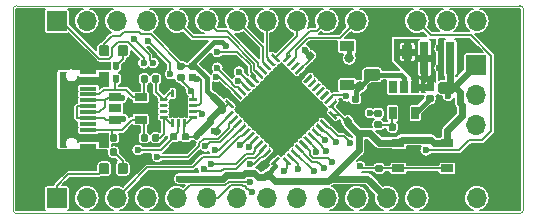
<source format=gtl>
G04 #@! TF.GenerationSoftware,KiCad,Pcbnew,5.1.2*
G04 #@! TF.CreationDate,2019-05-17T23:45:07+02:00*
G04 #@! TF.ProjectId,OtterPill,4f747465-7250-4696-9c6c-2e6b69636164,rev?*
G04 #@! TF.SameCoordinates,Original*
G04 #@! TF.FileFunction,Copper,L1,Top*
G04 #@! TF.FilePolarity,Positive*
%FSLAX46Y46*%
G04 Gerber Fmt 4.6, Leading zero omitted, Abs format (unit mm)*
G04 Created by KiCad (PCBNEW 5.1.2) date 2019-05-17 23:45:07*
%MOMM*%
%LPD*%
G04 APERTURE LIST*
%ADD10C,0.050000*%
%ADD11C,0.100000*%
%ADD12C,0.250000*%
%ADD13C,5.000000*%
%ADD14R,0.900000X1.200000*%
%ADD15R,0.800000X2.700000*%
%ADD16O,1.700000X1.700000*%
%ADD17R,1.700000X1.700000*%
%ADD18R,1.050000X0.650000*%
%ADD19R,1.200000X0.900000*%
%ADD20C,0.590000*%
%ADD21C,1.450000*%
%ADD22R,0.650000X1.060000*%
%ADD23R,1.060000X0.650000*%
%ADD24O,2.100000X1.000000*%
%ADD25O,1.600000X1.000000*%
%ADD26R,1.450000X0.600000*%
%ADD27R,1.450000X0.300000*%
%ADD28C,0.875000*%
%ADD29C,0.975000*%
%ADD30C,0.600000*%
%ADD31C,0.800000*%
%ADD32C,0.200000*%
%ADD33C,0.400000*%
%ADD34C,0.157000*%
%ADD35C,0.600000*%
G04 APERTURE END LIST*
D10*
X63200000Y-37100000D02*
G75*
G02X62900000Y-37400000I-300000J0D01*
G01*
X62900000Y-19800000D02*
G75*
G02X63200000Y-20100000I0J-300000D01*
G01*
X20000000Y-20100000D02*
G75*
G02X20300000Y-19800000I300000J0D01*
G01*
X20300000Y-37400000D02*
G75*
G02X20000000Y-37100000I0J300000D01*
G01*
X20000000Y-37100000D02*
X20000000Y-20100000D01*
X62900000Y-37400000D02*
X20300000Y-37400000D01*
X63200000Y-20100000D02*
X63200000Y-37100000D01*
X20300000Y-19800000D02*
X62900000Y-19800000D01*
D11*
G36*
X46860378Y-28704527D02*
G01*
X46866445Y-28705427D01*
X46872395Y-28706917D01*
X46878170Y-28708984D01*
X46883714Y-28711606D01*
X46888975Y-28714759D01*
X46893902Y-28718413D01*
X46898446Y-28722532D01*
X47428776Y-29252862D01*
X47432895Y-29257406D01*
X47436549Y-29262333D01*
X47439702Y-29267594D01*
X47442324Y-29273138D01*
X47444391Y-29278913D01*
X47445881Y-29284863D01*
X47446781Y-29290930D01*
X47447082Y-29297056D01*
X47446781Y-29303182D01*
X47445881Y-29309249D01*
X47444391Y-29315199D01*
X47442324Y-29320974D01*
X47439702Y-29326518D01*
X47436549Y-29331779D01*
X47432895Y-29336706D01*
X47428776Y-29341250D01*
X47340388Y-29429638D01*
X47335844Y-29433757D01*
X47330917Y-29437411D01*
X47325656Y-29440564D01*
X47320112Y-29443186D01*
X47314337Y-29445253D01*
X47308387Y-29446743D01*
X47302320Y-29447643D01*
X47296194Y-29447944D01*
X47290068Y-29447643D01*
X47284001Y-29446743D01*
X47278051Y-29445253D01*
X47272276Y-29443186D01*
X47266732Y-29440564D01*
X47261471Y-29437411D01*
X47256544Y-29433757D01*
X47252000Y-29429638D01*
X46721670Y-28899308D01*
X46717551Y-28894764D01*
X46713897Y-28889837D01*
X46710744Y-28884576D01*
X46708122Y-28879032D01*
X46706055Y-28873257D01*
X46704565Y-28867307D01*
X46703665Y-28861240D01*
X46703364Y-28855114D01*
X46703665Y-28848988D01*
X46704565Y-28842921D01*
X46706055Y-28836971D01*
X46708122Y-28831196D01*
X46710744Y-28825652D01*
X46713897Y-28820391D01*
X46717551Y-28815464D01*
X46721670Y-28810920D01*
X46810058Y-28722532D01*
X46814602Y-28718413D01*
X46819529Y-28714759D01*
X46824790Y-28711606D01*
X46830334Y-28708984D01*
X46836109Y-28706917D01*
X46842059Y-28705427D01*
X46848126Y-28704527D01*
X46854252Y-28704226D01*
X46860378Y-28704527D01*
X46860378Y-28704527D01*
G37*
D12*
X47075223Y-29076085D03*
D11*
G36*
X46506825Y-29058080D02*
G01*
X46512892Y-29058980D01*
X46518842Y-29060470D01*
X46524617Y-29062537D01*
X46530161Y-29065159D01*
X46535422Y-29068312D01*
X46540349Y-29071966D01*
X46544893Y-29076085D01*
X47075223Y-29606415D01*
X47079342Y-29610959D01*
X47082996Y-29615886D01*
X47086149Y-29621147D01*
X47088771Y-29626691D01*
X47090838Y-29632466D01*
X47092328Y-29638416D01*
X47093228Y-29644483D01*
X47093529Y-29650609D01*
X47093228Y-29656735D01*
X47092328Y-29662802D01*
X47090838Y-29668752D01*
X47088771Y-29674527D01*
X47086149Y-29680071D01*
X47082996Y-29685332D01*
X47079342Y-29690259D01*
X47075223Y-29694803D01*
X46986835Y-29783191D01*
X46982291Y-29787310D01*
X46977364Y-29790964D01*
X46972103Y-29794117D01*
X46966559Y-29796739D01*
X46960784Y-29798806D01*
X46954834Y-29800296D01*
X46948767Y-29801196D01*
X46942641Y-29801497D01*
X46936515Y-29801196D01*
X46930448Y-29800296D01*
X46924498Y-29798806D01*
X46918723Y-29796739D01*
X46913179Y-29794117D01*
X46907918Y-29790964D01*
X46902991Y-29787310D01*
X46898447Y-29783191D01*
X46368117Y-29252861D01*
X46363998Y-29248317D01*
X46360344Y-29243390D01*
X46357191Y-29238129D01*
X46354569Y-29232585D01*
X46352502Y-29226810D01*
X46351012Y-29220860D01*
X46350112Y-29214793D01*
X46349811Y-29208667D01*
X46350112Y-29202541D01*
X46351012Y-29196474D01*
X46352502Y-29190524D01*
X46354569Y-29184749D01*
X46357191Y-29179205D01*
X46360344Y-29173944D01*
X46363998Y-29169017D01*
X46368117Y-29164473D01*
X46456505Y-29076085D01*
X46461049Y-29071966D01*
X46465976Y-29068312D01*
X46471237Y-29065159D01*
X46476781Y-29062537D01*
X46482556Y-29060470D01*
X46488506Y-29058980D01*
X46494573Y-29058080D01*
X46500699Y-29057779D01*
X46506825Y-29058080D01*
X46506825Y-29058080D01*
G37*
D12*
X46721670Y-29429638D03*
D11*
G36*
X46153271Y-29411634D02*
G01*
X46159338Y-29412534D01*
X46165288Y-29414024D01*
X46171063Y-29416091D01*
X46176607Y-29418713D01*
X46181868Y-29421866D01*
X46186795Y-29425520D01*
X46191339Y-29429639D01*
X46721669Y-29959969D01*
X46725788Y-29964513D01*
X46729442Y-29969440D01*
X46732595Y-29974701D01*
X46735217Y-29980245D01*
X46737284Y-29986020D01*
X46738774Y-29991970D01*
X46739674Y-29998037D01*
X46739975Y-30004163D01*
X46739674Y-30010289D01*
X46738774Y-30016356D01*
X46737284Y-30022306D01*
X46735217Y-30028081D01*
X46732595Y-30033625D01*
X46729442Y-30038886D01*
X46725788Y-30043813D01*
X46721669Y-30048357D01*
X46633281Y-30136745D01*
X46628737Y-30140864D01*
X46623810Y-30144518D01*
X46618549Y-30147671D01*
X46613005Y-30150293D01*
X46607230Y-30152360D01*
X46601280Y-30153850D01*
X46595213Y-30154750D01*
X46589087Y-30155051D01*
X46582961Y-30154750D01*
X46576894Y-30153850D01*
X46570944Y-30152360D01*
X46565169Y-30150293D01*
X46559625Y-30147671D01*
X46554364Y-30144518D01*
X46549437Y-30140864D01*
X46544893Y-30136745D01*
X46014563Y-29606415D01*
X46010444Y-29601871D01*
X46006790Y-29596944D01*
X46003637Y-29591683D01*
X46001015Y-29586139D01*
X45998948Y-29580364D01*
X45997458Y-29574414D01*
X45996558Y-29568347D01*
X45996257Y-29562221D01*
X45996558Y-29556095D01*
X45997458Y-29550028D01*
X45998948Y-29544078D01*
X46001015Y-29538303D01*
X46003637Y-29532759D01*
X46006790Y-29527498D01*
X46010444Y-29522571D01*
X46014563Y-29518027D01*
X46102951Y-29429639D01*
X46107495Y-29425520D01*
X46112422Y-29421866D01*
X46117683Y-29418713D01*
X46123227Y-29416091D01*
X46129002Y-29414024D01*
X46134952Y-29412534D01*
X46141019Y-29411634D01*
X46147145Y-29411333D01*
X46153271Y-29411634D01*
X46153271Y-29411634D01*
G37*
D12*
X46368116Y-29783192D03*
D11*
G36*
X45799718Y-29765187D02*
G01*
X45805785Y-29766087D01*
X45811735Y-29767577D01*
X45817510Y-29769644D01*
X45823054Y-29772266D01*
X45828315Y-29775419D01*
X45833242Y-29779073D01*
X45837786Y-29783192D01*
X46368116Y-30313522D01*
X46372235Y-30318066D01*
X46375889Y-30322993D01*
X46379042Y-30328254D01*
X46381664Y-30333798D01*
X46383731Y-30339573D01*
X46385221Y-30345523D01*
X46386121Y-30351590D01*
X46386422Y-30357716D01*
X46386121Y-30363842D01*
X46385221Y-30369909D01*
X46383731Y-30375859D01*
X46381664Y-30381634D01*
X46379042Y-30387178D01*
X46375889Y-30392439D01*
X46372235Y-30397366D01*
X46368116Y-30401910D01*
X46279728Y-30490298D01*
X46275184Y-30494417D01*
X46270257Y-30498071D01*
X46264996Y-30501224D01*
X46259452Y-30503846D01*
X46253677Y-30505913D01*
X46247727Y-30507403D01*
X46241660Y-30508303D01*
X46235534Y-30508604D01*
X46229408Y-30508303D01*
X46223341Y-30507403D01*
X46217391Y-30505913D01*
X46211616Y-30503846D01*
X46206072Y-30501224D01*
X46200811Y-30498071D01*
X46195884Y-30494417D01*
X46191340Y-30490298D01*
X45661010Y-29959968D01*
X45656891Y-29955424D01*
X45653237Y-29950497D01*
X45650084Y-29945236D01*
X45647462Y-29939692D01*
X45645395Y-29933917D01*
X45643905Y-29927967D01*
X45643005Y-29921900D01*
X45642704Y-29915774D01*
X45643005Y-29909648D01*
X45643905Y-29903581D01*
X45645395Y-29897631D01*
X45647462Y-29891856D01*
X45650084Y-29886312D01*
X45653237Y-29881051D01*
X45656891Y-29876124D01*
X45661010Y-29871580D01*
X45749398Y-29783192D01*
X45753942Y-29779073D01*
X45758869Y-29775419D01*
X45764130Y-29772266D01*
X45769674Y-29769644D01*
X45775449Y-29767577D01*
X45781399Y-29766087D01*
X45787466Y-29765187D01*
X45793592Y-29764886D01*
X45799718Y-29765187D01*
X45799718Y-29765187D01*
G37*
D12*
X46014563Y-30136745D03*
D11*
G36*
X45446165Y-30118740D02*
G01*
X45452232Y-30119640D01*
X45458182Y-30121130D01*
X45463957Y-30123197D01*
X45469501Y-30125819D01*
X45474762Y-30128972D01*
X45479689Y-30132626D01*
X45484233Y-30136745D01*
X46014563Y-30667075D01*
X46018682Y-30671619D01*
X46022336Y-30676546D01*
X46025489Y-30681807D01*
X46028111Y-30687351D01*
X46030178Y-30693126D01*
X46031668Y-30699076D01*
X46032568Y-30705143D01*
X46032869Y-30711269D01*
X46032568Y-30717395D01*
X46031668Y-30723462D01*
X46030178Y-30729412D01*
X46028111Y-30735187D01*
X46025489Y-30740731D01*
X46022336Y-30745992D01*
X46018682Y-30750919D01*
X46014563Y-30755463D01*
X45926175Y-30843851D01*
X45921631Y-30847970D01*
X45916704Y-30851624D01*
X45911443Y-30854777D01*
X45905899Y-30857399D01*
X45900124Y-30859466D01*
X45894174Y-30860956D01*
X45888107Y-30861856D01*
X45881981Y-30862157D01*
X45875855Y-30861856D01*
X45869788Y-30860956D01*
X45863838Y-30859466D01*
X45858063Y-30857399D01*
X45852519Y-30854777D01*
X45847258Y-30851624D01*
X45842331Y-30847970D01*
X45837787Y-30843851D01*
X45307457Y-30313521D01*
X45303338Y-30308977D01*
X45299684Y-30304050D01*
X45296531Y-30298789D01*
X45293909Y-30293245D01*
X45291842Y-30287470D01*
X45290352Y-30281520D01*
X45289452Y-30275453D01*
X45289151Y-30269327D01*
X45289452Y-30263201D01*
X45290352Y-30257134D01*
X45291842Y-30251184D01*
X45293909Y-30245409D01*
X45296531Y-30239865D01*
X45299684Y-30234604D01*
X45303338Y-30229677D01*
X45307457Y-30225133D01*
X45395845Y-30136745D01*
X45400389Y-30132626D01*
X45405316Y-30128972D01*
X45410577Y-30125819D01*
X45416121Y-30123197D01*
X45421896Y-30121130D01*
X45427846Y-30119640D01*
X45433913Y-30118740D01*
X45440039Y-30118439D01*
X45446165Y-30118740D01*
X45446165Y-30118740D01*
G37*
D12*
X45661010Y-30490298D03*
D11*
G36*
X45092611Y-30472294D02*
G01*
X45098678Y-30473194D01*
X45104628Y-30474684D01*
X45110403Y-30476751D01*
X45115947Y-30479373D01*
X45121208Y-30482526D01*
X45126135Y-30486180D01*
X45130679Y-30490299D01*
X45661009Y-31020629D01*
X45665128Y-31025173D01*
X45668782Y-31030100D01*
X45671935Y-31035361D01*
X45674557Y-31040905D01*
X45676624Y-31046680D01*
X45678114Y-31052630D01*
X45679014Y-31058697D01*
X45679315Y-31064823D01*
X45679014Y-31070949D01*
X45678114Y-31077016D01*
X45676624Y-31082966D01*
X45674557Y-31088741D01*
X45671935Y-31094285D01*
X45668782Y-31099546D01*
X45665128Y-31104473D01*
X45661009Y-31109017D01*
X45572621Y-31197405D01*
X45568077Y-31201524D01*
X45563150Y-31205178D01*
X45557889Y-31208331D01*
X45552345Y-31210953D01*
X45546570Y-31213020D01*
X45540620Y-31214510D01*
X45534553Y-31215410D01*
X45528427Y-31215711D01*
X45522301Y-31215410D01*
X45516234Y-31214510D01*
X45510284Y-31213020D01*
X45504509Y-31210953D01*
X45498965Y-31208331D01*
X45493704Y-31205178D01*
X45488777Y-31201524D01*
X45484233Y-31197405D01*
X44953903Y-30667075D01*
X44949784Y-30662531D01*
X44946130Y-30657604D01*
X44942977Y-30652343D01*
X44940355Y-30646799D01*
X44938288Y-30641024D01*
X44936798Y-30635074D01*
X44935898Y-30629007D01*
X44935597Y-30622881D01*
X44935898Y-30616755D01*
X44936798Y-30610688D01*
X44938288Y-30604738D01*
X44940355Y-30598963D01*
X44942977Y-30593419D01*
X44946130Y-30588158D01*
X44949784Y-30583231D01*
X44953903Y-30578687D01*
X45042291Y-30490299D01*
X45046835Y-30486180D01*
X45051762Y-30482526D01*
X45057023Y-30479373D01*
X45062567Y-30476751D01*
X45068342Y-30474684D01*
X45074292Y-30473194D01*
X45080359Y-30472294D01*
X45086485Y-30471993D01*
X45092611Y-30472294D01*
X45092611Y-30472294D01*
G37*
D12*
X45307456Y-30843852D03*
D11*
G36*
X44739058Y-30825847D02*
G01*
X44745125Y-30826747D01*
X44751075Y-30828237D01*
X44756850Y-30830304D01*
X44762394Y-30832926D01*
X44767655Y-30836079D01*
X44772582Y-30839733D01*
X44777126Y-30843852D01*
X45307456Y-31374182D01*
X45311575Y-31378726D01*
X45315229Y-31383653D01*
X45318382Y-31388914D01*
X45321004Y-31394458D01*
X45323071Y-31400233D01*
X45324561Y-31406183D01*
X45325461Y-31412250D01*
X45325762Y-31418376D01*
X45325461Y-31424502D01*
X45324561Y-31430569D01*
X45323071Y-31436519D01*
X45321004Y-31442294D01*
X45318382Y-31447838D01*
X45315229Y-31453099D01*
X45311575Y-31458026D01*
X45307456Y-31462570D01*
X45219068Y-31550958D01*
X45214524Y-31555077D01*
X45209597Y-31558731D01*
X45204336Y-31561884D01*
X45198792Y-31564506D01*
X45193017Y-31566573D01*
X45187067Y-31568063D01*
X45181000Y-31568963D01*
X45174874Y-31569264D01*
X45168748Y-31568963D01*
X45162681Y-31568063D01*
X45156731Y-31566573D01*
X45150956Y-31564506D01*
X45145412Y-31561884D01*
X45140151Y-31558731D01*
X45135224Y-31555077D01*
X45130680Y-31550958D01*
X44600350Y-31020628D01*
X44596231Y-31016084D01*
X44592577Y-31011157D01*
X44589424Y-31005896D01*
X44586802Y-31000352D01*
X44584735Y-30994577D01*
X44583245Y-30988627D01*
X44582345Y-30982560D01*
X44582044Y-30976434D01*
X44582345Y-30970308D01*
X44583245Y-30964241D01*
X44584735Y-30958291D01*
X44586802Y-30952516D01*
X44589424Y-30946972D01*
X44592577Y-30941711D01*
X44596231Y-30936784D01*
X44600350Y-30932240D01*
X44688738Y-30843852D01*
X44693282Y-30839733D01*
X44698209Y-30836079D01*
X44703470Y-30832926D01*
X44709014Y-30830304D01*
X44714789Y-30828237D01*
X44720739Y-30826747D01*
X44726806Y-30825847D01*
X44732932Y-30825546D01*
X44739058Y-30825847D01*
X44739058Y-30825847D01*
G37*
D12*
X44953903Y-31197405D03*
D11*
G36*
X44385504Y-31179401D02*
G01*
X44391571Y-31180301D01*
X44397521Y-31181791D01*
X44403296Y-31183858D01*
X44408840Y-31186480D01*
X44414101Y-31189633D01*
X44419028Y-31193287D01*
X44423572Y-31197406D01*
X44953902Y-31727736D01*
X44958021Y-31732280D01*
X44961675Y-31737207D01*
X44964828Y-31742468D01*
X44967450Y-31748012D01*
X44969517Y-31753787D01*
X44971007Y-31759737D01*
X44971907Y-31765804D01*
X44972208Y-31771930D01*
X44971907Y-31778056D01*
X44971007Y-31784123D01*
X44969517Y-31790073D01*
X44967450Y-31795848D01*
X44964828Y-31801392D01*
X44961675Y-31806653D01*
X44958021Y-31811580D01*
X44953902Y-31816124D01*
X44865514Y-31904512D01*
X44860970Y-31908631D01*
X44856043Y-31912285D01*
X44850782Y-31915438D01*
X44845238Y-31918060D01*
X44839463Y-31920127D01*
X44833513Y-31921617D01*
X44827446Y-31922517D01*
X44821320Y-31922818D01*
X44815194Y-31922517D01*
X44809127Y-31921617D01*
X44803177Y-31920127D01*
X44797402Y-31918060D01*
X44791858Y-31915438D01*
X44786597Y-31912285D01*
X44781670Y-31908631D01*
X44777126Y-31904512D01*
X44246796Y-31374182D01*
X44242677Y-31369638D01*
X44239023Y-31364711D01*
X44235870Y-31359450D01*
X44233248Y-31353906D01*
X44231181Y-31348131D01*
X44229691Y-31342181D01*
X44228791Y-31336114D01*
X44228490Y-31329988D01*
X44228791Y-31323862D01*
X44229691Y-31317795D01*
X44231181Y-31311845D01*
X44233248Y-31306070D01*
X44235870Y-31300526D01*
X44239023Y-31295265D01*
X44242677Y-31290338D01*
X44246796Y-31285794D01*
X44335184Y-31197406D01*
X44339728Y-31193287D01*
X44344655Y-31189633D01*
X44349916Y-31186480D01*
X44355460Y-31183858D01*
X44361235Y-31181791D01*
X44367185Y-31180301D01*
X44373252Y-31179401D01*
X44379378Y-31179100D01*
X44385504Y-31179401D01*
X44385504Y-31179401D01*
G37*
D12*
X44600349Y-31550959D03*
D11*
G36*
X44031951Y-31532954D02*
G01*
X44038018Y-31533854D01*
X44043968Y-31535344D01*
X44049743Y-31537411D01*
X44055287Y-31540033D01*
X44060548Y-31543186D01*
X44065475Y-31546840D01*
X44070019Y-31550959D01*
X44600349Y-32081289D01*
X44604468Y-32085833D01*
X44608122Y-32090760D01*
X44611275Y-32096021D01*
X44613897Y-32101565D01*
X44615964Y-32107340D01*
X44617454Y-32113290D01*
X44618354Y-32119357D01*
X44618655Y-32125483D01*
X44618354Y-32131609D01*
X44617454Y-32137676D01*
X44615964Y-32143626D01*
X44613897Y-32149401D01*
X44611275Y-32154945D01*
X44608122Y-32160206D01*
X44604468Y-32165133D01*
X44600349Y-32169677D01*
X44511961Y-32258065D01*
X44507417Y-32262184D01*
X44502490Y-32265838D01*
X44497229Y-32268991D01*
X44491685Y-32271613D01*
X44485910Y-32273680D01*
X44479960Y-32275170D01*
X44473893Y-32276070D01*
X44467767Y-32276371D01*
X44461641Y-32276070D01*
X44455574Y-32275170D01*
X44449624Y-32273680D01*
X44443849Y-32271613D01*
X44438305Y-32268991D01*
X44433044Y-32265838D01*
X44428117Y-32262184D01*
X44423573Y-32258065D01*
X43893243Y-31727735D01*
X43889124Y-31723191D01*
X43885470Y-31718264D01*
X43882317Y-31713003D01*
X43879695Y-31707459D01*
X43877628Y-31701684D01*
X43876138Y-31695734D01*
X43875238Y-31689667D01*
X43874937Y-31683541D01*
X43875238Y-31677415D01*
X43876138Y-31671348D01*
X43877628Y-31665398D01*
X43879695Y-31659623D01*
X43882317Y-31654079D01*
X43885470Y-31648818D01*
X43889124Y-31643891D01*
X43893243Y-31639347D01*
X43981631Y-31550959D01*
X43986175Y-31546840D01*
X43991102Y-31543186D01*
X43996363Y-31540033D01*
X44001907Y-31537411D01*
X44007682Y-31535344D01*
X44013632Y-31533854D01*
X44019699Y-31532954D01*
X44025825Y-31532653D01*
X44031951Y-31532954D01*
X44031951Y-31532954D01*
G37*
D12*
X44246796Y-31904512D03*
D11*
G36*
X43678398Y-31886507D02*
G01*
X43684465Y-31887407D01*
X43690415Y-31888897D01*
X43696190Y-31890964D01*
X43701734Y-31893586D01*
X43706995Y-31896739D01*
X43711922Y-31900393D01*
X43716466Y-31904512D01*
X44246796Y-32434842D01*
X44250915Y-32439386D01*
X44254569Y-32444313D01*
X44257722Y-32449574D01*
X44260344Y-32455118D01*
X44262411Y-32460893D01*
X44263901Y-32466843D01*
X44264801Y-32472910D01*
X44265102Y-32479036D01*
X44264801Y-32485162D01*
X44263901Y-32491229D01*
X44262411Y-32497179D01*
X44260344Y-32502954D01*
X44257722Y-32508498D01*
X44254569Y-32513759D01*
X44250915Y-32518686D01*
X44246796Y-32523230D01*
X44158408Y-32611618D01*
X44153864Y-32615737D01*
X44148937Y-32619391D01*
X44143676Y-32622544D01*
X44138132Y-32625166D01*
X44132357Y-32627233D01*
X44126407Y-32628723D01*
X44120340Y-32629623D01*
X44114214Y-32629924D01*
X44108088Y-32629623D01*
X44102021Y-32628723D01*
X44096071Y-32627233D01*
X44090296Y-32625166D01*
X44084752Y-32622544D01*
X44079491Y-32619391D01*
X44074564Y-32615737D01*
X44070020Y-32611618D01*
X43539690Y-32081288D01*
X43535571Y-32076744D01*
X43531917Y-32071817D01*
X43528764Y-32066556D01*
X43526142Y-32061012D01*
X43524075Y-32055237D01*
X43522585Y-32049287D01*
X43521685Y-32043220D01*
X43521384Y-32037094D01*
X43521685Y-32030968D01*
X43522585Y-32024901D01*
X43524075Y-32018951D01*
X43526142Y-32013176D01*
X43528764Y-32007632D01*
X43531917Y-32002371D01*
X43535571Y-31997444D01*
X43539690Y-31992900D01*
X43628078Y-31904512D01*
X43632622Y-31900393D01*
X43637549Y-31896739D01*
X43642810Y-31893586D01*
X43648354Y-31890964D01*
X43654129Y-31888897D01*
X43660079Y-31887407D01*
X43666146Y-31886507D01*
X43672272Y-31886206D01*
X43678398Y-31886507D01*
X43678398Y-31886507D01*
G37*
D12*
X43893243Y-32258065D03*
D11*
G36*
X43324844Y-32240061D02*
G01*
X43330911Y-32240961D01*
X43336861Y-32242451D01*
X43342636Y-32244518D01*
X43348180Y-32247140D01*
X43353441Y-32250293D01*
X43358368Y-32253947D01*
X43362912Y-32258066D01*
X43893242Y-32788396D01*
X43897361Y-32792940D01*
X43901015Y-32797867D01*
X43904168Y-32803128D01*
X43906790Y-32808672D01*
X43908857Y-32814447D01*
X43910347Y-32820397D01*
X43911247Y-32826464D01*
X43911548Y-32832590D01*
X43911247Y-32838716D01*
X43910347Y-32844783D01*
X43908857Y-32850733D01*
X43906790Y-32856508D01*
X43904168Y-32862052D01*
X43901015Y-32867313D01*
X43897361Y-32872240D01*
X43893242Y-32876784D01*
X43804854Y-32965172D01*
X43800310Y-32969291D01*
X43795383Y-32972945D01*
X43790122Y-32976098D01*
X43784578Y-32978720D01*
X43778803Y-32980787D01*
X43772853Y-32982277D01*
X43766786Y-32983177D01*
X43760660Y-32983478D01*
X43754534Y-32983177D01*
X43748467Y-32982277D01*
X43742517Y-32980787D01*
X43736742Y-32978720D01*
X43731198Y-32976098D01*
X43725937Y-32972945D01*
X43721010Y-32969291D01*
X43716466Y-32965172D01*
X43186136Y-32434842D01*
X43182017Y-32430298D01*
X43178363Y-32425371D01*
X43175210Y-32420110D01*
X43172588Y-32414566D01*
X43170521Y-32408791D01*
X43169031Y-32402841D01*
X43168131Y-32396774D01*
X43167830Y-32390648D01*
X43168131Y-32384522D01*
X43169031Y-32378455D01*
X43170521Y-32372505D01*
X43172588Y-32366730D01*
X43175210Y-32361186D01*
X43178363Y-32355925D01*
X43182017Y-32350998D01*
X43186136Y-32346454D01*
X43274524Y-32258066D01*
X43279068Y-32253947D01*
X43283995Y-32250293D01*
X43289256Y-32247140D01*
X43294800Y-32244518D01*
X43300575Y-32242451D01*
X43306525Y-32240961D01*
X43312592Y-32240061D01*
X43318718Y-32239760D01*
X43324844Y-32240061D01*
X43324844Y-32240061D01*
G37*
D12*
X43539689Y-32611619D03*
D11*
G36*
X42971291Y-32593614D02*
G01*
X42977358Y-32594514D01*
X42983308Y-32596004D01*
X42989083Y-32598071D01*
X42994627Y-32600693D01*
X42999888Y-32603846D01*
X43004815Y-32607500D01*
X43009359Y-32611619D01*
X43539689Y-33141949D01*
X43543808Y-33146493D01*
X43547462Y-33151420D01*
X43550615Y-33156681D01*
X43553237Y-33162225D01*
X43555304Y-33168000D01*
X43556794Y-33173950D01*
X43557694Y-33180017D01*
X43557995Y-33186143D01*
X43557694Y-33192269D01*
X43556794Y-33198336D01*
X43555304Y-33204286D01*
X43553237Y-33210061D01*
X43550615Y-33215605D01*
X43547462Y-33220866D01*
X43543808Y-33225793D01*
X43539689Y-33230337D01*
X43451301Y-33318725D01*
X43446757Y-33322844D01*
X43441830Y-33326498D01*
X43436569Y-33329651D01*
X43431025Y-33332273D01*
X43425250Y-33334340D01*
X43419300Y-33335830D01*
X43413233Y-33336730D01*
X43407107Y-33337031D01*
X43400981Y-33336730D01*
X43394914Y-33335830D01*
X43388964Y-33334340D01*
X43383189Y-33332273D01*
X43377645Y-33329651D01*
X43372384Y-33326498D01*
X43367457Y-33322844D01*
X43362913Y-33318725D01*
X42832583Y-32788395D01*
X42828464Y-32783851D01*
X42824810Y-32778924D01*
X42821657Y-32773663D01*
X42819035Y-32768119D01*
X42816968Y-32762344D01*
X42815478Y-32756394D01*
X42814578Y-32750327D01*
X42814277Y-32744201D01*
X42814578Y-32738075D01*
X42815478Y-32732008D01*
X42816968Y-32726058D01*
X42819035Y-32720283D01*
X42821657Y-32714739D01*
X42824810Y-32709478D01*
X42828464Y-32704551D01*
X42832583Y-32700007D01*
X42920971Y-32611619D01*
X42925515Y-32607500D01*
X42930442Y-32603846D01*
X42935703Y-32600693D01*
X42941247Y-32598071D01*
X42947022Y-32596004D01*
X42952972Y-32594514D01*
X42959039Y-32593614D01*
X42965165Y-32593313D01*
X42971291Y-32593614D01*
X42971291Y-32593614D01*
G37*
D12*
X43186136Y-32965172D03*
D11*
G36*
X42440961Y-32593614D02*
G01*
X42447028Y-32594514D01*
X42452978Y-32596004D01*
X42458753Y-32598071D01*
X42464297Y-32600693D01*
X42469558Y-32603846D01*
X42474485Y-32607500D01*
X42479029Y-32611619D01*
X42567417Y-32700007D01*
X42571536Y-32704551D01*
X42575190Y-32709478D01*
X42578343Y-32714739D01*
X42580965Y-32720283D01*
X42583032Y-32726058D01*
X42584522Y-32732008D01*
X42585422Y-32738075D01*
X42585723Y-32744201D01*
X42585422Y-32750327D01*
X42584522Y-32756394D01*
X42583032Y-32762344D01*
X42580965Y-32768119D01*
X42578343Y-32773663D01*
X42575190Y-32778924D01*
X42571536Y-32783851D01*
X42567417Y-32788395D01*
X42037087Y-33318725D01*
X42032543Y-33322844D01*
X42027616Y-33326498D01*
X42022355Y-33329651D01*
X42016811Y-33332273D01*
X42011036Y-33334340D01*
X42005086Y-33335830D01*
X41999019Y-33336730D01*
X41992893Y-33337031D01*
X41986767Y-33336730D01*
X41980700Y-33335830D01*
X41974750Y-33334340D01*
X41968975Y-33332273D01*
X41963431Y-33329651D01*
X41958170Y-33326498D01*
X41953243Y-33322844D01*
X41948699Y-33318725D01*
X41860311Y-33230337D01*
X41856192Y-33225793D01*
X41852538Y-33220866D01*
X41849385Y-33215605D01*
X41846763Y-33210061D01*
X41844696Y-33204286D01*
X41843206Y-33198336D01*
X41842306Y-33192269D01*
X41842005Y-33186143D01*
X41842306Y-33180017D01*
X41843206Y-33173950D01*
X41844696Y-33168000D01*
X41846763Y-33162225D01*
X41849385Y-33156681D01*
X41852538Y-33151420D01*
X41856192Y-33146493D01*
X41860311Y-33141949D01*
X42390641Y-32611619D01*
X42395185Y-32607500D01*
X42400112Y-32603846D01*
X42405373Y-32600693D01*
X42410917Y-32598071D01*
X42416692Y-32596004D01*
X42422642Y-32594514D01*
X42428709Y-32593614D01*
X42434835Y-32593313D01*
X42440961Y-32593614D01*
X42440961Y-32593614D01*
G37*
D12*
X42213864Y-32965172D03*
D11*
G36*
X42087408Y-32240061D02*
G01*
X42093475Y-32240961D01*
X42099425Y-32242451D01*
X42105200Y-32244518D01*
X42110744Y-32247140D01*
X42116005Y-32250293D01*
X42120932Y-32253947D01*
X42125476Y-32258066D01*
X42213864Y-32346454D01*
X42217983Y-32350998D01*
X42221637Y-32355925D01*
X42224790Y-32361186D01*
X42227412Y-32366730D01*
X42229479Y-32372505D01*
X42230969Y-32378455D01*
X42231869Y-32384522D01*
X42232170Y-32390648D01*
X42231869Y-32396774D01*
X42230969Y-32402841D01*
X42229479Y-32408791D01*
X42227412Y-32414566D01*
X42224790Y-32420110D01*
X42221637Y-32425371D01*
X42217983Y-32430298D01*
X42213864Y-32434842D01*
X41683534Y-32965172D01*
X41678990Y-32969291D01*
X41674063Y-32972945D01*
X41668802Y-32976098D01*
X41663258Y-32978720D01*
X41657483Y-32980787D01*
X41651533Y-32982277D01*
X41645466Y-32983177D01*
X41639340Y-32983478D01*
X41633214Y-32983177D01*
X41627147Y-32982277D01*
X41621197Y-32980787D01*
X41615422Y-32978720D01*
X41609878Y-32976098D01*
X41604617Y-32972945D01*
X41599690Y-32969291D01*
X41595146Y-32965172D01*
X41506758Y-32876784D01*
X41502639Y-32872240D01*
X41498985Y-32867313D01*
X41495832Y-32862052D01*
X41493210Y-32856508D01*
X41491143Y-32850733D01*
X41489653Y-32844783D01*
X41488753Y-32838716D01*
X41488452Y-32832590D01*
X41488753Y-32826464D01*
X41489653Y-32820397D01*
X41491143Y-32814447D01*
X41493210Y-32808672D01*
X41495832Y-32803128D01*
X41498985Y-32797867D01*
X41502639Y-32792940D01*
X41506758Y-32788396D01*
X42037088Y-32258066D01*
X42041632Y-32253947D01*
X42046559Y-32250293D01*
X42051820Y-32247140D01*
X42057364Y-32244518D01*
X42063139Y-32242451D01*
X42069089Y-32240961D01*
X42075156Y-32240061D01*
X42081282Y-32239760D01*
X42087408Y-32240061D01*
X42087408Y-32240061D01*
G37*
D12*
X41860311Y-32611619D03*
D11*
G36*
X41733854Y-31886507D02*
G01*
X41739921Y-31887407D01*
X41745871Y-31888897D01*
X41751646Y-31890964D01*
X41757190Y-31893586D01*
X41762451Y-31896739D01*
X41767378Y-31900393D01*
X41771922Y-31904512D01*
X41860310Y-31992900D01*
X41864429Y-31997444D01*
X41868083Y-32002371D01*
X41871236Y-32007632D01*
X41873858Y-32013176D01*
X41875925Y-32018951D01*
X41877415Y-32024901D01*
X41878315Y-32030968D01*
X41878616Y-32037094D01*
X41878315Y-32043220D01*
X41877415Y-32049287D01*
X41875925Y-32055237D01*
X41873858Y-32061012D01*
X41871236Y-32066556D01*
X41868083Y-32071817D01*
X41864429Y-32076744D01*
X41860310Y-32081288D01*
X41329980Y-32611618D01*
X41325436Y-32615737D01*
X41320509Y-32619391D01*
X41315248Y-32622544D01*
X41309704Y-32625166D01*
X41303929Y-32627233D01*
X41297979Y-32628723D01*
X41291912Y-32629623D01*
X41285786Y-32629924D01*
X41279660Y-32629623D01*
X41273593Y-32628723D01*
X41267643Y-32627233D01*
X41261868Y-32625166D01*
X41256324Y-32622544D01*
X41251063Y-32619391D01*
X41246136Y-32615737D01*
X41241592Y-32611618D01*
X41153204Y-32523230D01*
X41149085Y-32518686D01*
X41145431Y-32513759D01*
X41142278Y-32508498D01*
X41139656Y-32502954D01*
X41137589Y-32497179D01*
X41136099Y-32491229D01*
X41135199Y-32485162D01*
X41134898Y-32479036D01*
X41135199Y-32472910D01*
X41136099Y-32466843D01*
X41137589Y-32460893D01*
X41139656Y-32455118D01*
X41142278Y-32449574D01*
X41145431Y-32444313D01*
X41149085Y-32439386D01*
X41153204Y-32434842D01*
X41683534Y-31904512D01*
X41688078Y-31900393D01*
X41693005Y-31896739D01*
X41698266Y-31893586D01*
X41703810Y-31890964D01*
X41709585Y-31888897D01*
X41715535Y-31887407D01*
X41721602Y-31886507D01*
X41727728Y-31886206D01*
X41733854Y-31886507D01*
X41733854Y-31886507D01*
G37*
D12*
X41506757Y-32258065D03*
D11*
G36*
X41380301Y-31532954D02*
G01*
X41386368Y-31533854D01*
X41392318Y-31535344D01*
X41398093Y-31537411D01*
X41403637Y-31540033D01*
X41408898Y-31543186D01*
X41413825Y-31546840D01*
X41418369Y-31550959D01*
X41506757Y-31639347D01*
X41510876Y-31643891D01*
X41514530Y-31648818D01*
X41517683Y-31654079D01*
X41520305Y-31659623D01*
X41522372Y-31665398D01*
X41523862Y-31671348D01*
X41524762Y-31677415D01*
X41525063Y-31683541D01*
X41524762Y-31689667D01*
X41523862Y-31695734D01*
X41522372Y-31701684D01*
X41520305Y-31707459D01*
X41517683Y-31713003D01*
X41514530Y-31718264D01*
X41510876Y-31723191D01*
X41506757Y-31727735D01*
X40976427Y-32258065D01*
X40971883Y-32262184D01*
X40966956Y-32265838D01*
X40961695Y-32268991D01*
X40956151Y-32271613D01*
X40950376Y-32273680D01*
X40944426Y-32275170D01*
X40938359Y-32276070D01*
X40932233Y-32276371D01*
X40926107Y-32276070D01*
X40920040Y-32275170D01*
X40914090Y-32273680D01*
X40908315Y-32271613D01*
X40902771Y-32268991D01*
X40897510Y-32265838D01*
X40892583Y-32262184D01*
X40888039Y-32258065D01*
X40799651Y-32169677D01*
X40795532Y-32165133D01*
X40791878Y-32160206D01*
X40788725Y-32154945D01*
X40786103Y-32149401D01*
X40784036Y-32143626D01*
X40782546Y-32137676D01*
X40781646Y-32131609D01*
X40781345Y-32125483D01*
X40781646Y-32119357D01*
X40782546Y-32113290D01*
X40784036Y-32107340D01*
X40786103Y-32101565D01*
X40788725Y-32096021D01*
X40791878Y-32090760D01*
X40795532Y-32085833D01*
X40799651Y-32081289D01*
X41329981Y-31550959D01*
X41334525Y-31546840D01*
X41339452Y-31543186D01*
X41344713Y-31540033D01*
X41350257Y-31537411D01*
X41356032Y-31535344D01*
X41361982Y-31533854D01*
X41368049Y-31532954D01*
X41374175Y-31532653D01*
X41380301Y-31532954D01*
X41380301Y-31532954D01*
G37*
D12*
X41153204Y-31904512D03*
D11*
G36*
X41026748Y-31179401D02*
G01*
X41032815Y-31180301D01*
X41038765Y-31181791D01*
X41044540Y-31183858D01*
X41050084Y-31186480D01*
X41055345Y-31189633D01*
X41060272Y-31193287D01*
X41064816Y-31197406D01*
X41153204Y-31285794D01*
X41157323Y-31290338D01*
X41160977Y-31295265D01*
X41164130Y-31300526D01*
X41166752Y-31306070D01*
X41168819Y-31311845D01*
X41170309Y-31317795D01*
X41171209Y-31323862D01*
X41171510Y-31329988D01*
X41171209Y-31336114D01*
X41170309Y-31342181D01*
X41168819Y-31348131D01*
X41166752Y-31353906D01*
X41164130Y-31359450D01*
X41160977Y-31364711D01*
X41157323Y-31369638D01*
X41153204Y-31374182D01*
X40622874Y-31904512D01*
X40618330Y-31908631D01*
X40613403Y-31912285D01*
X40608142Y-31915438D01*
X40602598Y-31918060D01*
X40596823Y-31920127D01*
X40590873Y-31921617D01*
X40584806Y-31922517D01*
X40578680Y-31922818D01*
X40572554Y-31922517D01*
X40566487Y-31921617D01*
X40560537Y-31920127D01*
X40554762Y-31918060D01*
X40549218Y-31915438D01*
X40543957Y-31912285D01*
X40539030Y-31908631D01*
X40534486Y-31904512D01*
X40446098Y-31816124D01*
X40441979Y-31811580D01*
X40438325Y-31806653D01*
X40435172Y-31801392D01*
X40432550Y-31795848D01*
X40430483Y-31790073D01*
X40428993Y-31784123D01*
X40428093Y-31778056D01*
X40427792Y-31771930D01*
X40428093Y-31765804D01*
X40428993Y-31759737D01*
X40430483Y-31753787D01*
X40432550Y-31748012D01*
X40435172Y-31742468D01*
X40438325Y-31737207D01*
X40441979Y-31732280D01*
X40446098Y-31727736D01*
X40976428Y-31197406D01*
X40980972Y-31193287D01*
X40985899Y-31189633D01*
X40991160Y-31186480D01*
X40996704Y-31183858D01*
X41002479Y-31181791D01*
X41008429Y-31180301D01*
X41014496Y-31179401D01*
X41020622Y-31179100D01*
X41026748Y-31179401D01*
X41026748Y-31179401D01*
G37*
D12*
X40799651Y-31550959D03*
D11*
G36*
X40673194Y-30825847D02*
G01*
X40679261Y-30826747D01*
X40685211Y-30828237D01*
X40690986Y-30830304D01*
X40696530Y-30832926D01*
X40701791Y-30836079D01*
X40706718Y-30839733D01*
X40711262Y-30843852D01*
X40799650Y-30932240D01*
X40803769Y-30936784D01*
X40807423Y-30941711D01*
X40810576Y-30946972D01*
X40813198Y-30952516D01*
X40815265Y-30958291D01*
X40816755Y-30964241D01*
X40817655Y-30970308D01*
X40817956Y-30976434D01*
X40817655Y-30982560D01*
X40816755Y-30988627D01*
X40815265Y-30994577D01*
X40813198Y-31000352D01*
X40810576Y-31005896D01*
X40807423Y-31011157D01*
X40803769Y-31016084D01*
X40799650Y-31020628D01*
X40269320Y-31550958D01*
X40264776Y-31555077D01*
X40259849Y-31558731D01*
X40254588Y-31561884D01*
X40249044Y-31564506D01*
X40243269Y-31566573D01*
X40237319Y-31568063D01*
X40231252Y-31568963D01*
X40225126Y-31569264D01*
X40219000Y-31568963D01*
X40212933Y-31568063D01*
X40206983Y-31566573D01*
X40201208Y-31564506D01*
X40195664Y-31561884D01*
X40190403Y-31558731D01*
X40185476Y-31555077D01*
X40180932Y-31550958D01*
X40092544Y-31462570D01*
X40088425Y-31458026D01*
X40084771Y-31453099D01*
X40081618Y-31447838D01*
X40078996Y-31442294D01*
X40076929Y-31436519D01*
X40075439Y-31430569D01*
X40074539Y-31424502D01*
X40074238Y-31418376D01*
X40074539Y-31412250D01*
X40075439Y-31406183D01*
X40076929Y-31400233D01*
X40078996Y-31394458D01*
X40081618Y-31388914D01*
X40084771Y-31383653D01*
X40088425Y-31378726D01*
X40092544Y-31374182D01*
X40622874Y-30843852D01*
X40627418Y-30839733D01*
X40632345Y-30836079D01*
X40637606Y-30832926D01*
X40643150Y-30830304D01*
X40648925Y-30828237D01*
X40654875Y-30826747D01*
X40660942Y-30825847D01*
X40667068Y-30825546D01*
X40673194Y-30825847D01*
X40673194Y-30825847D01*
G37*
D12*
X40446097Y-31197405D03*
D11*
G36*
X40319641Y-30472294D02*
G01*
X40325708Y-30473194D01*
X40331658Y-30474684D01*
X40337433Y-30476751D01*
X40342977Y-30479373D01*
X40348238Y-30482526D01*
X40353165Y-30486180D01*
X40357709Y-30490299D01*
X40446097Y-30578687D01*
X40450216Y-30583231D01*
X40453870Y-30588158D01*
X40457023Y-30593419D01*
X40459645Y-30598963D01*
X40461712Y-30604738D01*
X40463202Y-30610688D01*
X40464102Y-30616755D01*
X40464403Y-30622881D01*
X40464102Y-30629007D01*
X40463202Y-30635074D01*
X40461712Y-30641024D01*
X40459645Y-30646799D01*
X40457023Y-30652343D01*
X40453870Y-30657604D01*
X40450216Y-30662531D01*
X40446097Y-30667075D01*
X39915767Y-31197405D01*
X39911223Y-31201524D01*
X39906296Y-31205178D01*
X39901035Y-31208331D01*
X39895491Y-31210953D01*
X39889716Y-31213020D01*
X39883766Y-31214510D01*
X39877699Y-31215410D01*
X39871573Y-31215711D01*
X39865447Y-31215410D01*
X39859380Y-31214510D01*
X39853430Y-31213020D01*
X39847655Y-31210953D01*
X39842111Y-31208331D01*
X39836850Y-31205178D01*
X39831923Y-31201524D01*
X39827379Y-31197405D01*
X39738991Y-31109017D01*
X39734872Y-31104473D01*
X39731218Y-31099546D01*
X39728065Y-31094285D01*
X39725443Y-31088741D01*
X39723376Y-31082966D01*
X39721886Y-31077016D01*
X39720986Y-31070949D01*
X39720685Y-31064823D01*
X39720986Y-31058697D01*
X39721886Y-31052630D01*
X39723376Y-31046680D01*
X39725443Y-31040905D01*
X39728065Y-31035361D01*
X39731218Y-31030100D01*
X39734872Y-31025173D01*
X39738991Y-31020629D01*
X40269321Y-30490299D01*
X40273865Y-30486180D01*
X40278792Y-30482526D01*
X40284053Y-30479373D01*
X40289597Y-30476751D01*
X40295372Y-30474684D01*
X40301322Y-30473194D01*
X40307389Y-30472294D01*
X40313515Y-30471993D01*
X40319641Y-30472294D01*
X40319641Y-30472294D01*
G37*
D12*
X40092544Y-30843852D03*
D11*
G36*
X39966087Y-30118740D02*
G01*
X39972154Y-30119640D01*
X39978104Y-30121130D01*
X39983879Y-30123197D01*
X39989423Y-30125819D01*
X39994684Y-30128972D01*
X39999611Y-30132626D01*
X40004155Y-30136745D01*
X40092543Y-30225133D01*
X40096662Y-30229677D01*
X40100316Y-30234604D01*
X40103469Y-30239865D01*
X40106091Y-30245409D01*
X40108158Y-30251184D01*
X40109648Y-30257134D01*
X40110548Y-30263201D01*
X40110849Y-30269327D01*
X40110548Y-30275453D01*
X40109648Y-30281520D01*
X40108158Y-30287470D01*
X40106091Y-30293245D01*
X40103469Y-30298789D01*
X40100316Y-30304050D01*
X40096662Y-30308977D01*
X40092543Y-30313521D01*
X39562213Y-30843851D01*
X39557669Y-30847970D01*
X39552742Y-30851624D01*
X39547481Y-30854777D01*
X39541937Y-30857399D01*
X39536162Y-30859466D01*
X39530212Y-30860956D01*
X39524145Y-30861856D01*
X39518019Y-30862157D01*
X39511893Y-30861856D01*
X39505826Y-30860956D01*
X39499876Y-30859466D01*
X39494101Y-30857399D01*
X39488557Y-30854777D01*
X39483296Y-30851624D01*
X39478369Y-30847970D01*
X39473825Y-30843851D01*
X39385437Y-30755463D01*
X39381318Y-30750919D01*
X39377664Y-30745992D01*
X39374511Y-30740731D01*
X39371889Y-30735187D01*
X39369822Y-30729412D01*
X39368332Y-30723462D01*
X39367432Y-30717395D01*
X39367131Y-30711269D01*
X39367432Y-30705143D01*
X39368332Y-30699076D01*
X39369822Y-30693126D01*
X39371889Y-30687351D01*
X39374511Y-30681807D01*
X39377664Y-30676546D01*
X39381318Y-30671619D01*
X39385437Y-30667075D01*
X39915767Y-30136745D01*
X39920311Y-30132626D01*
X39925238Y-30128972D01*
X39930499Y-30125819D01*
X39936043Y-30123197D01*
X39941818Y-30121130D01*
X39947768Y-30119640D01*
X39953835Y-30118740D01*
X39959961Y-30118439D01*
X39966087Y-30118740D01*
X39966087Y-30118740D01*
G37*
D12*
X39738990Y-30490298D03*
D11*
G36*
X39612534Y-29765187D02*
G01*
X39618601Y-29766087D01*
X39624551Y-29767577D01*
X39630326Y-29769644D01*
X39635870Y-29772266D01*
X39641131Y-29775419D01*
X39646058Y-29779073D01*
X39650602Y-29783192D01*
X39738990Y-29871580D01*
X39743109Y-29876124D01*
X39746763Y-29881051D01*
X39749916Y-29886312D01*
X39752538Y-29891856D01*
X39754605Y-29897631D01*
X39756095Y-29903581D01*
X39756995Y-29909648D01*
X39757296Y-29915774D01*
X39756995Y-29921900D01*
X39756095Y-29927967D01*
X39754605Y-29933917D01*
X39752538Y-29939692D01*
X39749916Y-29945236D01*
X39746763Y-29950497D01*
X39743109Y-29955424D01*
X39738990Y-29959968D01*
X39208660Y-30490298D01*
X39204116Y-30494417D01*
X39199189Y-30498071D01*
X39193928Y-30501224D01*
X39188384Y-30503846D01*
X39182609Y-30505913D01*
X39176659Y-30507403D01*
X39170592Y-30508303D01*
X39164466Y-30508604D01*
X39158340Y-30508303D01*
X39152273Y-30507403D01*
X39146323Y-30505913D01*
X39140548Y-30503846D01*
X39135004Y-30501224D01*
X39129743Y-30498071D01*
X39124816Y-30494417D01*
X39120272Y-30490298D01*
X39031884Y-30401910D01*
X39027765Y-30397366D01*
X39024111Y-30392439D01*
X39020958Y-30387178D01*
X39018336Y-30381634D01*
X39016269Y-30375859D01*
X39014779Y-30369909D01*
X39013879Y-30363842D01*
X39013578Y-30357716D01*
X39013879Y-30351590D01*
X39014779Y-30345523D01*
X39016269Y-30339573D01*
X39018336Y-30333798D01*
X39020958Y-30328254D01*
X39024111Y-30322993D01*
X39027765Y-30318066D01*
X39031884Y-30313522D01*
X39562214Y-29783192D01*
X39566758Y-29779073D01*
X39571685Y-29775419D01*
X39576946Y-29772266D01*
X39582490Y-29769644D01*
X39588265Y-29767577D01*
X39594215Y-29766087D01*
X39600282Y-29765187D01*
X39606408Y-29764886D01*
X39612534Y-29765187D01*
X39612534Y-29765187D01*
G37*
D12*
X39385437Y-30136745D03*
D11*
G36*
X39258981Y-29411634D02*
G01*
X39265048Y-29412534D01*
X39270998Y-29414024D01*
X39276773Y-29416091D01*
X39282317Y-29418713D01*
X39287578Y-29421866D01*
X39292505Y-29425520D01*
X39297049Y-29429639D01*
X39385437Y-29518027D01*
X39389556Y-29522571D01*
X39393210Y-29527498D01*
X39396363Y-29532759D01*
X39398985Y-29538303D01*
X39401052Y-29544078D01*
X39402542Y-29550028D01*
X39403442Y-29556095D01*
X39403743Y-29562221D01*
X39403442Y-29568347D01*
X39402542Y-29574414D01*
X39401052Y-29580364D01*
X39398985Y-29586139D01*
X39396363Y-29591683D01*
X39393210Y-29596944D01*
X39389556Y-29601871D01*
X39385437Y-29606415D01*
X38855107Y-30136745D01*
X38850563Y-30140864D01*
X38845636Y-30144518D01*
X38840375Y-30147671D01*
X38834831Y-30150293D01*
X38829056Y-30152360D01*
X38823106Y-30153850D01*
X38817039Y-30154750D01*
X38810913Y-30155051D01*
X38804787Y-30154750D01*
X38798720Y-30153850D01*
X38792770Y-30152360D01*
X38786995Y-30150293D01*
X38781451Y-30147671D01*
X38776190Y-30144518D01*
X38771263Y-30140864D01*
X38766719Y-30136745D01*
X38678331Y-30048357D01*
X38674212Y-30043813D01*
X38670558Y-30038886D01*
X38667405Y-30033625D01*
X38664783Y-30028081D01*
X38662716Y-30022306D01*
X38661226Y-30016356D01*
X38660326Y-30010289D01*
X38660025Y-30004163D01*
X38660326Y-29998037D01*
X38661226Y-29991970D01*
X38662716Y-29986020D01*
X38664783Y-29980245D01*
X38667405Y-29974701D01*
X38670558Y-29969440D01*
X38674212Y-29964513D01*
X38678331Y-29959969D01*
X39208661Y-29429639D01*
X39213205Y-29425520D01*
X39218132Y-29421866D01*
X39223393Y-29418713D01*
X39228937Y-29416091D01*
X39234712Y-29414024D01*
X39240662Y-29412534D01*
X39246729Y-29411634D01*
X39252855Y-29411333D01*
X39258981Y-29411634D01*
X39258981Y-29411634D01*
G37*
D12*
X39031884Y-29783192D03*
D11*
G36*
X38905427Y-29058080D02*
G01*
X38911494Y-29058980D01*
X38917444Y-29060470D01*
X38923219Y-29062537D01*
X38928763Y-29065159D01*
X38934024Y-29068312D01*
X38938951Y-29071966D01*
X38943495Y-29076085D01*
X39031883Y-29164473D01*
X39036002Y-29169017D01*
X39039656Y-29173944D01*
X39042809Y-29179205D01*
X39045431Y-29184749D01*
X39047498Y-29190524D01*
X39048988Y-29196474D01*
X39049888Y-29202541D01*
X39050189Y-29208667D01*
X39049888Y-29214793D01*
X39048988Y-29220860D01*
X39047498Y-29226810D01*
X39045431Y-29232585D01*
X39042809Y-29238129D01*
X39039656Y-29243390D01*
X39036002Y-29248317D01*
X39031883Y-29252861D01*
X38501553Y-29783191D01*
X38497009Y-29787310D01*
X38492082Y-29790964D01*
X38486821Y-29794117D01*
X38481277Y-29796739D01*
X38475502Y-29798806D01*
X38469552Y-29800296D01*
X38463485Y-29801196D01*
X38457359Y-29801497D01*
X38451233Y-29801196D01*
X38445166Y-29800296D01*
X38439216Y-29798806D01*
X38433441Y-29796739D01*
X38427897Y-29794117D01*
X38422636Y-29790964D01*
X38417709Y-29787310D01*
X38413165Y-29783191D01*
X38324777Y-29694803D01*
X38320658Y-29690259D01*
X38317004Y-29685332D01*
X38313851Y-29680071D01*
X38311229Y-29674527D01*
X38309162Y-29668752D01*
X38307672Y-29662802D01*
X38306772Y-29656735D01*
X38306471Y-29650609D01*
X38306772Y-29644483D01*
X38307672Y-29638416D01*
X38309162Y-29632466D01*
X38311229Y-29626691D01*
X38313851Y-29621147D01*
X38317004Y-29615886D01*
X38320658Y-29610959D01*
X38324777Y-29606415D01*
X38855107Y-29076085D01*
X38859651Y-29071966D01*
X38864578Y-29068312D01*
X38869839Y-29065159D01*
X38875383Y-29062537D01*
X38881158Y-29060470D01*
X38887108Y-29058980D01*
X38893175Y-29058080D01*
X38899301Y-29057779D01*
X38905427Y-29058080D01*
X38905427Y-29058080D01*
G37*
D12*
X38678330Y-29429638D03*
D11*
G36*
X38551874Y-28704527D02*
G01*
X38557941Y-28705427D01*
X38563891Y-28706917D01*
X38569666Y-28708984D01*
X38575210Y-28711606D01*
X38580471Y-28714759D01*
X38585398Y-28718413D01*
X38589942Y-28722532D01*
X38678330Y-28810920D01*
X38682449Y-28815464D01*
X38686103Y-28820391D01*
X38689256Y-28825652D01*
X38691878Y-28831196D01*
X38693945Y-28836971D01*
X38695435Y-28842921D01*
X38696335Y-28848988D01*
X38696636Y-28855114D01*
X38696335Y-28861240D01*
X38695435Y-28867307D01*
X38693945Y-28873257D01*
X38691878Y-28879032D01*
X38689256Y-28884576D01*
X38686103Y-28889837D01*
X38682449Y-28894764D01*
X38678330Y-28899308D01*
X38148000Y-29429638D01*
X38143456Y-29433757D01*
X38138529Y-29437411D01*
X38133268Y-29440564D01*
X38127724Y-29443186D01*
X38121949Y-29445253D01*
X38115999Y-29446743D01*
X38109932Y-29447643D01*
X38103806Y-29447944D01*
X38097680Y-29447643D01*
X38091613Y-29446743D01*
X38085663Y-29445253D01*
X38079888Y-29443186D01*
X38074344Y-29440564D01*
X38069083Y-29437411D01*
X38064156Y-29433757D01*
X38059612Y-29429638D01*
X37971224Y-29341250D01*
X37967105Y-29336706D01*
X37963451Y-29331779D01*
X37960298Y-29326518D01*
X37957676Y-29320974D01*
X37955609Y-29315199D01*
X37954119Y-29309249D01*
X37953219Y-29303182D01*
X37952918Y-29297056D01*
X37953219Y-29290930D01*
X37954119Y-29284863D01*
X37955609Y-29278913D01*
X37957676Y-29273138D01*
X37960298Y-29267594D01*
X37963451Y-29262333D01*
X37967105Y-29257406D01*
X37971224Y-29252862D01*
X38501554Y-28722532D01*
X38506098Y-28718413D01*
X38511025Y-28714759D01*
X38516286Y-28711606D01*
X38521830Y-28708984D01*
X38527605Y-28706917D01*
X38533555Y-28705427D01*
X38539622Y-28704527D01*
X38545748Y-28704226D01*
X38551874Y-28704527D01*
X38551874Y-28704527D01*
G37*
D12*
X38324777Y-29076085D03*
D11*
G36*
X38109932Y-27732255D02*
G01*
X38115999Y-27733155D01*
X38121949Y-27734645D01*
X38127724Y-27736712D01*
X38133268Y-27739334D01*
X38138529Y-27742487D01*
X38143456Y-27746141D01*
X38148000Y-27750260D01*
X38678330Y-28280590D01*
X38682449Y-28285134D01*
X38686103Y-28290061D01*
X38689256Y-28295322D01*
X38691878Y-28300866D01*
X38693945Y-28306641D01*
X38695435Y-28312591D01*
X38696335Y-28318658D01*
X38696636Y-28324784D01*
X38696335Y-28330910D01*
X38695435Y-28336977D01*
X38693945Y-28342927D01*
X38691878Y-28348702D01*
X38689256Y-28354246D01*
X38686103Y-28359507D01*
X38682449Y-28364434D01*
X38678330Y-28368978D01*
X38589942Y-28457366D01*
X38585398Y-28461485D01*
X38580471Y-28465139D01*
X38575210Y-28468292D01*
X38569666Y-28470914D01*
X38563891Y-28472981D01*
X38557941Y-28474471D01*
X38551874Y-28475371D01*
X38545748Y-28475672D01*
X38539622Y-28475371D01*
X38533555Y-28474471D01*
X38527605Y-28472981D01*
X38521830Y-28470914D01*
X38516286Y-28468292D01*
X38511025Y-28465139D01*
X38506098Y-28461485D01*
X38501554Y-28457366D01*
X37971224Y-27927036D01*
X37967105Y-27922492D01*
X37963451Y-27917565D01*
X37960298Y-27912304D01*
X37957676Y-27906760D01*
X37955609Y-27900985D01*
X37954119Y-27895035D01*
X37953219Y-27888968D01*
X37952918Y-27882842D01*
X37953219Y-27876716D01*
X37954119Y-27870649D01*
X37955609Y-27864699D01*
X37957676Y-27858924D01*
X37960298Y-27853380D01*
X37963451Y-27848119D01*
X37967105Y-27843192D01*
X37971224Y-27838648D01*
X38059612Y-27750260D01*
X38064156Y-27746141D01*
X38069083Y-27742487D01*
X38074344Y-27739334D01*
X38079888Y-27736712D01*
X38085663Y-27734645D01*
X38091613Y-27733155D01*
X38097680Y-27732255D01*
X38103806Y-27731954D01*
X38109932Y-27732255D01*
X38109932Y-27732255D01*
G37*
D12*
X38324777Y-28103813D03*
D11*
G36*
X38463485Y-27378702D02*
G01*
X38469552Y-27379602D01*
X38475502Y-27381092D01*
X38481277Y-27383159D01*
X38486821Y-27385781D01*
X38492082Y-27388934D01*
X38497009Y-27392588D01*
X38501553Y-27396707D01*
X39031883Y-27927037D01*
X39036002Y-27931581D01*
X39039656Y-27936508D01*
X39042809Y-27941769D01*
X39045431Y-27947313D01*
X39047498Y-27953088D01*
X39048988Y-27959038D01*
X39049888Y-27965105D01*
X39050189Y-27971231D01*
X39049888Y-27977357D01*
X39048988Y-27983424D01*
X39047498Y-27989374D01*
X39045431Y-27995149D01*
X39042809Y-28000693D01*
X39039656Y-28005954D01*
X39036002Y-28010881D01*
X39031883Y-28015425D01*
X38943495Y-28103813D01*
X38938951Y-28107932D01*
X38934024Y-28111586D01*
X38928763Y-28114739D01*
X38923219Y-28117361D01*
X38917444Y-28119428D01*
X38911494Y-28120918D01*
X38905427Y-28121818D01*
X38899301Y-28122119D01*
X38893175Y-28121818D01*
X38887108Y-28120918D01*
X38881158Y-28119428D01*
X38875383Y-28117361D01*
X38869839Y-28114739D01*
X38864578Y-28111586D01*
X38859651Y-28107932D01*
X38855107Y-28103813D01*
X38324777Y-27573483D01*
X38320658Y-27568939D01*
X38317004Y-27564012D01*
X38313851Y-27558751D01*
X38311229Y-27553207D01*
X38309162Y-27547432D01*
X38307672Y-27541482D01*
X38306772Y-27535415D01*
X38306471Y-27529289D01*
X38306772Y-27523163D01*
X38307672Y-27517096D01*
X38309162Y-27511146D01*
X38311229Y-27505371D01*
X38313851Y-27499827D01*
X38317004Y-27494566D01*
X38320658Y-27489639D01*
X38324777Y-27485095D01*
X38413165Y-27396707D01*
X38417709Y-27392588D01*
X38422636Y-27388934D01*
X38427897Y-27385781D01*
X38433441Y-27383159D01*
X38439216Y-27381092D01*
X38445166Y-27379602D01*
X38451233Y-27378702D01*
X38457359Y-27378401D01*
X38463485Y-27378702D01*
X38463485Y-27378702D01*
G37*
D12*
X38678330Y-27750260D03*
D11*
G36*
X38817039Y-27025148D02*
G01*
X38823106Y-27026048D01*
X38829056Y-27027538D01*
X38834831Y-27029605D01*
X38840375Y-27032227D01*
X38845636Y-27035380D01*
X38850563Y-27039034D01*
X38855107Y-27043153D01*
X39385437Y-27573483D01*
X39389556Y-27578027D01*
X39393210Y-27582954D01*
X39396363Y-27588215D01*
X39398985Y-27593759D01*
X39401052Y-27599534D01*
X39402542Y-27605484D01*
X39403442Y-27611551D01*
X39403743Y-27617677D01*
X39403442Y-27623803D01*
X39402542Y-27629870D01*
X39401052Y-27635820D01*
X39398985Y-27641595D01*
X39396363Y-27647139D01*
X39393210Y-27652400D01*
X39389556Y-27657327D01*
X39385437Y-27661871D01*
X39297049Y-27750259D01*
X39292505Y-27754378D01*
X39287578Y-27758032D01*
X39282317Y-27761185D01*
X39276773Y-27763807D01*
X39270998Y-27765874D01*
X39265048Y-27767364D01*
X39258981Y-27768264D01*
X39252855Y-27768565D01*
X39246729Y-27768264D01*
X39240662Y-27767364D01*
X39234712Y-27765874D01*
X39228937Y-27763807D01*
X39223393Y-27761185D01*
X39218132Y-27758032D01*
X39213205Y-27754378D01*
X39208661Y-27750259D01*
X38678331Y-27219929D01*
X38674212Y-27215385D01*
X38670558Y-27210458D01*
X38667405Y-27205197D01*
X38664783Y-27199653D01*
X38662716Y-27193878D01*
X38661226Y-27187928D01*
X38660326Y-27181861D01*
X38660025Y-27175735D01*
X38660326Y-27169609D01*
X38661226Y-27163542D01*
X38662716Y-27157592D01*
X38664783Y-27151817D01*
X38667405Y-27146273D01*
X38670558Y-27141012D01*
X38674212Y-27136085D01*
X38678331Y-27131541D01*
X38766719Y-27043153D01*
X38771263Y-27039034D01*
X38776190Y-27035380D01*
X38781451Y-27032227D01*
X38786995Y-27029605D01*
X38792770Y-27027538D01*
X38798720Y-27026048D01*
X38804787Y-27025148D01*
X38810913Y-27024847D01*
X38817039Y-27025148D01*
X38817039Y-27025148D01*
G37*
D12*
X39031884Y-27396706D03*
D11*
G36*
X39170592Y-26671595D02*
G01*
X39176659Y-26672495D01*
X39182609Y-26673985D01*
X39188384Y-26676052D01*
X39193928Y-26678674D01*
X39199189Y-26681827D01*
X39204116Y-26685481D01*
X39208660Y-26689600D01*
X39738990Y-27219930D01*
X39743109Y-27224474D01*
X39746763Y-27229401D01*
X39749916Y-27234662D01*
X39752538Y-27240206D01*
X39754605Y-27245981D01*
X39756095Y-27251931D01*
X39756995Y-27257998D01*
X39757296Y-27264124D01*
X39756995Y-27270250D01*
X39756095Y-27276317D01*
X39754605Y-27282267D01*
X39752538Y-27288042D01*
X39749916Y-27293586D01*
X39746763Y-27298847D01*
X39743109Y-27303774D01*
X39738990Y-27308318D01*
X39650602Y-27396706D01*
X39646058Y-27400825D01*
X39641131Y-27404479D01*
X39635870Y-27407632D01*
X39630326Y-27410254D01*
X39624551Y-27412321D01*
X39618601Y-27413811D01*
X39612534Y-27414711D01*
X39606408Y-27415012D01*
X39600282Y-27414711D01*
X39594215Y-27413811D01*
X39588265Y-27412321D01*
X39582490Y-27410254D01*
X39576946Y-27407632D01*
X39571685Y-27404479D01*
X39566758Y-27400825D01*
X39562214Y-27396706D01*
X39031884Y-26866376D01*
X39027765Y-26861832D01*
X39024111Y-26856905D01*
X39020958Y-26851644D01*
X39018336Y-26846100D01*
X39016269Y-26840325D01*
X39014779Y-26834375D01*
X39013879Y-26828308D01*
X39013578Y-26822182D01*
X39013879Y-26816056D01*
X39014779Y-26809989D01*
X39016269Y-26804039D01*
X39018336Y-26798264D01*
X39020958Y-26792720D01*
X39024111Y-26787459D01*
X39027765Y-26782532D01*
X39031884Y-26777988D01*
X39120272Y-26689600D01*
X39124816Y-26685481D01*
X39129743Y-26681827D01*
X39135004Y-26678674D01*
X39140548Y-26676052D01*
X39146323Y-26673985D01*
X39152273Y-26672495D01*
X39158340Y-26671595D01*
X39164466Y-26671294D01*
X39170592Y-26671595D01*
X39170592Y-26671595D01*
G37*
D12*
X39385437Y-27043153D03*
D11*
G36*
X39524145Y-26318042D02*
G01*
X39530212Y-26318942D01*
X39536162Y-26320432D01*
X39541937Y-26322499D01*
X39547481Y-26325121D01*
X39552742Y-26328274D01*
X39557669Y-26331928D01*
X39562213Y-26336047D01*
X40092543Y-26866377D01*
X40096662Y-26870921D01*
X40100316Y-26875848D01*
X40103469Y-26881109D01*
X40106091Y-26886653D01*
X40108158Y-26892428D01*
X40109648Y-26898378D01*
X40110548Y-26904445D01*
X40110849Y-26910571D01*
X40110548Y-26916697D01*
X40109648Y-26922764D01*
X40108158Y-26928714D01*
X40106091Y-26934489D01*
X40103469Y-26940033D01*
X40100316Y-26945294D01*
X40096662Y-26950221D01*
X40092543Y-26954765D01*
X40004155Y-27043153D01*
X39999611Y-27047272D01*
X39994684Y-27050926D01*
X39989423Y-27054079D01*
X39983879Y-27056701D01*
X39978104Y-27058768D01*
X39972154Y-27060258D01*
X39966087Y-27061158D01*
X39959961Y-27061459D01*
X39953835Y-27061158D01*
X39947768Y-27060258D01*
X39941818Y-27058768D01*
X39936043Y-27056701D01*
X39930499Y-27054079D01*
X39925238Y-27050926D01*
X39920311Y-27047272D01*
X39915767Y-27043153D01*
X39385437Y-26512823D01*
X39381318Y-26508279D01*
X39377664Y-26503352D01*
X39374511Y-26498091D01*
X39371889Y-26492547D01*
X39369822Y-26486772D01*
X39368332Y-26480822D01*
X39367432Y-26474755D01*
X39367131Y-26468629D01*
X39367432Y-26462503D01*
X39368332Y-26456436D01*
X39369822Y-26450486D01*
X39371889Y-26444711D01*
X39374511Y-26439167D01*
X39377664Y-26433906D01*
X39381318Y-26428979D01*
X39385437Y-26424435D01*
X39473825Y-26336047D01*
X39478369Y-26331928D01*
X39483296Y-26328274D01*
X39488557Y-26325121D01*
X39494101Y-26322499D01*
X39499876Y-26320432D01*
X39505826Y-26318942D01*
X39511893Y-26318042D01*
X39518019Y-26317741D01*
X39524145Y-26318042D01*
X39524145Y-26318042D01*
G37*
D12*
X39738990Y-26689600D03*
D11*
G36*
X39877699Y-25964488D02*
G01*
X39883766Y-25965388D01*
X39889716Y-25966878D01*
X39895491Y-25968945D01*
X39901035Y-25971567D01*
X39906296Y-25974720D01*
X39911223Y-25978374D01*
X39915767Y-25982493D01*
X40446097Y-26512823D01*
X40450216Y-26517367D01*
X40453870Y-26522294D01*
X40457023Y-26527555D01*
X40459645Y-26533099D01*
X40461712Y-26538874D01*
X40463202Y-26544824D01*
X40464102Y-26550891D01*
X40464403Y-26557017D01*
X40464102Y-26563143D01*
X40463202Y-26569210D01*
X40461712Y-26575160D01*
X40459645Y-26580935D01*
X40457023Y-26586479D01*
X40453870Y-26591740D01*
X40450216Y-26596667D01*
X40446097Y-26601211D01*
X40357709Y-26689599D01*
X40353165Y-26693718D01*
X40348238Y-26697372D01*
X40342977Y-26700525D01*
X40337433Y-26703147D01*
X40331658Y-26705214D01*
X40325708Y-26706704D01*
X40319641Y-26707604D01*
X40313515Y-26707905D01*
X40307389Y-26707604D01*
X40301322Y-26706704D01*
X40295372Y-26705214D01*
X40289597Y-26703147D01*
X40284053Y-26700525D01*
X40278792Y-26697372D01*
X40273865Y-26693718D01*
X40269321Y-26689599D01*
X39738991Y-26159269D01*
X39734872Y-26154725D01*
X39731218Y-26149798D01*
X39728065Y-26144537D01*
X39725443Y-26138993D01*
X39723376Y-26133218D01*
X39721886Y-26127268D01*
X39720986Y-26121201D01*
X39720685Y-26115075D01*
X39720986Y-26108949D01*
X39721886Y-26102882D01*
X39723376Y-26096932D01*
X39725443Y-26091157D01*
X39728065Y-26085613D01*
X39731218Y-26080352D01*
X39734872Y-26075425D01*
X39738991Y-26070881D01*
X39827379Y-25982493D01*
X39831923Y-25978374D01*
X39836850Y-25974720D01*
X39842111Y-25971567D01*
X39847655Y-25968945D01*
X39853430Y-25966878D01*
X39859380Y-25965388D01*
X39865447Y-25964488D01*
X39871573Y-25964187D01*
X39877699Y-25964488D01*
X39877699Y-25964488D01*
G37*
D12*
X40092544Y-26336046D03*
D11*
G36*
X40231252Y-25610935D02*
G01*
X40237319Y-25611835D01*
X40243269Y-25613325D01*
X40249044Y-25615392D01*
X40254588Y-25618014D01*
X40259849Y-25621167D01*
X40264776Y-25624821D01*
X40269320Y-25628940D01*
X40799650Y-26159270D01*
X40803769Y-26163814D01*
X40807423Y-26168741D01*
X40810576Y-26174002D01*
X40813198Y-26179546D01*
X40815265Y-26185321D01*
X40816755Y-26191271D01*
X40817655Y-26197338D01*
X40817956Y-26203464D01*
X40817655Y-26209590D01*
X40816755Y-26215657D01*
X40815265Y-26221607D01*
X40813198Y-26227382D01*
X40810576Y-26232926D01*
X40807423Y-26238187D01*
X40803769Y-26243114D01*
X40799650Y-26247658D01*
X40711262Y-26336046D01*
X40706718Y-26340165D01*
X40701791Y-26343819D01*
X40696530Y-26346972D01*
X40690986Y-26349594D01*
X40685211Y-26351661D01*
X40679261Y-26353151D01*
X40673194Y-26354051D01*
X40667068Y-26354352D01*
X40660942Y-26354051D01*
X40654875Y-26353151D01*
X40648925Y-26351661D01*
X40643150Y-26349594D01*
X40637606Y-26346972D01*
X40632345Y-26343819D01*
X40627418Y-26340165D01*
X40622874Y-26336046D01*
X40092544Y-25805716D01*
X40088425Y-25801172D01*
X40084771Y-25796245D01*
X40081618Y-25790984D01*
X40078996Y-25785440D01*
X40076929Y-25779665D01*
X40075439Y-25773715D01*
X40074539Y-25767648D01*
X40074238Y-25761522D01*
X40074539Y-25755396D01*
X40075439Y-25749329D01*
X40076929Y-25743379D01*
X40078996Y-25737604D01*
X40081618Y-25732060D01*
X40084771Y-25726799D01*
X40088425Y-25721872D01*
X40092544Y-25717328D01*
X40180932Y-25628940D01*
X40185476Y-25624821D01*
X40190403Y-25621167D01*
X40195664Y-25618014D01*
X40201208Y-25615392D01*
X40206983Y-25613325D01*
X40212933Y-25611835D01*
X40219000Y-25610935D01*
X40225126Y-25610634D01*
X40231252Y-25610935D01*
X40231252Y-25610935D01*
G37*
D12*
X40446097Y-25982493D03*
D11*
G36*
X40584806Y-25257381D02*
G01*
X40590873Y-25258281D01*
X40596823Y-25259771D01*
X40602598Y-25261838D01*
X40608142Y-25264460D01*
X40613403Y-25267613D01*
X40618330Y-25271267D01*
X40622874Y-25275386D01*
X41153204Y-25805716D01*
X41157323Y-25810260D01*
X41160977Y-25815187D01*
X41164130Y-25820448D01*
X41166752Y-25825992D01*
X41168819Y-25831767D01*
X41170309Y-25837717D01*
X41171209Y-25843784D01*
X41171510Y-25849910D01*
X41171209Y-25856036D01*
X41170309Y-25862103D01*
X41168819Y-25868053D01*
X41166752Y-25873828D01*
X41164130Y-25879372D01*
X41160977Y-25884633D01*
X41157323Y-25889560D01*
X41153204Y-25894104D01*
X41064816Y-25982492D01*
X41060272Y-25986611D01*
X41055345Y-25990265D01*
X41050084Y-25993418D01*
X41044540Y-25996040D01*
X41038765Y-25998107D01*
X41032815Y-25999597D01*
X41026748Y-26000497D01*
X41020622Y-26000798D01*
X41014496Y-26000497D01*
X41008429Y-25999597D01*
X41002479Y-25998107D01*
X40996704Y-25996040D01*
X40991160Y-25993418D01*
X40985899Y-25990265D01*
X40980972Y-25986611D01*
X40976428Y-25982492D01*
X40446098Y-25452162D01*
X40441979Y-25447618D01*
X40438325Y-25442691D01*
X40435172Y-25437430D01*
X40432550Y-25431886D01*
X40430483Y-25426111D01*
X40428993Y-25420161D01*
X40428093Y-25414094D01*
X40427792Y-25407968D01*
X40428093Y-25401842D01*
X40428993Y-25395775D01*
X40430483Y-25389825D01*
X40432550Y-25384050D01*
X40435172Y-25378506D01*
X40438325Y-25373245D01*
X40441979Y-25368318D01*
X40446098Y-25363774D01*
X40534486Y-25275386D01*
X40539030Y-25271267D01*
X40543957Y-25267613D01*
X40549218Y-25264460D01*
X40554762Y-25261838D01*
X40560537Y-25259771D01*
X40566487Y-25258281D01*
X40572554Y-25257381D01*
X40578680Y-25257080D01*
X40584806Y-25257381D01*
X40584806Y-25257381D01*
G37*
D12*
X40799651Y-25628939D03*
D11*
G36*
X40938359Y-24903828D02*
G01*
X40944426Y-24904728D01*
X40950376Y-24906218D01*
X40956151Y-24908285D01*
X40961695Y-24910907D01*
X40966956Y-24914060D01*
X40971883Y-24917714D01*
X40976427Y-24921833D01*
X41506757Y-25452163D01*
X41510876Y-25456707D01*
X41514530Y-25461634D01*
X41517683Y-25466895D01*
X41520305Y-25472439D01*
X41522372Y-25478214D01*
X41523862Y-25484164D01*
X41524762Y-25490231D01*
X41525063Y-25496357D01*
X41524762Y-25502483D01*
X41523862Y-25508550D01*
X41522372Y-25514500D01*
X41520305Y-25520275D01*
X41517683Y-25525819D01*
X41514530Y-25531080D01*
X41510876Y-25536007D01*
X41506757Y-25540551D01*
X41418369Y-25628939D01*
X41413825Y-25633058D01*
X41408898Y-25636712D01*
X41403637Y-25639865D01*
X41398093Y-25642487D01*
X41392318Y-25644554D01*
X41386368Y-25646044D01*
X41380301Y-25646944D01*
X41374175Y-25647245D01*
X41368049Y-25646944D01*
X41361982Y-25646044D01*
X41356032Y-25644554D01*
X41350257Y-25642487D01*
X41344713Y-25639865D01*
X41339452Y-25636712D01*
X41334525Y-25633058D01*
X41329981Y-25628939D01*
X40799651Y-25098609D01*
X40795532Y-25094065D01*
X40791878Y-25089138D01*
X40788725Y-25083877D01*
X40786103Y-25078333D01*
X40784036Y-25072558D01*
X40782546Y-25066608D01*
X40781646Y-25060541D01*
X40781345Y-25054415D01*
X40781646Y-25048289D01*
X40782546Y-25042222D01*
X40784036Y-25036272D01*
X40786103Y-25030497D01*
X40788725Y-25024953D01*
X40791878Y-25019692D01*
X40795532Y-25014765D01*
X40799651Y-25010221D01*
X40888039Y-24921833D01*
X40892583Y-24917714D01*
X40897510Y-24914060D01*
X40902771Y-24910907D01*
X40908315Y-24908285D01*
X40914090Y-24906218D01*
X40920040Y-24904728D01*
X40926107Y-24903828D01*
X40932233Y-24903527D01*
X40938359Y-24903828D01*
X40938359Y-24903828D01*
G37*
D12*
X41153204Y-25275386D03*
D11*
G36*
X41291912Y-24550275D02*
G01*
X41297979Y-24551175D01*
X41303929Y-24552665D01*
X41309704Y-24554732D01*
X41315248Y-24557354D01*
X41320509Y-24560507D01*
X41325436Y-24564161D01*
X41329980Y-24568280D01*
X41860310Y-25098610D01*
X41864429Y-25103154D01*
X41868083Y-25108081D01*
X41871236Y-25113342D01*
X41873858Y-25118886D01*
X41875925Y-25124661D01*
X41877415Y-25130611D01*
X41878315Y-25136678D01*
X41878616Y-25142804D01*
X41878315Y-25148930D01*
X41877415Y-25154997D01*
X41875925Y-25160947D01*
X41873858Y-25166722D01*
X41871236Y-25172266D01*
X41868083Y-25177527D01*
X41864429Y-25182454D01*
X41860310Y-25186998D01*
X41771922Y-25275386D01*
X41767378Y-25279505D01*
X41762451Y-25283159D01*
X41757190Y-25286312D01*
X41751646Y-25288934D01*
X41745871Y-25291001D01*
X41739921Y-25292491D01*
X41733854Y-25293391D01*
X41727728Y-25293692D01*
X41721602Y-25293391D01*
X41715535Y-25292491D01*
X41709585Y-25291001D01*
X41703810Y-25288934D01*
X41698266Y-25286312D01*
X41693005Y-25283159D01*
X41688078Y-25279505D01*
X41683534Y-25275386D01*
X41153204Y-24745056D01*
X41149085Y-24740512D01*
X41145431Y-24735585D01*
X41142278Y-24730324D01*
X41139656Y-24724780D01*
X41137589Y-24719005D01*
X41136099Y-24713055D01*
X41135199Y-24706988D01*
X41134898Y-24700862D01*
X41135199Y-24694736D01*
X41136099Y-24688669D01*
X41137589Y-24682719D01*
X41139656Y-24676944D01*
X41142278Y-24671400D01*
X41145431Y-24666139D01*
X41149085Y-24661212D01*
X41153204Y-24656668D01*
X41241592Y-24568280D01*
X41246136Y-24564161D01*
X41251063Y-24560507D01*
X41256324Y-24557354D01*
X41261868Y-24554732D01*
X41267643Y-24552665D01*
X41273593Y-24551175D01*
X41279660Y-24550275D01*
X41285786Y-24549974D01*
X41291912Y-24550275D01*
X41291912Y-24550275D01*
G37*
D12*
X41506757Y-24921833D03*
D11*
G36*
X41645466Y-24196721D02*
G01*
X41651533Y-24197621D01*
X41657483Y-24199111D01*
X41663258Y-24201178D01*
X41668802Y-24203800D01*
X41674063Y-24206953D01*
X41678990Y-24210607D01*
X41683534Y-24214726D01*
X42213864Y-24745056D01*
X42217983Y-24749600D01*
X42221637Y-24754527D01*
X42224790Y-24759788D01*
X42227412Y-24765332D01*
X42229479Y-24771107D01*
X42230969Y-24777057D01*
X42231869Y-24783124D01*
X42232170Y-24789250D01*
X42231869Y-24795376D01*
X42230969Y-24801443D01*
X42229479Y-24807393D01*
X42227412Y-24813168D01*
X42224790Y-24818712D01*
X42221637Y-24823973D01*
X42217983Y-24828900D01*
X42213864Y-24833444D01*
X42125476Y-24921832D01*
X42120932Y-24925951D01*
X42116005Y-24929605D01*
X42110744Y-24932758D01*
X42105200Y-24935380D01*
X42099425Y-24937447D01*
X42093475Y-24938937D01*
X42087408Y-24939837D01*
X42081282Y-24940138D01*
X42075156Y-24939837D01*
X42069089Y-24938937D01*
X42063139Y-24937447D01*
X42057364Y-24935380D01*
X42051820Y-24932758D01*
X42046559Y-24929605D01*
X42041632Y-24925951D01*
X42037088Y-24921832D01*
X41506758Y-24391502D01*
X41502639Y-24386958D01*
X41498985Y-24382031D01*
X41495832Y-24376770D01*
X41493210Y-24371226D01*
X41491143Y-24365451D01*
X41489653Y-24359501D01*
X41488753Y-24353434D01*
X41488452Y-24347308D01*
X41488753Y-24341182D01*
X41489653Y-24335115D01*
X41491143Y-24329165D01*
X41493210Y-24323390D01*
X41495832Y-24317846D01*
X41498985Y-24312585D01*
X41502639Y-24307658D01*
X41506758Y-24303114D01*
X41595146Y-24214726D01*
X41599690Y-24210607D01*
X41604617Y-24206953D01*
X41609878Y-24203800D01*
X41615422Y-24201178D01*
X41621197Y-24199111D01*
X41627147Y-24197621D01*
X41633214Y-24196721D01*
X41639340Y-24196420D01*
X41645466Y-24196721D01*
X41645466Y-24196721D01*
G37*
D12*
X41860311Y-24568279D03*
D11*
G36*
X41999019Y-23843168D02*
G01*
X42005086Y-23844068D01*
X42011036Y-23845558D01*
X42016811Y-23847625D01*
X42022355Y-23850247D01*
X42027616Y-23853400D01*
X42032543Y-23857054D01*
X42037087Y-23861173D01*
X42567417Y-24391503D01*
X42571536Y-24396047D01*
X42575190Y-24400974D01*
X42578343Y-24406235D01*
X42580965Y-24411779D01*
X42583032Y-24417554D01*
X42584522Y-24423504D01*
X42585422Y-24429571D01*
X42585723Y-24435697D01*
X42585422Y-24441823D01*
X42584522Y-24447890D01*
X42583032Y-24453840D01*
X42580965Y-24459615D01*
X42578343Y-24465159D01*
X42575190Y-24470420D01*
X42571536Y-24475347D01*
X42567417Y-24479891D01*
X42479029Y-24568279D01*
X42474485Y-24572398D01*
X42469558Y-24576052D01*
X42464297Y-24579205D01*
X42458753Y-24581827D01*
X42452978Y-24583894D01*
X42447028Y-24585384D01*
X42440961Y-24586284D01*
X42434835Y-24586585D01*
X42428709Y-24586284D01*
X42422642Y-24585384D01*
X42416692Y-24583894D01*
X42410917Y-24581827D01*
X42405373Y-24579205D01*
X42400112Y-24576052D01*
X42395185Y-24572398D01*
X42390641Y-24568279D01*
X41860311Y-24037949D01*
X41856192Y-24033405D01*
X41852538Y-24028478D01*
X41849385Y-24023217D01*
X41846763Y-24017673D01*
X41844696Y-24011898D01*
X41843206Y-24005948D01*
X41842306Y-23999881D01*
X41842005Y-23993755D01*
X41842306Y-23987629D01*
X41843206Y-23981562D01*
X41844696Y-23975612D01*
X41846763Y-23969837D01*
X41849385Y-23964293D01*
X41852538Y-23959032D01*
X41856192Y-23954105D01*
X41860311Y-23949561D01*
X41948699Y-23861173D01*
X41953243Y-23857054D01*
X41958170Y-23853400D01*
X41963431Y-23850247D01*
X41968975Y-23847625D01*
X41974750Y-23845558D01*
X41980700Y-23844068D01*
X41986767Y-23843168D01*
X41992893Y-23842867D01*
X41999019Y-23843168D01*
X41999019Y-23843168D01*
G37*
D12*
X42213864Y-24214726D03*
D11*
G36*
X43413233Y-23843168D02*
G01*
X43419300Y-23844068D01*
X43425250Y-23845558D01*
X43431025Y-23847625D01*
X43436569Y-23850247D01*
X43441830Y-23853400D01*
X43446757Y-23857054D01*
X43451301Y-23861173D01*
X43539689Y-23949561D01*
X43543808Y-23954105D01*
X43547462Y-23959032D01*
X43550615Y-23964293D01*
X43553237Y-23969837D01*
X43555304Y-23975612D01*
X43556794Y-23981562D01*
X43557694Y-23987629D01*
X43557995Y-23993755D01*
X43557694Y-23999881D01*
X43556794Y-24005948D01*
X43555304Y-24011898D01*
X43553237Y-24017673D01*
X43550615Y-24023217D01*
X43547462Y-24028478D01*
X43543808Y-24033405D01*
X43539689Y-24037949D01*
X43009359Y-24568279D01*
X43004815Y-24572398D01*
X42999888Y-24576052D01*
X42994627Y-24579205D01*
X42989083Y-24581827D01*
X42983308Y-24583894D01*
X42977358Y-24585384D01*
X42971291Y-24586284D01*
X42965165Y-24586585D01*
X42959039Y-24586284D01*
X42952972Y-24585384D01*
X42947022Y-24583894D01*
X42941247Y-24581827D01*
X42935703Y-24579205D01*
X42930442Y-24576052D01*
X42925515Y-24572398D01*
X42920971Y-24568279D01*
X42832583Y-24479891D01*
X42828464Y-24475347D01*
X42824810Y-24470420D01*
X42821657Y-24465159D01*
X42819035Y-24459615D01*
X42816968Y-24453840D01*
X42815478Y-24447890D01*
X42814578Y-24441823D01*
X42814277Y-24435697D01*
X42814578Y-24429571D01*
X42815478Y-24423504D01*
X42816968Y-24417554D01*
X42819035Y-24411779D01*
X42821657Y-24406235D01*
X42824810Y-24400974D01*
X42828464Y-24396047D01*
X42832583Y-24391503D01*
X43362913Y-23861173D01*
X43367457Y-23857054D01*
X43372384Y-23853400D01*
X43377645Y-23850247D01*
X43383189Y-23847625D01*
X43388964Y-23845558D01*
X43394914Y-23844068D01*
X43400981Y-23843168D01*
X43407107Y-23842867D01*
X43413233Y-23843168D01*
X43413233Y-23843168D01*
G37*
D12*
X43186136Y-24214726D03*
D11*
G36*
X43766786Y-24196721D02*
G01*
X43772853Y-24197621D01*
X43778803Y-24199111D01*
X43784578Y-24201178D01*
X43790122Y-24203800D01*
X43795383Y-24206953D01*
X43800310Y-24210607D01*
X43804854Y-24214726D01*
X43893242Y-24303114D01*
X43897361Y-24307658D01*
X43901015Y-24312585D01*
X43904168Y-24317846D01*
X43906790Y-24323390D01*
X43908857Y-24329165D01*
X43910347Y-24335115D01*
X43911247Y-24341182D01*
X43911548Y-24347308D01*
X43911247Y-24353434D01*
X43910347Y-24359501D01*
X43908857Y-24365451D01*
X43906790Y-24371226D01*
X43904168Y-24376770D01*
X43901015Y-24382031D01*
X43897361Y-24386958D01*
X43893242Y-24391502D01*
X43362912Y-24921832D01*
X43358368Y-24925951D01*
X43353441Y-24929605D01*
X43348180Y-24932758D01*
X43342636Y-24935380D01*
X43336861Y-24937447D01*
X43330911Y-24938937D01*
X43324844Y-24939837D01*
X43318718Y-24940138D01*
X43312592Y-24939837D01*
X43306525Y-24938937D01*
X43300575Y-24937447D01*
X43294800Y-24935380D01*
X43289256Y-24932758D01*
X43283995Y-24929605D01*
X43279068Y-24925951D01*
X43274524Y-24921832D01*
X43186136Y-24833444D01*
X43182017Y-24828900D01*
X43178363Y-24823973D01*
X43175210Y-24818712D01*
X43172588Y-24813168D01*
X43170521Y-24807393D01*
X43169031Y-24801443D01*
X43168131Y-24795376D01*
X43167830Y-24789250D01*
X43168131Y-24783124D01*
X43169031Y-24777057D01*
X43170521Y-24771107D01*
X43172588Y-24765332D01*
X43175210Y-24759788D01*
X43178363Y-24754527D01*
X43182017Y-24749600D01*
X43186136Y-24745056D01*
X43716466Y-24214726D01*
X43721010Y-24210607D01*
X43725937Y-24206953D01*
X43731198Y-24203800D01*
X43736742Y-24201178D01*
X43742517Y-24199111D01*
X43748467Y-24197621D01*
X43754534Y-24196721D01*
X43760660Y-24196420D01*
X43766786Y-24196721D01*
X43766786Y-24196721D01*
G37*
D12*
X43539689Y-24568279D03*
D11*
G36*
X44120340Y-24550275D02*
G01*
X44126407Y-24551175D01*
X44132357Y-24552665D01*
X44138132Y-24554732D01*
X44143676Y-24557354D01*
X44148937Y-24560507D01*
X44153864Y-24564161D01*
X44158408Y-24568280D01*
X44246796Y-24656668D01*
X44250915Y-24661212D01*
X44254569Y-24666139D01*
X44257722Y-24671400D01*
X44260344Y-24676944D01*
X44262411Y-24682719D01*
X44263901Y-24688669D01*
X44264801Y-24694736D01*
X44265102Y-24700862D01*
X44264801Y-24706988D01*
X44263901Y-24713055D01*
X44262411Y-24719005D01*
X44260344Y-24724780D01*
X44257722Y-24730324D01*
X44254569Y-24735585D01*
X44250915Y-24740512D01*
X44246796Y-24745056D01*
X43716466Y-25275386D01*
X43711922Y-25279505D01*
X43706995Y-25283159D01*
X43701734Y-25286312D01*
X43696190Y-25288934D01*
X43690415Y-25291001D01*
X43684465Y-25292491D01*
X43678398Y-25293391D01*
X43672272Y-25293692D01*
X43666146Y-25293391D01*
X43660079Y-25292491D01*
X43654129Y-25291001D01*
X43648354Y-25288934D01*
X43642810Y-25286312D01*
X43637549Y-25283159D01*
X43632622Y-25279505D01*
X43628078Y-25275386D01*
X43539690Y-25186998D01*
X43535571Y-25182454D01*
X43531917Y-25177527D01*
X43528764Y-25172266D01*
X43526142Y-25166722D01*
X43524075Y-25160947D01*
X43522585Y-25154997D01*
X43521685Y-25148930D01*
X43521384Y-25142804D01*
X43521685Y-25136678D01*
X43522585Y-25130611D01*
X43524075Y-25124661D01*
X43526142Y-25118886D01*
X43528764Y-25113342D01*
X43531917Y-25108081D01*
X43535571Y-25103154D01*
X43539690Y-25098610D01*
X44070020Y-24568280D01*
X44074564Y-24564161D01*
X44079491Y-24560507D01*
X44084752Y-24557354D01*
X44090296Y-24554732D01*
X44096071Y-24552665D01*
X44102021Y-24551175D01*
X44108088Y-24550275D01*
X44114214Y-24549974D01*
X44120340Y-24550275D01*
X44120340Y-24550275D01*
G37*
D12*
X43893243Y-24921833D03*
D11*
G36*
X44473893Y-24903828D02*
G01*
X44479960Y-24904728D01*
X44485910Y-24906218D01*
X44491685Y-24908285D01*
X44497229Y-24910907D01*
X44502490Y-24914060D01*
X44507417Y-24917714D01*
X44511961Y-24921833D01*
X44600349Y-25010221D01*
X44604468Y-25014765D01*
X44608122Y-25019692D01*
X44611275Y-25024953D01*
X44613897Y-25030497D01*
X44615964Y-25036272D01*
X44617454Y-25042222D01*
X44618354Y-25048289D01*
X44618655Y-25054415D01*
X44618354Y-25060541D01*
X44617454Y-25066608D01*
X44615964Y-25072558D01*
X44613897Y-25078333D01*
X44611275Y-25083877D01*
X44608122Y-25089138D01*
X44604468Y-25094065D01*
X44600349Y-25098609D01*
X44070019Y-25628939D01*
X44065475Y-25633058D01*
X44060548Y-25636712D01*
X44055287Y-25639865D01*
X44049743Y-25642487D01*
X44043968Y-25644554D01*
X44038018Y-25646044D01*
X44031951Y-25646944D01*
X44025825Y-25647245D01*
X44019699Y-25646944D01*
X44013632Y-25646044D01*
X44007682Y-25644554D01*
X44001907Y-25642487D01*
X43996363Y-25639865D01*
X43991102Y-25636712D01*
X43986175Y-25633058D01*
X43981631Y-25628939D01*
X43893243Y-25540551D01*
X43889124Y-25536007D01*
X43885470Y-25531080D01*
X43882317Y-25525819D01*
X43879695Y-25520275D01*
X43877628Y-25514500D01*
X43876138Y-25508550D01*
X43875238Y-25502483D01*
X43874937Y-25496357D01*
X43875238Y-25490231D01*
X43876138Y-25484164D01*
X43877628Y-25478214D01*
X43879695Y-25472439D01*
X43882317Y-25466895D01*
X43885470Y-25461634D01*
X43889124Y-25456707D01*
X43893243Y-25452163D01*
X44423573Y-24921833D01*
X44428117Y-24917714D01*
X44433044Y-24914060D01*
X44438305Y-24910907D01*
X44443849Y-24908285D01*
X44449624Y-24906218D01*
X44455574Y-24904728D01*
X44461641Y-24903828D01*
X44467767Y-24903527D01*
X44473893Y-24903828D01*
X44473893Y-24903828D01*
G37*
D12*
X44246796Y-25275386D03*
D11*
G36*
X44827446Y-25257381D02*
G01*
X44833513Y-25258281D01*
X44839463Y-25259771D01*
X44845238Y-25261838D01*
X44850782Y-25264460D01*
X44856043Y-25267613D01*
X44860970Y-25271267D01*
X44865514Y-25275386D01*
X44953902Y-25363774D01*
X44958021Y-25368318D01*
X44961675Y-25373245D01*
X44964828Y-25378506D01*
X44967450Y-25384050D01*
X44969517Y-25389825D01*
X44971007Y-25395775D01*
X44971907Y-25401842D01*
X44972208Y-25407968D01*
X44971907Y-25414094D01*
X44971007Y-25420161D01*
X44969517Y-25426111D01*
X44967450Y-25431886D01*
X44964828Y-25437430D01*
X44961675Y-25442691D01*
X44958021Y-25447618D01*
X44953902Y-25452162D01*
X44423572Y-25982492D01*
X44419028Y-25986611D01*
X44414101Y-25990265D01*
X44408840Y-25993418D01*
X44403296Y-25996040D01*
X44397521Y-25998107D01*
X44391571Y-25999597D01*
X44385504Y-26000497D01*
X44379378Y-26000798D01*
X44373252Y-26000497D01*
X44367185Y-25999597D01*
X44361235Y-25998107D01*
X44355460Y-25996040D01*
X44349916Y-25993418D01*
X44344655Y-25990265D01*
X44339728Y-25986611D01*
X44335184Y-25982492D01*
X44246796Y-25894104D01*
X44242677Y-25889560D01*
X44239023Y-25884633D01*
X44235870Y-25879372D01*
X44233248Y-25873828D01*
X44231181Y-25868053D01*
X44229691Y-25862103D01*
X44228791Y-25856036D01*
X44228490Y-25849910D01*
X44228791Y-25843784D01*
X44229691Y-25837717D01*
X44231181Y-25831767D01*
X44233248Y-25825992D01*
X44235870Y-25820448D01*
X44239023Y-25815187D01*
X44242677Y-25810260D01*
X44246796Y-25805716D01*
X44777126Y-25275386D01*
X44781670Y-25271267D01*
X44786597Y-25267613D01*
X44791858Y-25264460D01*
X44797402Y-25261838D01*
X44803177Y-25259771D01*
X44809127Y-25258281D01*
X44815194Y-25257381D01*
X44821320Y-25257080D01*
X44827446Y-25257381D01*
X44827446Y-25257381D01*
G37*
D12*
X44600349Y-25628939D03*
D11*
G36*
X45181000Y-25610935D02*
G01*
X45187067Y-25611835D01*
X45193017Y-25613325D01*
X45198792Y-25615392D01*
X45204336Y-25618014D01*
X45209597Y-25621167D01*
X45214524Y-25624821D01*
X45219068Y-25628940D01*
X45307456Y-25717328D01*
X45311575Y-25721872D01*
X45315229Y-25726799D01*
X45318382Y-25732060D01*
X45321004Y-25737604D01*
X45323071Y-25743379D01*
X45324561Y-25749329D01*
X45325461Y-25755396D01*
X45325762Y-25761522D01*
X45325461Y-25767648D01*
X45324561Y-25773715D01*
X45323071Y-25779665D01*
X45321004Y-25785440D01*
X45318382Y-25790984D01*
X45315229Y-25796245D01*
X45311575Y-25801172D01*
X45307456Y-25805716D01*
X44777126Y-26336046D01*
X44772582Y-26340165D01*
X44767655Y-26343819D01*
X44762394Y-26346972D01*
X44756850Y-26349594D01*
X44751075Y-26351661D01*
X44745125Y-26353151D01*
X44739058Y-26354051D01*
X44732932Y-26354352D01*
X44726806Y-26354051D01*
X44720739Y-26353151D01*
X44714789Y-26351661D01*
X44709014Y-26349594D01*
X44703470Y-26346972D01*
X44698209Y-26343819D01*
X44693282Y-26340165D01*
X44688738Y-26336046D01*
X44600350Y-26247658D01*
X44596231Y-26243114D01*
X44592577Y-26238187D01*
X44589424Y-26232926D01*
X44586802Y-26227382D01*
X44584735Y-26221607D01*
X44583245Y-26215657D01*
X44582345Y-26209590D01*
X44582044Y-26203464D01*
X44582345Y-26197338D01*
X44583245Y-26191271D01*
X44584735Y-26185321D01*
X44586802Y-26179546D01*
X44589424Y-26174002D01*
X44592577Y-26168741D01*
X44596231Y-26163814D01*
X44600350Y-26159270D01*
X45130680Y-25628940D01*
X45135224Y-25624821D01*
X45140151Y-25621167D01*
X45145412Y-25618014D01*
X45150956Y-25615392D01*
X45156731Y-25613325D01*
X45162681Y-25611835D01*
X45168748Y-25610935D01*
X45174874Y-25610634D01*
X45181000Y-25610935D01*
X45181000Y-25610935D01*
G37*
D12*
X44953903Y-25982493D03*
D11*
G36*
X45534553Y-25964488D02*
G01*
X45540620Y-25965388D01*
X45546570Y-25966878D01*
X45552345Y-25968945D01*
X45557889Y-25971567D01*
X45563150Y-25974720D01*
X45568077Y-25978374D01*
X45572621Y-25982493D01*
X45661009Y-26070881D01*
X45665128Y-26075425D01*
X45668782Y-26080352D01*
X45671935Y-26085613D01*
X45674557Y-26091157D01*
X45676624Y-26096932D01*
X45678114Y-26102882D01*
X45679014Y-26108949D01*
X45679315Y-26115075D01*
X45679014Y-26121201D01*
X45678114Y-26127268D01*
X45676624Y-26133218D01*
X45674557Y-26138993D01*
X45671935Y-26144537D01*
X45668782Y-26149798D01*
X45665128Y-26154725D01*
X45661009Y-26159269D01*
X45130679Y-26689599D01*
X45126135Y-26693718D01*
X45121208Y-26697372D01*
X45115947Y-26700525D01*
X45110403Y-26703147D01*
X45104628Y-26705214D01*
X45098678Y-26706704D01*
X45092611Y-26707604D01*
X45086485Y-26707905D01*
X45080359Y-26707604D01*
X45074292Y-26706704D01*
X45068342Y-26705214D01*
X45062567Y-26703147D01*
X45057023Y-26700525D01*
X45051762Y-26697372D01*
X45046835Y-26693718D01*
X45042291Y-26689599D01*
X44953903Y-26601211D01*
X44949784Y-26596667D01*
X44946130Y-26591740D01*
X44942977Y-26586479D01*
X44940355Y-26580935D01*
X44938288Y-26575160D01*
X44936798Y-26569210D01*
X44935898Y-26563143D01*
X44935597Y-26557017D01*
X44935898Y-26550891D01*
X44936798Y-26544824D01*
X44938288Y-26538874D01*
X44940355Y-26533099D01*
X44942977Y-26527555D01*
X44946130Y-26522294D01*
X44949784Y-26517367D01*
X44953903Y-26512823D01*
X45484233Y-25982493D01*
X45488777Y-25978374D01*
X45493704Y-25974720D01*
X45498965Y-25971567D01*
X45504509Y-25968945D01*
X45510284Y-25966878D01*
X45516234Y-25965388D01*
X45522301Y-25964488D01*
X45528427Y-25964187D01*
X45534553Y-25964488D01*
X45534553Y-25964488D01*
G37*
D12*
X45307456Y-26336046D03*
D11*
G36*
X45888107Y-26318042D02*
G01*
X45894174Y-26318942D01*
X45900124Y-26320432D01*
X45905899Y-26322499D01*
X45911443Y-26325121D01*
X45916704Y-26328274D01*
X45921631Y-26331928D01*
X45926175Y-26336047D01*
X46014563Y-26424435D01*
X46018682Y-26428979D01*
X46022336Y-26433906D01*
X46025489Y-26439167D01*
X46028111Y-26444711D01*
X46030178Y-26450486D01*
X46031668Y-26456436D01*
X46032568Y-26462503D01*
X46032869Y-26468629D01*
X46032568Y-26474755D01*
X46031668Y-26480822D01*
X46030178Y-26486772D01*
X46028111Y-26492547D01*
X46025489Y-26498091D01*
X46022336Y-26503352D01*
X46018682Y-26508279D01*
X46014563Y-26512823D01*
X45484233Y-27043153D01*
X45479689Y-27047272D01*
X45474762Y-27050926D01*
X45469501Y-27054079D01*
X45463957Y-27056701D01*
X45458182Y-27058768D01*
X45452232Y-27060258D01*
X45446165Y-27061158D01*
X45440039Y-27061459D01*
X45433913Y-27061158D01*
X45427846Y-27060258D01*
X45421896Y-27058768D01*
X45416121Y-27056701D01*
X45410577Y-27054079D01*
X45405316Y-27050926D01*
X45400389Y-27047272D01*
X45395845Y-27043153D01*
X45307457Y-26954765D01*
X45303338Y-26950221D01*
X45299684Y-26945294D01*
X45296531Y-26940033D01*
X45293909Y-26934489D01*
X45291842Y-26928714D01*
X45290352Y-26922764D01*
X45289452Y-26916697D01*
X45289151Y-26910571D01*
X45289452Y-26904445D01*
X45290352Y-26898378D01*
X45291842Y-26892428D01*
X45293909Y-26886653D01*
X45296531Y-26881109D01*
X45299684Y-26875848D01*
X45303338Y-26870921D01*
X45307457Y-26866377D01*
X45837787Y-26336047D01*
X45842331Y-26331928D01*
X45847258Y-26328274D01*
X45852519Y-26325121D01*
X45858063Y-26322499D01*
X45863838Y-26320432D01*
X45869788Y-26318942D01*
X45875855Y-26318042D01*
X45881981Y-26317741D01*
X45888107Y-26318042D01*
X45888107Y-26318042D01*
G37*
D12*
X45661010Y-26689600D03*
D11*
G36*
X46241660Y-26671595D02*
G01*
X46247727Y-26672495D01*
X46253677Y-26673985D01*
X46259452Y-26676052D01*
X46264996Y-26678674D01*
X46270257Y-26681827D01*
X46275184Y-26685481D01*
X46279728Y-26689600D01*
X46368116Y-26777988D01*
X46372235Y-26782532D01*
X46375889Y-26787459D01*
X46379042Y-26792720D01*
X46381664Y-26798264D01*
X46383731Y-26804039D01*
X46385221Y-26809989D01*
X46386121Y-26816056D01*
X46386422Y-26822182D01*
X46386121Y-26828308D01*
X46385221Y-26834375D01*
X46383731Y-26840325D01*
X46381664Y-26846100D01*
X46379042Y-26851644D01*
X46375889Y-26856905D01*
X46372235Y-26861832D01*
X46368116Y-26866376D01*
X45837786Y-27396706D01*
X45833242Y-27400825D01*
X45828315Y-27404479D01*
X45823054Y-27407632D01*
X45817510Y-27410254D01*
X45811735Y-27412321D01*
X45805785Y-27413811D01*
X45799718Y-27414711D01*
X45793592Y-27415012D01*
X45787466Y-27414711D01*
X45781399Y-27413811D01*
X45775449Y-27412321D01*
X45769674Y-27410254D01*
X45764130Y-27407632D01*
X45758869Y-27404479D01*
X45753942Y-27400825D01*
X45749398Y-27396706D01*
X45661010Y-27308318D01*
X45656891Y-27303774D01*
X45653237Y-27298847D01*
X45650084Y-27293586D01*
X45647462Y-27288042D01*
X45645395Y-27282267D01*
X45643905Y-27276317D01*
X45643005Y-27270250D01*
X45642704Y-27264124D01*
X45643005Y-27257998D01*
X45643905Y-27251931D01*
X45645395Y-27245981D01*
X45647462Y-27240206D01*
X45650084Y-27234662D01*
X45653237Y-27229401D01*
X45656891Y-27224474D01*
X45661010Y-27219930D01*
X46191340Y-26689600D01*
X46195884Y-26685481D01*
X46200811Y-26681827D01*
X46206072Y-26678674D01*
X46211616Y-26676052D01*
X46217391Y-26673985D01*
X46223341Y-26672495D01*
X46229408Y-26671595D01*
X46235534Y-26671294D01*
X46241660Y-26671595D01*
X46241660Y-26671595D01*
G37*
D12*
X46014563Y-27043153D03*
D11*
G36*
X46595213Y-27025148D02*
G01*
X46601280Y-27026048D01*
X46607230Y-27027538D01*
X46613005Y-27029605D01*
X46618549Y-27032227D01*
X46623810Y-27035380D01*
X46628737Y-27039034D01*
X46633281Y-27043153D01*
X46721669Y-27131541D01*
X46725788Y-27136085D01*
X46729442Y-27141012D01*
X46732595Y-27146273D01*
X46735217Y-27151817D01*
X46737284Y-27157592D01*
X46738774Y-27163542D01*
X46739674Y-27169609D01*
X46739975Y-27175735D01*
X46739674Y-27181861D01*
X46738774Y-27187928D01*
X46737284Y-27193878D01*
X46735217Y-27199653D01*
X46732595Y-27205197D01*
X46729442Y-27210458D01*
X46725788Y-27215385D01*
X46721669Y-27219929D01*
X46191339Y-27750259D01*
X46186795Y-27754378D01*
X46181868Y-27758032D01*
X46176607Y-27761185D01*
X46171063Y-27763807D01*
X46165288Y-27765874D01*
X46159338Y-27767364D01*
X46153271Y-27768264D01*
X46147145Y-27768565D01*
X46141019Y-27768264D01*
X46134952Y-27767364D01*
X46129002Y-27765874D01*
X46123227Y-27763807D01*
X46117683Y-27761185D01*
X46112422Y-27758032D01*
X46107495Y-27754378D01*
X46102951Y-27750259D01*
X46014563Y-27661871D01*
X46010444Y-27657327D01*
X46006790Y-27652400D01*
X46003637Y-27647139D01*
X46001015Y-27641595D01*
X45998948Y-27635820D01*
X45997458Y-27629870D01*
X45996558Y-27623803D01*
X45996257Y-27617677D01*
X45996558Y-27611551D01*
X45997458Y-27605484D01*
X45998948Y-27599534D01*
X46001015Y-27593759D01*
X46003637Y-27588215D01*
X46006790Y-27582954D01*
X46010444Y-27578027D01*
X46014563Y-27573483D01*
X46544893Y-27043153D01*
X46549437Y-27039034D01*
X46554364Y-27035380D01*
X46559625Y-27032227D01*
X46565169Y-27029605D01*
X46570944Y-27027538D01*
X46576894Y-27026048D01*
X46582961Y-27025148D01*
X46589087Y-27024847D01*
X46595213Y-27025148D01*
X46595213Y-27025148D01*
G37*
D12*
X46368116Y-27396706D03*
D11*
G36*
X46948767Y-27378702D02*
G01*
X46954834Y-27379602D01*
X46960784Y-27381092D01*
X46966559Y-27383159D01*
X46972103Y-27385781D01*
X46977364Y-27388934D01*
X46982291Y-27392588D01*
X46986835Y-27396707D01*
X47075223Y-27485095D01*
X47079342Y-27489639D01*
X47082996Y-27494566D01*
X47086149Y-27499827D01*
X47088771Y-27505371D01*
X47090838Y-27511146D01*
X47092328Y-27517096D01*
X47093228Y-27523163D01*
X47093529Y-27529289D01*
X47093228Y-27535415D01*
X47092328Y-27541482D01*
X47090838Y-27547432D01*
X47088771Y-27553207D01*
X47086149Y-27558751D01*
X47082996Y-27564012D01*
X47079342Y-27568939D01*
X47075223Y-27573483D01*
X46544893Y-28103813D01*
X46540349Y-28107932D01*
X46535422Y-28111586D01*
X46530161Y-28114739D01*
X46524617Y-28117361D01*
X46518842Y-28119428D01*
X46512892Y-28120918D01*
X46506825Y-28121818D01*
X46500699Y-28122119D01*
X46494573Y-28121818D01*
X46488506Y-28120918D01*
X46482556Y-28119428D01*
X46476781Y-28117361D01*
X46471237Y-28114739D01*
X46465976Y-28111586D01*
X46461049Y-28107932D01*
X46456505Y-28103813D01*
X46368117Y-28015425D01*
X46363998Y-28010881D01*
X46360344Y-28005954D01*
X46357191Y-28000693D01*
X46354569Y-27995149D01*
X46352502Y-27989374D01*
X46351012Y-27983424D01*
X46350112Y-27977357D01*
X46349811Y-27971231D01*
X46350112Y-27965105D01*
X46351012Y-27959038D01*
X46352502Y-27953088D01*
X46354569Y-27947313D01*
X46357191Y-27941769D01*
X46360344Y-27936508D01*
X46363998Y-27931581D01*
X46368117Y-27927037D01*
X46898447Y-27396707D01*
X46902991Y-27392588D01*
X46907918Y-27388934D01*
X46913179Y-27385781D01*
X46918723Y-27383159D01*
X46924498Y-27381092D01*
X46930448Y-27379602D01*
X46936515Y-27378702D01*
X46942641Y-27378401D01*
X46948767Y-27378702D01*
X46948767Y-27378702D01*
G37*
D12*
X46721670Y-27750260D03*
D11*
G36*
X47302320Y-27732255D02*
G01*
X47308387Y-27733155D01*
X47314337Y-27734645D01*
X47320112Y-27736712D01*
X47325656Y-27739334D01*
X47330917Y-27742487D01*
X47335844Y-27746141D01*
X47340388Y-27750260D01*
X47428776Y-27838648D01*
X47432895Y-27843192D01*
X47436549Y-27848119D01*
X47439702Y-27853380D01*
X47442324Y-27858924D01*
X47444391Y-27864699D01*
X47445881Y-27870649D01*
X47446781Y-27876716D01*
X47447082Y-27882842D01*
X47446781Y-27888968D01*
X47445881Y-27895035D01*
X47444391Y-27900985D01*
X47442324Y-27906760D01*
X47439702Y-27912304D01*
X47436549Y-27917565D01*
X47432895Y-27922492D01*
X47428776Y-27927036D01*
X46898446Y-28457366D01*
X46893902Y-28461485D01*
X46888975Y-28465139D01*
X46883714Y-28468292D01*
X46878170Y-28470914D01*
X46872395Y-28472981D01*
X46866445Y-28474471D01*
X46860378Y-28475371D01*
X46854252Y-28475672D01*
X46848126Y-28475371D01*
X46842059Y-28474471D01*
X46836109Y-28472981D01*
X46830334Y-28470914D01*
X46824790Y-28468292D01*
X46819529Y-28465139D01*
X46814602Y-28461485D01*
X46810058Y-28457366D01*
X46721670Y-28368978D01*
X46717551Y-28364434D01*
X46713897Y-28359507D01*
X46710744Y-28354246D01*
X46708122Y-28348702D01*
X46706055Y-28342927D01*
X46704565Y-28336977D01*
X46703665Y-28330910D01*
X46703364Y-28324784D01*
X46703665Y-28318658D01*
X46704565Y-28312591D01*
X46706055Y-28306641D01*
X46708122Y-28300866D01*
X46710744Y-28295322D01*
X46713897Y-28290061D01*
X46717551Y-28285134D01*
X46721670Y-28280590D01*
X47252000Y-27750260D01*
X47256544Y-27746141D01*
X47261471Y-27742487D01*
X47266732Y-27739334D01*
X47272276Y-27736712D01*
X47278051Y-27734645D01*
X47284001Y-27733155D01*
X47290068Y-27732255D01*
X47296194Y-27731954D01*
X47302320Y-27732255D01*
X47302320Y-27732255D01*
G37*
D12*
X47075223Y-28103813D03*
D11*
G36*
X42722054Y-25148696D02*
G01*
X42743895Y-25151936D01*
X42765314Y-25157301D01*
X42786104Y-25164740D01*
X42806064Y-25174181D01*
X42825003Y-25185532D01*
X42842738Y-25198686D01*
X42859099Y-25213514D01*
X46076435Y-28430850D01*
X46091263Y-28447211D01*
X46104417Y-28464946D01*
X46115768Y-28483885D01*
X46125209Y-28503845D01*
X46132648Y-28524635D01*
X46138013Y-28546054D01*
X46141253Y-28567895D01*
X46142336Y-28589949D01*
X46141253Y-28612003D01*
X46138013Y-28633844D01*
X46132648Y-28655263D01*
X46125209Y-28676053D01*
X46115768Y-28696013D01*
X46104417Y-28714952D01*
X46091263Y-28732687D01*
X46076435Y-28749048D01*
X42859099Y-31966384D01*
X42842738Y-31981212D01*
X42825003Y-31994366D01*
X42806064Y-32005717D01*
X42786104Y-32015158D01*
X42765314Y-32022597D01*
X42743895Y-32027962D01*
X42722054Y-32031202D01*
X42700000Y-32032285D01*
X42677946Y-32031202D01*
X42656105Y-32027962D01*
X42634686Y-32022597D01*
X42613896Y-32015158D01*
X42593936Y-32005717D01*
X42574997Y-31994366D01*
X42557262Y-31981212D01*
X42540901Y-31966384D01*
X39323565Y-28749048D01*
X39308737Y-28732687D01*
X39295583Y-28714952D01*
X39284232Y-28696013D01*
X39274791Y-28676053D01*
X39267352Y-28655263D01*
X39261987Y-28633844D01*
X39258747Y-28612003D01*
X39257664Y-28589949D01*
X39258747Y-28567895D01*
X39261987Y-28546054D01*
X39267352Y-28524635D01*
X39274791Y-28503845D01*
X39284232Y-28483885D01*
X39295583Y-28464946D01*
X39308737Y-28447211D01*
X39323565Y-28430850D01*
X42540901Y-25213514D01*
X42557262Y-25198686D01*
X42574997Y-25185532D01*
X42593936Y-25174181D01*
X42613896Y-25164740D01*
X42634686Y-25157301D01*
X42656105Y-25151936D01*
X42677946Y-25148696D01*
X42700000Y-25147613D01*
X42722054Y-25148696D01*
X42722054Y-25148696D01*
G37*
D13*
X42700000Y-28589949D03*
D14*
X50050000Y-23700000D03*
X53350000Y-23700000D03*
D15*
X57000000Y-24200000D03*
X54800000Y-24200000D03*
D16*
X59260000Y-21100000D03*
X56720000Y-21100000D03*
X54180000Y-21100000D03*
X51640000Y-21100000D03*
X49100000Y-21100000D03*
X46560000Y-21100000D03*
X44020000Y-21100000D03*
X41480000Y-21100000D03*
X38940000Y-21100000D03*
X36400000Y-21100000D03*
X33860000Y-21100000D03*
X31320000Y-21100000D03*
X28780000Y-21100000D03*
X26240000Y-21100000D03*
D17*
X23700000Y-21100000D03*
D16*
X59260000Y-36100000D03*
X56720000Y-36100000D03*
X54180000Y-36100000D03*
X51640000Y-36100000D03*
X49100000Y-36100000D03*
X46560000Y-36100000D03*
X44020000Y-36100000D03*
X41480000Y-36100000D03*
X38940000Y-36100000D03*
X36400000Y-36100000D03*
X33860000Y-36100000D03*
X31320000Y-36100000D03*
X28780000Y-36100000D03*
X26240000Y-36100000D03*
D17*
X23700000Y-36100000D03*
D18*
X52625000Y-31437000D03*
X56775000Y-31437000D03*
X52625000Y-33587000D03*
X56775000Y-33587000D03*
D19*
X48300000Y-23250000D03*
X48300000Y-26550000D03*
D11*
G36*
X33786958Y-31590710D02*
G01*
X33801276Y-31592834D01*
X33815317Y-31596351D01*
X33828946Y-31601228D01*
X33842031Y-31607417D01*
X33854447Y-31614858D01*
X33866073Y-31623481D01*
X33876798Y-31633202D01*
X33886519Y-31643927D01*
X33895142Y-31655553D01*
X33902583Y-31667969D01*
X33908772Y-31681054D01*
X33913649Y-31694683D01*
X33917166Y-31708724D01*
X33919290Y-31723042D01*
X33920000Y-31737500D01*
X33920000Y-32032500D01*
X33919290Y-32046958D01*
X33917166Y-32061276D01*
X33913649Y-32075317D01*
X33908772Y-32088946D01*
X33902583Y-32102031D01*
X33895142Y-32114447D01*
X33886519Y-32126073D01*
X33876798Y-32136798D01*
X33866073Y-32146519D01*
X33854447Y-32155142D01*
X33842031Y-32162583D01*
X33828946Y-32168772D01*
X33815317Y-32173649D01*
X33801276Y-32177166D01*
X33786958Y-32179290D01*
X33772500Y-32180000D01*
X33427500Y-32180000D01*
X33413042Y-32179290D01*
X33398724Y-32177166D01*
X33384683Y-32173649D01*
X33371054Y-32168772D01*
X33357969Y-32162583D01*
X33345553Y-32155142D01*
X33333927Y-32146519D01*
X33323202Y-32136798D01*
X33313481Y-32126073D01*
X33304858Y-32114447D01*
X33297417Y-32102031D01*
X33291228Y-32088946D01*
X33286351Y-32075317D01*
X33282834Y-32061276D01*
X33280710Y-32046958D01*
X33280000Y-32032500D01*
X33280000Y-31737500D01*
X33280710Y-31723042D01*
X33282834Y-31708724D01*
X33286351Y-31694683D01*
X33291228Y-31681054D01*
X33297417Y-31667969D01*
X33304858Y-31655553D01*
X33313481Y-31643927D01*
X33323202Y-31633202D01*
X33333927Y-31623481D01*
X33345553Y-31614858D01*
X33357969Y-31607417D01*
X33371054Y-31601228D01*
X33384683Y-31596351D01*
X33398724Y-31592834D01*
X33413042Y-31590710D01*
X33427500Y-31590000D01*
X33772500Y-31590000D01*
X33786958Y-31590710D01*
X33786958Y-31590710D01*
G37*
D20*
X33600000Y-31885000D03*
D11*
G36*
X33786958Y-30620710D02*
G01*
X33801276Y-30622834D01*
X33815317Y-30626351D01*
X33828946Y-30631228D01*
X33842031Y-30637417D01*
X33854447Y-30644858D01*
X33866073Y-30653481D01*
X33876798Y-30663202D01*
X33886519Y-30673927D01*
X33895142Y-30685553D01*
X33902583Y-30697969D01*
X33908772Y-30711054D01*
X33913649Y-30724683D01*
X33917166Y-30738724D01*
X33919290Y-30753042D01*
X33920000Y-30767500D01*
X33920000Y-31062500D01*
X33919290Y-31076958D01*
X33917166Y-31091276D01*
X33913649Y-31105317D01*
X33908772Y-31118946D01*
X33902583Y-31132031D01*
X33895142Y-31144447D01*
X33886519Y-31156073D01*
X33876798Y-31166798D01*
X33866073Y-31176519D01*
X33854447Y-31185142D01*
X33842031Y-31192583D01*
X33828946Y-31198772D01*
X33815317Y-31203649D01*
X33801276Y-31207166D01*
X33786958Y-31209290D01*
X33772500Y-31210000D01*
X33427500Y-31210000D01*
X33413042Y-31209290D01*
X33398724Y-31207166D01*
X33384683Y-31203649D01*
X33371054Y-31198772D01*
X33357969Y-31192583D01*
X33345553Y-31185142D01*
X33333927Y-31176519D01*
X33323202Y-31166798D01*
X33313481Y-31156073D01*
X33304858Y-31144447D01*
X33297417Y-31132031D01*
X33291228Y-31118946D01*
X33286351Y-31105317D01*
X33282834Y-31091276D01*
X33280710Y-31076958D01*
X33280000Y-31062500D01*
X33280000Y-30767500D01*
X33280710Y-30753042D01*
X33282834Y-30738724D01*
X33286351Y-30724683D01*
X33291228Y-30711054D01*
X33297417Y-30697969D01*
X33304858Y-30685553D01*
X33313481Y-30673927D01*
X33323202Y-30663202D01*
X33333927Y-30653481D01*
X33345553Y-30644858D01*
X33357969Y-30637417D01*
X33371054Y-30631228D01*
X33384683Y-30626351D01*
X33398724Y-30622834D01*
X33413042Y-30620710D01*
X33427500Y-30620000D01*
X33772500Y-30620000D01*
X33786958Y-30620710D01*
X33786958Y-30620710D01*
G37*
D20*
X33600000Y-30915000D03*
D11*
G36*
X45875083Y-24369883D02*
G01*
X45889401Y-24372007D01*
X45903442Y-24375524D01*
X45917071Y-24380401D01*
X45930156Y-24386590D01*
X45942572Y-24394031D01*
X45954198Y-24402654D01*
X45964923Y-24412375D01*
X46173519Y-24620971D01*
X46183240Y-24631696D01*
X46191863Y-24643322D01*
X46199304Y-24655738D01*
X46205493Y-24668823D01*
X46210370Y-24682452D01*
X46213887Y-24696493D01*
X46216011Y-24710811D01*
X46216721Y-24725269D01*
X46216011Y-24739727D01*
X46213887Y-24754045D01*
X46210370Y-24768086D01*
X46205493Y-24781715D01*
X46199304Y-24794800D01*
X46191863Y-24807216D01*
X46183240Y-24818842D01*
X46173519Y-24829567D01*
X45929567Y-25073519D01*
X45918842Y-25083240D01*
X45907216Y-25091863D01*
X45894800Y-25099304D01*
X45881715Y-25105493D01*
X45868086Y-25110370D01*
X45854045Y-25113887D01*
X45839727Y-25116011D01*
X45825269Y-25116721D01*
X45810811Y-25116011D01*
X45796493Y-25113887D01*
X45782452Y-25110370D01*
X45768823Y-25105493D01*
X45755738Y-25099304D01*
X45743322Y-25091863D01*
X45731696Y-25083240D01*
X45720971Y-25073519D01*
X45512375Y-24864923D01*
X45502654Y-24854198D01*
X45494031Y-24842572D01*
X45486590Y-24830156D01*
X45480401Y-24817071D01*
X45475524Y-24803442D01*
X45472007Y-24789401D01*
X45469883Y-24775083D01*
X45469173Y-24760625D01*
X45469883Y-24746167D01*
X45472007Y-24731849D01*
X45475524Y-24717808D01*
X45480401Y-24704179D01*
X45486590Y-24691094D01*
X45494031Y-24678678D01*
X45502654Y-24667052D01*
X45512375Y-24656327D01*
X45756327Y-24412375D01*
X45767052Y-24402654D01*
X45778678Y-24394031D01*
X45791094Y-24386590D01*
X45804179Y-24380401D01*
X45817808Y-24375524D01*
X45831849Y-24372007D01*
X45846167Y-24369883D01*
X45860625Y-24369173D01*
X45875083Y-24369883D01*
X45875083Y-24369883D01*
G37*
D20*
X45842947Y-24742947D03*
D11*
G36*
X45189189Y-23683989D02*
G01*
X45203507Y-23686113D01*
X45217548Y-23689630D01*
X45231177Y-23694507D01*
X45244262Y-23700696D01*
X45256678Y-23708137D01*
X45268304Y-23716760D01*
X45279029Y-23726481D01*
X45487625Y-23935077D01*
X45497346Y-23945802D01*
X45505969Y-23957428D01*
X45513410Y-23969844D01*
X45519599Y-23982929D01*
X45524476Y-23996558D01*
X45527993Y-24010599D01*
X45530117Y-24024917D01*
X45530827Y-24039375D01*
X45530117Y-24053833D01*
X45527993Y-24068151D01*
X45524476Y-24082192D01*
X45519599Y-24095821D01*
X45513410Y-24108906D01*
X45505969Y-24121322D01*
X45497346Y-24132948D01*
X45487625Y-24143673D01*
X45243673Y-24387625D01*
X45232948Y-24397346D01*
X45221322Y-24405969D01*
X45208906Y-24413410D01*
X45195821Y-24419599D01*
X45182192Y-24424476D01*
X45168151Y-24427993D01*
X45153833Y-24430117D01*
X45139375Y-24430827D01*
X45124917Y-24430117D01*
X45110599Y-24427993D01*
X45096558Y-24424476D01*
X45082929Y-24419599D01*
X45069844Y-24413410D01*
X45057428Y-24405969D01*
X45045802Y-24397346D01*
X45035077Y-24387625D01*
X44826481Y-24179029D01*
X44816760Y-24168304D01*
X44808137Y-24156678D01*
X44800696Y-24144262D01*
X44794507Y-24131177D01*
X44789630Y-24117548D01*
X44786113Y-24103507D01*
X44783989Y-24089189D01*
X44783279Y-24074731D01*
X44783989Y-24060273D01*
X44786113Y-24045955D01*
X44789630Y-24031914D01*
X44794507Y-24018285D01*
X44800696Y-24005200D01*
X44808137Y-23992784D01*
X44816760Y-23981158D01*
X44826481Y-23970433D01*
X45070433Y-23726481D01*
X45081158Y-23716760D01*
X45092784Y-23708137D01*
X45105200Y-23700696D01*
X45118285Y-23694507D01*
X45131914Y-23689630D01*
X45145955Y-23686113D01*
X45160273Y-23683989D01*
X45174731Y-23683279D01*
X45189189Y-23683989D01*
X45189189Y-23683989D01*
G37*
D20*
X45157053Y-24057053D03*
D11*
G36*
X34786958Y-31590710D02*
G01*
X34801276Y-31592834D01*
X34815317Y-31596351D01*
X34828946Y-31601228D01*
X34842031Y-31607417D01*
X34854447Y-31614858D01*
X34866073Y-31623481D01*
X34876798Y-31633202D01*
X34886519Y-31643927D01*
X34895142Y-31655553D01*
X34902583Y-31667969D01*
X34908772Y-31681054D01*
X34913649Y-31694683D01*
X34917166Y-31708724D01*
X34919290Y-31723042D01*
X34920000Y-31737500D01*
X34920000Y-32032500D01*
X34919290Y-32046958D01*
X34917166Y-32061276D01*
X34913649Y-32075317D01*
X34908772Y-32088946D01*
X34902583Y-32102031D01*
X34895142Y-32114447D01*
X34886519Y-32126073D01*
X34876798Y-32136798D01*
X34866073Y-32146519D01*
X34854447Y-32155142D01*
X34842031Y-32162583D01*
X34828946Y-32168772D01*
X34815317Y-32173649D01*
X34801276Y-32177166D01*
X34786958Y-32179290D01*
X34772500Y-32180000D01*
X34427500Y-32180000D01*
X34413042Y-32179290D01*
X34398724Y-32177166D01*
X34384683Y-32173649D01*
X34371054Y-32168772D01*
X34357969Y-32162583D01*
X34345553Y-32155142D01*
X34333927Y-32146519D01*
X34323202Y-32136798D01*
X34313481Y-32126073D01*
X34304858Y-32114447D01*
X34297417Y-32102031D01*
X34291228Y-32088946D01*
X34286351Y-32075317D01*
X34282834Y-32061276D01*
X34280710Y-32046958D01*
X34280000Y-32032500D01*
X34280000Y-31737500D01*
X34280710Y-31723042D01*
X34282834Y-31708724D01*
X34286351Y-31694683D01*
X34291228Y-31681054D01*
X34297417Y-31667969D01*
X34304858Y-31655553D01*
X34313481Y-31643927D01*
X34323202Y-31633202D01*
X34333927Y-31623481D01*
X34345553Y-31614858D01*
X34357969Y-31607417D01*
X34371054Y-31601228D01*
X34384683Y-31596351D01*
X34398724Y-31592834D01*
X34413042Y-31590710D01*
X34427500Y-31590000D01*
X34772500Y-31590000D01*
X34786958Y-31590710D01*
X34786958Y-31590710D01*
G37*
D20*
X34600000Y-31885000D03*
D11*
G36*
X34786958Y-30620710D02*
G01*
X34801276Y-30622834D01*
X34815317Y-30626351D01*
X34828946Y-30631228D01*
X34842031Y-30637417D01*
X34854447Y-30644858D01*
X34866073Y-30653481D01*
X34876798Y-30663202D01*
X34886519Y-30673927D01*
X34895142Y-30685553D01*
X34902583Y-30697969D01*
X34908772Y-30711054D01*
X34913649Y-30724683D01*
X34917166Y-30738724D01*
X34919290Y-30753042D01*
X34920000Y-30767500D01*
X34920000Y-31062500D01*
X34919290Y-31076958D01*
X34917166Y-31091276D01*
X34913649Y-31105317D01*
X34908772Y-31118946D01*
X34902583Y-31132031D01*
X34895142Y-31144447D01*
X34886519Y-31156073D01*
X34876798Y-31166798D01*
X34866073Y-31176519D01*
X34854447Y-31185142D01*
X34842031Y-31192583D01*
X34828946Y-31198772D01*
X34815317Y-31203649D01*
X34801276Y-31207166D01*
X34786958Y-31209290D01*
X34772500Y-31210000D01*
X34427500Y-31210000D01*
X34413042Y-31209290D01*
X34398724Y-31207166D01*
X34384683Y-31203649D01*
X34371054Y-31198772D01*
X34357969Y-31192583D01*
X34345553Y-31185142D01*
X34333927Y-31176519D01*
X34323202Y-31166798D01*
X34313481Y-31156073D01*
X34304858Y-31144447D01*
X34297417Y-31132031D01*
X34291228Y-31118946D01*
X34286351Y-31105317D01*
X34282834Y-31091276D01*
X34280710Y-31076958D01*
X34280000Y-31062500D01*
X34280000Y-30767500D01*
X34280710Y-30753042D01*
X34282834Y-30738724D01*
X34286351Y-30724683D01*
X34291228Y-30711054D01*
X34297417Y-30697969D01*
X34304858Y-30685553D01*
X34313481Y-30673927D01*
X34323202Y-30663202D01*
X34333927Y-30653481D01*
X34345553Y-30644858D01*
X34357969Y-30637417D01*
X34371054Y-30631228D01*
X34384683Y-30626351D01*
X34398724Y-30622834D01*
X34413042Y-30620710D01*
X34427500Y-30620000D01*
X34772500Y-30620000D01*
X34786958Y-30620710D01*
X34786958Y-30620710D01*
G37*
D20*
X34600000Y-30915000D03*
D11*
G36*
X37739727Y-26583989D02*
G01*
X37754045Y-26586113D01*
X37768086Y-26589630D01*
X37781715Y-26594507D01*
X37794800Y-26600696D01*
X37807216Y-26608137D01*
X37818842Y-26616760D01*
X37829567Y-26626481D01*
X38073519Y-26870433D01*
X38083240Y-26881158D01*
X38091863Y-26892784D01*
X38099304Y-26905200D01*
X38105493Y-26918285D01*
X38110370Y-26931914D01*
X38113887Y-26945955D01*
X38116011Y-26960273D01*
X38116721Y-26974731D01*
X38116011Y-26989189D01*
X38113887Y-27003507D01*
X38110370Y-27017548D01*
X38105493Y-27031177D01*
X38099304Y-27044262D01*
X38091863Y-27056678D01*
X38083240Y-27068304D01*
X38073519Y-27079029D01*
X37864923Y-27287625D01*
X37854198Y-27297346D01*
X37842572Y-27305969D01*
X37830156Y-27313410D01*
X37817071Y-27319599D01*
X37803442Y-27324476D01*
X37789401Y-27327993D01*
X37775083Y-27330117D01*
X37760625Y-27330827D01*
X37746167Y-27330117D01*
X37731849Y-27327993D01*
X37717808Y-27324476D01*
X37704179Y-27319599D01*
X37691094Y-27313410D01*
X37678678Y-27305969D01*
X37667052Y-27297346D01*
X37656327Y-27287625D01*
X37412375Y-27043673D01*
X37402654Y-27032948D01*
X37394031Y-27021322D01*
X37386590Y-27008906D01*
X37380401Y-26995821D01*
X37375524Y-26982192D01*
X37372007Y-26968151D01*
X37369883Y-26953833D01*
X37369173Y-26939375D01*
X37369883Y-26924917D01*
X37372007Y-26910599D01*
X37375524Y-26896558D01*
X37380401Y-26882929D01*
X37386590Y-26869844D01*
X37394031Y-26857428D01*
X37402654Y-26845802D01*
X37412375Y-26835077D01*
X37620971Y-26626481D01*
X37631696Y-26616760D01*
X37643322Y-26608137D01*
X37655738Y-26600696D01*
X37668823Y-26594507D01*
X37682452Y-26589630D01*
X37696493Y-26586113D01*
X37710811Y-26583989D01*
X37725269Y-26583279D01*
X37739727Y-26583989D01*
X37739727Y-26583989D01*
G37*
D20*
X37742947Y-26957053D03*
D11*
G36*
X37053833Y-27269883D02*
G01*
X37068151Y-27272007D01*
X37082192Y-27275524D01*
X37095821Y-27280401D01*
X37108906Y-27286590D01*
X37121322Y-27294031D01*
X37132948Y-27302654D01*
X37143673Y-27312375D01*
X37387625Y-27556327D01*
X37397346Y-27567052D01*
X37405969Y-27578678D01*
X37413410Y-27591094D01*
X37419599Y-27604179D01*
X37424476Y-27617808D01*
X37427993Y-27631849D01*
X37430117Y-27646167D01*
X37430827Y-27660625D01*
X37430117Y-27675083D01*
X37427993Y-27689401D01*
X37424476Y-27703442D01*
X37419599Y-27717071D01*
X37413410Y-27730156D01*
X37405969Y-27742572D01*
X37397346Y-27754198D01*
X37387625Y-27764923D01*
X37179029Y-27973519D01*
X37168304Y-27983240D01*
X37156678Y-27991863D01*
X37144262Y-27999304D01*
X37131177Y-28005493D01*
X37117548Y-28010370D01*
X37103507Y-28013887D01*
X37089189Y-28016011D01*
X37074731Y-28016721D01*
X37060273Y-28016011D01*
X37045955Y-28013887D01*
X37031914Y-28010370D01*
X37018285Y-28005493D01*
X37005200Y-27999304D01*
X36992784Y-27991863D01*
X36981158Y-27983240D01*
X36970433Y-27973519D01*
X36726481Y-27729567D01*
X36716760Y-27718842D01*
X36708137Y-27707216D01*
X36700696Y-27694800D01*
X36694507Y-27681715D01*
X36689630Y-27668086D01*
X36686113Y-27654045D01*
X36683989Y-27639727D01*
X36683279Y-27625269D01*
X36683989Y-27610811D01*
X36686113Y-27596493D01*
X36689630Y-27582452D01*
X36694507Y-27568823D01*
X36700696Y-27555738D01*
X36708137Y-27543322D01*
X36716760Y-27531696D01*
X36726481Y-27520971D01*
X36935077Y-27312375D01*
X36945802Y-27302654D01*
X36957428Y-27294031D01*
X36969844Y-27286590D01*
X36982929Y-27280401D01*
X36996558Y-27275524D01*
X37010599Y-27272007D01*
X37024917Y-27269883D01*
X37039375Y-27269173D01*
X37053833Y-27269883D01*
X37053833Y-27269883D01*
G37*
D20*
X37057053Y-27642947D03*
D11*
G36*
X41032136Y-33126936D02*
G01*
X41046454Y-33129060D01*
X41060495Y-33132577D01*
X41074124Y-33137454D01*
X41087209Y-33143643D01*
X41099625Y-33151084D01*
X41111251Y-33159707D01*
X41121976Y-33169428D01*
X41330572Y-33378024D01*
X41340293Y-33388749D01*
X41348916Y-33400375D01*
X41356357Y-33412791D01*
X41362546Y-33425876D01*
X41367423Y-33439505D01*
X41370940Y-33453546D01*
X41373064Y-33467864D01*
X41373774Y-33482322D01*
X41373064Y-33496780D01*
X41370940Y-33511098D01*
X41367423Y-33525139D01*
X41362546Y-33538768D01*
X41356357Y-33551853D01*
X41348916Y-33564269D01*
X41340293Y-33575895D01*
X41330572Y-33586620D01*
X41086620Y-33830572D01*
X41075895Y-33840293D01*
X41064269Y-33848916D01*
X41051853Y-33856357D01*
X41038768Y-33862546D01*
X41025139Y-33867423D01*
X41011098Y-33870940D01*
X40996780Y-33873064D01*
X40982322Y-33873774D01*
X40967864Y-33873064D01*
X40953546Y-33870940D01*
X40939505Y-33867423D01*
X40925876Y-33862546D01*
X40912791Y-33856357D01*
X40900375Y-33848916D01*
X40888749Y-33840293D01*
X40878024Y-33830572D01*
X40669428Y-33621976D01*
X40659707Y-33611251D01*
X40651084Y-33599625D01*
X40643643Y-33587209D01*
X40637454Y-33574124D01*
X40632577Y-33560495D01*
X40629060Y-33546454D01*
X40626936Y-33532136D01*
X40626226Y-33517678D01*
X40626936Y-33503220D01*
X40629060Y-33488902D01*
X40632577Y-33474861D01*
X40637454Y-33461232D01*
X40643643Y-33448147D01*
X40651084Y-33435731D01*
X40659707Y-33424105D01*
X40669428Y-33413380D01*
X40913380Y-33169428D01*
X40924105Y-33159707D01*
X40935731Y-33151084D01*
X40948147Y-33143643D01*
X40961232Y-33137454D01*
X40974861Y-33132577D01*
X40988902Y-33129060D01*
X41003220Y-33126936D01*
X41017678Y-33126226D01*
X41032136Y-33126936D01*
X41032136Y-33126936D01*
G37*
D20*
X41000000Y-33500000D03*
D11*
G36*
X41718030Y-33812830D02*
G01*
X41732348Y-33814954D01*
X41746389Y-33818471D01*
X41760018Y-33823348D01*
X41773103Y-33829537D01*
X41785519Y-33836978D01*
X41797145Y-33845601D01*
X41807870Y-33855322D01*
X42016466Y-34063918D01*
X42026187Y-34074643D01*
X42034810Y-34086269D01*
X42042251Y-34098685D01*
X42048440Y-34111770D01*
X42053317Y-34125399D01*
X42056834Y-34139440D01*
X42058958Y-34153758D01*
X42059668Y-34168216D01*
X42058958Y-34182674D01*
X42056834Y-34196992D01*
X42053317Y-34211033D01*
X42048440Y-34224662D01*
X42042251Y-34237747D01*
X42034810Y-34250163D01*
X42026187Y-34261789D01*
X42016466Y-34272514D01*
X41772514Y-34516466D01*
X41761789Y-34526187D01*
X41750163Y-34534810D01*
X41737747Y-34542251D01*
X41724662Y-34548440D01*
X41711033Y-34553317D01*
X41696992Y-34556834D01*
X41682674Y-34558958D01*
X41668216Y-34559668D01*
X41653758Y-34558958D01*
X41639440Y-34556834D01*
X41625399Y-34553317D01*
X41611770Y-34548440D01*
X41598685Y-34542251D01*
X41586269Y-34534810D01*
X41574643Y-34526187D01*
X41563918Y-34516466D01*
X41355322Y-34307870D01*
X41345601Y-34297145D01*
X41336978Y-34285519D01*
X41329537Y-34273103D01*
X41323348Y-34260018D01*
X41318471Y-34246389D01*
X41314954Y-34232348D01*
X41312830Y-34218030D01*
X41312120Y-34203572D01*
X41312830Y-34189114D01*
X41314954Y-34174796D01*
X41318471Y-34160755D01*
X41323348Y-34147126D01*
X41329537Y-34134041D01*
X41336978Y-34121625D01*
X41345601Y-34109999D01*
X41355322Y-34099274D01*
X41599274Y-33855322D01*
X41609999Y-33845601D01*
X41621625Y-33836978D01*
X41634041Y-33829537D01*
X41647126Y-33823348D01*
X41660755Y-33818471D01*
X41674796Y-33814954D01*
X41689114Y-33812830D01*
X41703572Y-33812120D01*
X41718030Y-33812830D01*
X41718030Y-33812830D01*
G37*
D20*
X41685894Y-34185894D03*
D11*
G36*
X47653833Y-29869883D02*
G01*
X47668151Y-29872007D01*
X47682192Y-29875524D01*
X47695821Y-29880401D01*
X47708906Y-29886590D01*
X47721322Y-29894031D01*
X47732948Y-29902654D01*
X47743673Y-29912375D01*
X47987625Y-30156327D01*
X47997346Y-30167052D01*
X48005969Y-30178678D01*
X48013410Y-30191094D01*
X48019599Y-30204179D01*
X48024476Y-30217808D01*
X48027993Y-30231849D01*
X48030117Y-30246167D01*
X48030827Y-30260625D01*
X48030117Y-30275083D01*
X48027993Y-30289401D01*
X48024476Y-30303442D01*
X48019599Y-30317071D01*
X48013410Y-30330156D01*
X48005969Y-30342572D01*
X47997346Y-30354198D01*
X47987625Y-30364923D01*
X47779029Y-30573519D01*
X47768304Y-30583240D01*
X47756678Y-30591863D01*
X47744262Y-30599304D01*
X47731177Y-30605493D01*
X47717548Y-30610370D01*
X47703507Y-30613887D01*
X47689189Y-30616011D01*
X47674731Y-30616721D01*
X47660273Y-30616011D01*
X47645955Y-30613887D01*
X47631914Y-30610370D01*
X47618285Y-30605493D01*
X47605200Y-30599304D01*
X47592784Y-30591863D01*
X47581158Y-30583240D01*
X47570433Y-30573519D01*
X47326481Y-30329567D01*
X47316760Y-30318842D01*
X47308137Y-30307216D01*
X47300696Y-30294800D01*
X47294507Y-30281715D01*
X47289630Y-30268086D01*
X47286113Y-30254045D01*
X47283989Y-30239727D01*
X47283279Y-30225269D01*
X47283989Y-30210811D01*
X47286113Y-30196493D01*
X47289630Y-30182452D01*
X47294507Y-30168823D01*
X47300696Y-30155738D01*
X47308137Y-30143322D01*
X47316760Y-30131696D01*
X47326481Y-30120971D01*
X47535077Y-29912375D01*
X47545802Y-29902654D01*
X47557428Y-29894031D01*
X47569844Y-29886590D01*
X47582929Y-29880401D01*
X47596558Y-29875524D01*
X47610599Y-29872007D01*
X47624917Y-29869883D01*
X47639375Y-29869173D01*
X47653833Y-29869883D01*
X47653833Y-29869883D01*
G37*
D20*
X47657053Y-30242947D03*
D11*
G36*
X48339727Y-29183989D02*
G01*
X48354045Y-29186113D01*
X48368086Y-29189630D01*
X48381715Y-29194507D01*
X48394800Y-29200696D01*
X48407216Y-29208137D01*
X48418842Y-29216760D01*
X48429567Y-29226481D01*
X48673519Y-29470433D01*
X48683240Y-29481158D01*
X48691863Y-29492784D01*
X48699304Y-29505200D01*
X48705493Y-29518285D01*
X48710370Y-29531914D01*
X48713887Y-29545955D01*
X48716011Y-29560273D01*
X48716721Y-29574731D01*
X48716011Y-29589189D01*
X48713887Y-29603507D01*
X48710370Y-29617548D01*
X48705493Y-29631177D01*
X48699304Y-29644262D01*
X48691863Y-29656678D01*
X48683240Y-29668304D01*
X48673519Y-29679029D01*
X48464923Y-29887625D01*
X48454198Y-29897346D01*
X48442572Y-29905969D01*
X48430156Y-29913410D01*
X48417071Y-29919599D01*
X48403442Y-29924476D01*
X48389401Y-29927993D01*
X48375083Y-29930117D01*
X48360625Y-29930827D01*
X48346167Y-29930117D01*
X48331849Y-29927993D01*
X48317808Y-29924476D01*
X48304179Y-29919599D01*
X48291094Y-29913410D01*
X48278678Y-29905969D01*
X48267052Y-29897346D01*
X48256327Y-29887625D01*
X48012375Y-29643673D01*
X48002654Y-29632948D01*
X47994031Y-29621322D01*
X47986590Y-29608906D01*
X47980401Y-29595821D01*
X47975524Y-29582192D01*
X47972007Y-29568151D01*
X47969883Y-29553833D01*
X47969173Y-29539375D01*
X47969883Y-29524917D01*
X47972007Y-29510599D01*
X47975524Y-29496558D01*
X47980401Y-29482929D01*
X47986590Y-29469844D01*
X47994031Y-29457428D01*
X48002654Y-29445802D01*
X48012375Y-29435077D01*
X48220971Y-29226481D01*
X48231696Y-29216760D01*
X48243322Y-29208137D01*
X48255738Y-29200696D01*
X48268823Y-29194507D01*
X48282452Y-29189630D01*
X48296493Y-29186113D01*
X48310811Y-29183989D01*
X48325269Y-29183279D01*
X48339727Y-29183989D01*
X48339727Y-29183989D01*
G37*
D20*
X48342947Y-29557053D03*
D11*
G36*
X55486958Y-26420710D02*
G01*
X55501276Y-26422834D01*
X55515317Y-26426351D01*
X55528946Y-26431228D01*
X55542031Y-26437417D01*
X55554447Y-26444858D01*
X55566073Y-26453481D01*
X55576798Y-26463202D01*
X55586519Y-26473927D01*
X55595142Y-26485553D01*
X55602583Y-26497969D01*
X55608772Y-26511054D01*
X55613649Y-26524683D01*
X55617166Y-26538724D01*
X55619290Y-26553042D01*
X55620000Y-26567500D01*
X55620000Y-26862500D01*
X55619290Y-26876958D01*
X55617166Y-26891276D01*
X55613649Y-26905317D01*
X55608772Y-26918946D01*
X55602583Y-26932031D01*
X55595142Y-26944447D01*
X55586519Y-26956073D01*
X55576798Y-26966798D01*
X55566073Y-26976519D01*
X55554447Y-26985142D01*
X55542031Y-26992583D01*
X55528946Y-26998772D01*
X55515317Y-27003649D01*
X55501276Y-27007166D01*
X55486958Y-27009290D01*
X55472500Y-27010000D01*
X55127500Y-27010000D01*
X55113042Y-27009290D01*
X55098724Y-27007166D01*
X55084683Y-27003649D01*
X55071054Y-26998772D01*
X55057969Y-26992583D01*
X55045553Y-26985142D01*
X55033927Y-26976519D01*
X55023202Y-26966798D01*
X55013481Y-26956073D01*
X55004858Y-26944447D01*
X54997417Y-26932031D01*
X54991228Y-26918946D01*
X54986351Y-26905317D01*
X54982834Y-26891276D01*
X54980710Y-26876958D01*
X54980000Y-26862500D01*
X54980000Y-26567500D01*
X54980710Y-26553042D01*
X54982834Y-26538724D01*
X54986351Y-26524683D01*
X54991228Y-26511054D01*
X54997417Y-26497969D01*
X55004858Y-26485553D01*
X55013481Y-26473927D01*
X55023202Y-26463202D01*
X55033927Y-26453481D01*
X55045553Y-26444858D01*
X55057969Y-26437417D01*
X55071054Y-26431228D01*
X55084683Y-26426351D01*
X55098724Y-26422834D01*
X55113042Y-26420710D01*
X55127500Y-26420000D01*
X55472500Y-26420000D01*
X55486958Y-26420710D01*
X55486958Y-26420710D01*
G37*
D20*
X55300000Y-26715000D03*
D11*
G36*
X55486958Y-27390710D02*
G01*
X55501276Y-27392834D01*
X55515317Y-27396351D01*
X55528946Y-27401228D01*
X55542031Y-27407417D01*
X55554447Y-27414858D01*
X55566073Y-27423481D01*
X55576798Y-27433202D01*
X55586519Y-27443927D01*
X55595142Y-27455553D01*
X55602583Y-27467969D01*
X55608772Y-27481054D01*
X55613649Y-27494683D01*
X55617166Y-27508724D01*
X55619290Y-27523042D01*
X55620000Y-27537500D01*
X55620000Y-27832500D01*
X55619290Y-27846958D01*
X55617166Y-27861276D01*
X55613649Y-27875317D01*
X55608772Y-27888946D01*
X55602583Y-27902031D01*
X55595142Y-27914447D01*
X55586519Y-27926073D01*
X55576798Y-27936798D01*
X55566073Y-27946519D01*
X55554447Y-27955142D01*
X55542031Y-27962583D01*
X55528946Y-27968772D01*
X55515317Y-27973649D01*
X55501276Y-27977166D01*
X55486958Y-27979290D01*
X55472500Y-27980000D01*
X55127500Y-27980000D01*
X55113042Y-27979290D01*
X55098724Y-27977166D01*
X55084683Y-27973649D01*
X55071054Y-27968772D01*
X55057969Y-27962583D01*
X55045553Y-27955142D01*
X55033927Y-27946519D01*
X55023202Y-27936798D01*
X55013481Y-27926073D01*
X55004858Y-27914447D01*
X54997417Y-27902031D01*
X54991228Y-27888946D01*
X54986351Y-27875317D01*
X54982834Y-27861276D01*
X54980710Y-27846958D01*
X54980000Y-27832500D01*
X54980000Y-27537500D01*
X54980710Y-27523042D01*
X54982834Y-27508724D01*
X54986351Y-27494683D01*
X54991228Y-27481054D01*
X54997417Y-27467969D01*
X55004858Y-27455553D01*
X55013481Y-27443927D01*
X55023202Y-27433202D01*
X55033927Y-27423481D01*
X55045553Y-27414858D01*
X55057969Y-27407417D01*
X55071054Y-27401228D01*
X55084683Y-27396351D01*
X55098724Y-27392834D01*
X55113042Y-27390710D01*
X55127500Y-27390000D01*
X55472500Y-27390000D01*
X55486958Y-27390710D01*
X55486958Y-27390710D01*
G37*
D20*
X55300000Y-27685000D03*
D11*
G36*
X49186958Y-28390710D02*
G01*
X49201276Y-28392834D01*
X49215317Y-28396351D01*
X49228946Y-28401228D01*
X49242031Y-28407417D01*
X49254447Y-28414858D01*
X49266073Y-28423481D01*
X49276798Y-28433202D01*
X49286519Y-28443927D01*
X49295142Y-28455553D01*
X49302583Y-28467969D01*
X49308772Y-28481054D01*
X49313649Y-28494683D01*
X49317166Y-28508724D01*
X49319290Y-28523042D01*
X49320000Y-28537500D01*
X49320000Y-28832500D01*
X49319290Y-28846958D01*
X49317166Y-28861276D01*
X49313649Y-28875317D01*
X49308772Y-28888946D01*
X49302583Y-28902031D01*
X49295142Y-28914447D01*
X49286519Y-28926073D01*
X49276798Y-28936798D01*
X49266073Y-28946519D01*
X49254447Y-28955142D01*
X49242031Y-28962583D01*
X49228946Y-28968772D01*
X49215317Y-28973649D01*
X49201276Y-28977166D01*
X49186958Y-28979290D01*
X49172500Y-28980000D01*
X48827500Y-28980000D01*
X48813042Y-28979290D01*
X48798724Y-28977166D01*
X48784683Y-28973649D01*
X48771054Y-28968772D01*
X48757969Y-28962583D01*
X48745553Y-28955142D01*
X48733927Y-28946519D01*
X48723202Y-28936798D01*
X48713481Y-28926073D01*
X48704858Y-28914447D01*
X48697417Y-28902031D01*
X48691228Y-28888946D01*
X48686351Y-28875317D01*
X48682834Y-28861276D01*
X48680710Y-28846958D01*
X48680000Y-28832500D01*
X48680000Y-28537500D01*
X48680710Y-28523042D01*
X48682834Y-28508724D01*
X48686351Y-28494683D01*
X48691228Y-28481054D01*
X48697417Y-28467969D01*
X48704858Y-28455553D01*
X48713481Y-28443927D01*
X48723202Y-28433202D01*
X48733927Y-28423481D01*
X48745553Y-28414858D01*
X48757969Y-28407417D01*
X48771054Y-28401228D01*
X48784683Y-28396351D01*
X48798724Y-28392834D01*
X48813042Y-28390710D01*
X48827500Y-28390000D01*
X49172500Y-28390000D01*
X49186958Y-28390710D01*
X49186958Y-28390710D01*
G37*
D20*
X49000000Y-28685000D03*
D11*
G36*
X49186958Y-27420710D02*
G01*
X49201276Y-27422834D01*
X49215317Y-27426351D01*
X49228946Y-27431228D01*
X49242031Y-27437417D01*
X49254447Y-27444858D01*
X49266073Y-27453481D01*
X49276798Y-27463202D01*
X49286519Y-27473927D01*
X49295142Y-27485553D01*
X49302583Y-27497969D01*
X49308772Y-27511054D01*
X49313649Y-27524683D01*
X49317166Y-27538724D01*
X49319290Y-27553042D01*
X49320000Y-27567500D01*
X49320000Y-27862500D01*
X49319290Y-27876958D01*
X49317166Y-27891276D01*
X49313649Y-27905317D01*
X49308772Y-27918946D01*
X49302583Y-27932031D01*
X49295142Y-27944447D01*
X49286519Y-27956073D01*
X49276798Y-27966798D01*
X49266073Y-27976519D01*
X49254447Y-27985142D01*
X49242031Y-27992583D01*
X49228946Y-27998772D01*
X49215317Y-28003649D01*
X49201276Y-28007166D01*
X49186958Y-28009290D01*
X49172500Y-28010000D01*
X48827500Y-28010000D01*
X48813042Y-28009290D01*
X48798724Y-28007166D01*
X48784683Y-28003649D01*
X48771054Y-27998772D01*
X48757969Y-27992583D01*
X48745553Y-27985142D01*
X48733927Y-27976519D01*
X48723202Y-27966798D01*
X48713481Y-27956073D01*
X48704858Y-27944447D01*
X48697417Y-27932031D01*
X48691228Y-27918946D01*
X48686351Y-27905317D01*
X48682834Y-27891276D01*
X48680710Y-27876958D01*
X48680000Y-27862500D01*
X48680000Y-27567500D01*
X48680710Y-27553042D01*
X48682834Y-27538724D01*
X48686351Y-27524683D01*
X48691228Y-27511054D01*
X48697417Y-27497969D01*
X48704858Y-27485553D01*
X48713481Y-27473927D01*
X48723202Y-27463202D01*
X48733927Y-27453481D01*
X48745553Y-27444858D01*
X48757969Y-27437417D01*
X48771054Y-27431228D01*
X48784683Y-27426351D01*
X48798724Y-27422834D01*
X48813042Y-27420710D01*
X48827500Y-27420000D01*
X49172500Y-27420000D01*
X49186958Y-27420710D01*
X49186958Y-27420710D01*
G37*
D20*
X49000000Y-27715000D03*
D11*
G36*
X37275083Y-30069883D02*
G01*
X37289401Y-30072007D01*
X37303442Y-30075524D01*
X37317071Y-30080401D01*
X37330156Y-30086590D01*
X37342572Y-30094031D01*
X37354198Y-30102654D01*
X37364923Y-30112375D01*
X37573519Y-30320971D01*
X37583240Y-30331696D01*
X37591863Y-30343322D01*
X37599304Y-30355738D01*
X37605493Y-30368823D01*
X37610370Y-30382452D01*
X37613887Y-30396493D01*
X37616011Y-30410811D01*
X37616721Y-30425269D01*
X37616011Y-30439727D01*
X37613887Y-30454045D01*
X37610370Y-30468086D01*
X37605493Y-30481715D01*
X37599304Y-30494800D01*
X37591863Y-30507216D01*
X37583240Y-30518842D01*
X37573519Y-30529567D01*
X37329567Y-30773519D01*
X37318842Y-30783240D01*
X37307216Y-30791863D01*
X37294800Y-30799304D01*
X37281715Y-30805493D01*
X37268086Y-30810370D01*
X37254045Y-30813887D01*
X37239727Y-30816011D01*
X37225269Y-30816721D01*
X37210811Y-30816011D01*
X37196493Y-30813887D01*
X37182452Y-30810370D01*
X37168823Y-30805493D01*
X37155738Y-30799304D01*
X37143322Y-30791863D01*
X37131696Y-30783240D01*
X37120971Y-30773519D01*
X36912375Y-30564923D01*
X36902654Y-30554198D01*
X36894031Y-30542572D01*
X36886590Y-30530156D01*
X36880401Y-30517071D01*
X36875524Y-30503442D01*
X36872007Y-30489401D01*
X36869883Y-30475083D01*
X36869173Y-30460625D01*
X36869883Y-30446167D01*
X36872007Y-30431849D01*
X36875524Y-30417808D01*
X36880401Y-30404179D01*
X36886590Y-30391094D01*
X36894031Y-30378678D01*
X36902654Y-30367052D01*
X36912375Y-30356327D01*
X37156327Y-30112375D01*
X37167052Y-30102654D01*
X37178678Y-30094031D01*
X37191094Y-30086590D01*
X37204179Y-30080401D01*
X37217808Y-30075524D01*
X37231849Y-30072007D01*
X37246167Y-30069883D01*
X37260625Y-30069173D01*
X37275083Y-30069883D01*
X37275083Y-30069883D01*
G37*
D20*
X37242947Y-30442947D03*
D11*
G36*
X36589189Y-29383989D02*
G01*
X36603507Y-29386113D01*
X36617548Y-29389630D01*
X36631177Y-29394507D01*
X36644262Y-29400696D01*
X36656678Y-29408137D01*
X36668304Y-29416760D01*
X36679029Y-29426481D01*
X36887625Y-29635077D01*
X36897346Y-29645802D01*
X36905969Y-29657428D01*
X36913410Y-29669844D01*
X36919599Y-29682929D01*
X36924476Y-29696558D01*
X36927993Y-29710599D01*
X36930117Y-29724917D01*
X36930827Y-29739375D01*
X36930117Y-29753833D01*
X36927993Y-29768151D01*
X36924476Y-29782192D01*
X36919599Y-29795821D01*
X36913410Y-29808906D01*
X36905969Y-29821322D01*
X36897346Y-29832948D01*
X36887625Y-29843673D01*
X36643673Y-30087625D01*
X36632948Y-30097346D01*
X36621322Y-30105969D01*
X36608906Y-30113410D01*
X36595821Y-30119599D01*
X36582192Y-30124476D01*
X36568151Y-30127993D01*
X36553833Y-30130117D01*
X36539375Y-30130827D01*
X36524917Y-30130117D01*
X36510599Y-30127993D01*
X36496558Y-30124476D01*
X36482929Y-30119599D01*
X36469844Y-30113410D01*
X36457428Y-30105969D01*
X36445802Y-30097346D01*
X36435077Y-30087625D01*
X36226481Y-29879029D01*
X36216760Y-29868304D01*
X36208137Y-29856678D01*
X36200696Y-29844262D01*
X36194507Y-29831177D01*
X36189630Y-29817548D01*
X36186113Y-29803507D01*
X36183989Y-29789189D01*
X36183279Y-29774731D01*
X36183989Y-29760273D01*
X36186113Y-29745955D01*
X36189630Y-29731914D01*
X36194507Y-29718285D01*
X36200696Y-29705200D01*
X36208137Y-29692784D01*
X36216760Y-29681158D01*
X36226481Y-29670433D01*
X36470433Y-29426481D01*
X36481158Y-29416760D01*
X36492784Y-29408137D01*
X36505200Y-29400696D01*
X36518285Y-29394507D01*
X36531914Y-29389630D01*
X36545955Y-29386113D01*
X36560273Y-29383989D01*
X36574731Y-29383279D01*
X36589189Y-29383989D01*
X36589189Y-29383989D01*
G37*
D20*
X36557053Y-29757053D03*
D11*
G36*
X34386958Y-25590710D02*
G01*
X34401276Y-25592834D01*
X34415317Y-25596351D01*
X34428946Y-25601228D01*
X34442031Y-25607417D01*
X34454447Y-25614858D01*
X34466073Y-25623481D01*
X34476798Y-25633202D01*
X34486519Y-25643927D01*
X34495142Y-25655553D01*
X34502583Y-25667969D01*
X34508772Y-25681054D01*
X34513649Y-25694683D01*
X34517166Y-25708724D01*
X34519290Y-25723042D01*
X34520000Y-25737500D01*
X34520000Y-26032500D01*
X34519290Y-26046958D01*
X34517166Y-26061276D01*
X34513649Y-26075317D01*
X34508772Y-26088946D01*
X34502583Y-26102031D01*
X34495142Y-26114447D01*
X34486519Y-26126073D01*
X34476798Y-26136798D01*
X34466073Y-26146519D01*
X34454447Y-26155142D01*
X34442031Y-26162583D01*
X34428946Y-26168772D01*
X34415317Y-26173649D01*
X34401276Y-26177166D01*
X34386958Y-26179290D01*
X34372500Y-26180000D01*
X34027500Y-26180000D01*
X34013042Y-26179290D01*
X33998724Y-26177166D01*
X33984683Y-26173649D01*
X33971054Y-26168772D01*
X33957969Y-26162583D01*
X33945553Y-26155142D01*
X33933927Y-26146519D01*
X33923202Y-26136798D01*
X33913481Y-26126073D01*
X33904858Y-26114447D01*
X33897417Y-26102031D01*
X33891228Y-26088946D01*
X33886351Y-26075317D01*
X33882834Y-26061276D01*
X33880710Y-26046958D01*
X33880000Y-26032500D01*
X33880000Y-25737500D01*
X33880710Y-25723042D01*
X33882834Y-25708724D01*
X33886351Y-25694683D01*
X33891228Y-25681054D01*
X33897417Y-25667969D01*
X33904858Y-25655553D01*
X33913481Y-25643927D01*
X33923202Y-25633202D01*
X33933927Y-25623481D01*
X33945553Y-25614858D01*
X33957969Y-25607417D01*
X33971054Y-25601228D01*
X33984683Y-25596351D01*
X33998724Y-25592834D01*
X34013042Y-25590710D01*
X34027500Y-25590000D01*
X34372500Y-25590000D01*
X34386958Y-25590710D01*
X34386958Y-25590710D01*
G37*
D20*
X34200000Y-25885000D03*
D11*
G36*
X34386958Y-24620710D02*
G01*
X34401276Y-24622834D01*
X34415317Y-24626351D01*
X34428946Y-24631228D01*
X34442031Y-24637417D01*
X34454447Y-24644858D01*
X34466073Y-24653481D01*
X34476798Y-24663202D01*
X34486519Y-24673927D01*
X34495142Y-24685553D01*
X34502583Y-24697969D01*
X34508772Y-24711054D01*
X34513649Y-24724683D01*
X34517166Y-24738724D01*
X34519290Y-24753042D01*
X34520000Y-24767500D01*
X34520000Y-25062500D01*
X34519290Y-25076958D01*
X34517166Y-25091276D01*
X34513649Y-25105317D01*
X34508772Y-25118946D01*
X34502583Y-25132031D01*
X34495142Y-25144447D01*
X34486519Y-25156073D01*
X34476798Y-25166798D01*
X34466073Y-25176519D01*
X34454447Y-25185142D01*
X34442031Y-25192583D01*
X34428946Y-25198772D01*
X34415317Y-25203649D01*
X34401276Y-25207166D01*
X34386958Y-25209290D01*
X34372500Y-25210000D01*
X34027500Y-25210000D01*
X34013042Y-25209290D01*
X33998724Y-25207166D01*
X33984683Y-25203649D01*
X33971054Y-25198772D01*
X33957969Y-25192583D01*
X33945553Y-25185142D01*
X33933927Y-25176519D01*
X33923202Y-25166798D01*
X33913481Y-25156073D01*
X33904858Y-25144447D01*
X33897417Y-25132031D01*
X33891228Y-25118946D01*
X33886351Y-25105317D01*
X33882834Y-25091276D01*
X33880710Y-25076958D01*
X33880000Y-25062500D01*
X33880000Y-24767500D01*
X33880710Y-24753042D01*
X33882834Y-24738724D01*
X33886351Y-24724683D01*
X33891228Y-24711054D01*
X33897417Y-24697969D01*
X33904858Y-24685553D01*
X33913481Y-24673927D01*
X33923202Y-24663202D01*
X33933927Y-24653481D01*
X33945553Y-24644858D01*
X33957969Y-24637417D01*
X33971054Y-24631228D01*
X33984683Y-24626351D01*
X33998724Y-24622834D01*
X34013042Y-24620710D01*
X34027500Y-24620000D01*
X34372500Y-24620000D01*
X34386958Y-24620710D01*
X34386958Y-24620710D01*
G37*
D20*
X34200000Y-24915000D03*
D11*
G36*
X35386958Y-25590709D02*
G01*
X35401276Y-25592833D01*
X35415317Y-25596350D01*
X35428946Y-25601227D01*
X35442031Y-25607416D01*
X35454447Y-25614857D01*
X35466073Y-25623480D01*
X35476798Y-25633201D01*
X35486519Y-25643926D01*
X35495142Y-25655552D01*
X35502583Y-25667968D01*
X35508772Y-25681053D01*
X35513649Y-25694682D01*
X35517166Y-25708723D01*
X35519290Y-25723041D01*
X35520000Y-25737499D01*
X35520000Y-26032499D01*
X35519290Y-26046957D01*
X35517166Y-26061275D01*
X35513649Y-26075316D01*
X35508772Y-26088945D01*
X35502583Y-26102030D01*
X35495142Y-26114446D01*
X35486519Y-26126072D01*
X35476798Y-26136797D01*
X35466073Y-26146518D01*
X35454447Y-26155141D01*
X35442031Y-26162582D01*
X35428946Y-26168771D01*
X35415317Y-26173648D01*
X35401276Y-26177165D01*
X35386958Y-26179289D01*
X35372500Y-26179999D01*
X35027500Y-26179999D01*
X35013042Y-26179289D01*
X34998724Y-26177165D01*
X34984683Y-26173648D01*
X34971054Y-26168771D01*
X34957969Y-26162582D01*
X34945553Y-26155141D01*
X34933927Y-26146518D01*
X34923202Y-26136797D01*
X34913481Y-26126072D01*
X34904858Y-26114446D01*
X34897417Y-26102030D01*
X34891228Y-26088945D01*
X34886351Y-26075316D01*
X34882834Y-26061275D01*
X34880710Y-26046957D01*
X34880000Y-26032499D01*
X34880000Y-25737499D01*
X34880710Y-25723041D01*
X34882834Y-25708723D01*
X34886351Y-25694682D01*
X34891228Y-25681053D01*
X34897417Y-25667968D01*
X34904858Y-25655552D01*
X34913481Y-25643926D01*
X34923202Y-25633201D01*
X34933927Y-25623480D01*
X34945553Y-25614857D01*
X34957969Y-25607416D01*
X34971054Y-25601227D01*
X34984683Y-25596350D01*
X34998724Y-25592833D01*
X35013042Y-25590709D01*
X35027500Y-25589999D01*
X35372500Y-25589999D01*
X35386958Y-25590709D01*
X35386958Y-25590709D01*
G37*
D20*
X35200000Y-25884999D03*
D11*
G36*
X35386958Y-24620709D02*
G01*
X35401276Y-24622833D01*
X35415317Y-24626350D01*
X35428946Y-24631227D01*
X35442031Y-24637416D01*
X35454447Y-24644857D01*
X35466073Y-24653480D01*
X35476798Y-24663201D01*
X35486519Y-24673926D01*
X35495142Y-24685552D01*
X35502583Y-24697968D01*
X35508772Y-24711053D01*
X35513649Y-24724682D01*
X35517166Y-24738723D01*
X35519290Y-24753041D01*
X35520000Y-24767499D01*
X35520000Y-25062499D01*
X35519290Y-25076957D01*
X35517166Y-25091275D01*
X35513649Y-25105316D01*
X35508772Y-25118945D01*
X35502583Y-25132030D01*
X35495142Y-25144446D01*
X35486519Y-25156072D01*
X35476798Y-25166797D01*
X35466073Y-25176518D01*
X35454447Y-25185141D01*
X35442031Y-25192582D01*
X35428946Y-25198771D01*
X35415317Y-25203648D01*
X35401276Y-25207165D01*
X35386958Y-25209289D01*
X35372500Y-25209999D01*
X35027500Y-25209999D01*
X35013042Y-25209289D01*
X34998724Y-25207165D01*
X34984683Y-25203648D01*
X34971054Y-25198771D01*
X34957969Y-25192582D01*
X34945553Y-25185141D01*
X34933927Y-25176518D01*
X34923202Y-25166797D01*
X34913481Y-25156072D01*
X34904858Y-25144446D01*
X34897417Y-25132030D01*
X34891228Y-25118945D01*
X34886351Y-25105316D01*
X34882834Y-25091275D01*
X34880710Y-25076957D01*
X34880000Y-25062499D01*
X34880000Y-24767499D01*
X34880710Y-24753041D01*
X34882834Y-24738723D01*
X34886351Y-24724682D01*
X34891228Y-24711053D01*
X34897417Y-24697968D01*
X34904858Y-24685552D01*
X34913481Y-24673926D01*
X34923202Y-24663201D01*
X34933927Y-24653480D01*
X34945553Y-24644857D01*
X34957969Y-24637416D01*
X34971054Y-24631227D01*
X34984683Y-24626350D01*
X34998724Y-24622833D01*
X35013042Y-24620709D01*
X35027500Y-24619999D01*
X35372500Y-24619999D01*
X35386958Y-24620709D01*
X35386958Y-24620709D01*
G37*
D20*
X35200000Y-24914999D03*
D11*
G36*
X32246958Y-30680710D02*
G01*
X32261276Y-30682834D01*
X32275317Y-30686351D01*
X32288946Y-30691228D01*
X32302031Y-30697417D01*
X32314447Y-30704858D01*
X32326073Y-30713481D01*
X32336798Y-30723202D01*
X32346519Y-30733927D01*
X32355142Y-30745553D01*
X32362583Y-30757969D01*
X32368772Y-30771054D01*
X32373649Y-30784683D01*
X32377166Y-30798724D01*
X32379290Y-30813042D01*
X32380000Y-30827500D01*
X32380000Y-31172500D01*
X32379290Y-31186958D01*
X32377166Y-31201276D01*
X32373649Y-31215317D01*
X32368772Y-31228946D01*
X32362583Y-31242031D01*
X32355142Y-31254447D01*
X32346519Y-31266073D01*
X32336798Y-31276798D01*
X32326073Y-31286519D01*
X32314447Y-31295142D01*
X32302031Y-31302583D01*
X32288946Y-31308772D01*
X32275317Y-31313649D01*
X32261276Y-31317166D01*
X32246958Y-31319290D01*
X32232500Y-31320000D01*
X31937500Y-31320000D01*
X31923042Y-31319290D01*
X31908724Y-31317166D01*
X31894683Y-31313649D01*
X31881054Y-31308772D01*
X31867969Y-31302583D01*
X31855553Y-31295142D01*
X31843927Y-31286519D01*
X31833202Y-31276798D01*
X31823481Y-31266073D01*
X31814858Y-31254447D01*
X31807417Y-31242031D01*
X31801228Y-31228946D01*
X31796351Y-31215317D01*
X31792834Y-31201276D01*
X31790710Y-31186958D01*
X31790000Y-31172500D01*
X31790000Y-30827500D01*
X31790710Y-30813042D01*
X31792834Y-30798724D01*
X31796351Y-30784683D01*
X31801228Y-30771054D01*
X31807417Y-30757969D01*
X31814858Y-30745553D01*
X31823481Y-30733927D01*
X31833202Y-30723202D01*
X31843927Y-30713481D01*
X31855553Y-30704858D01*
X31867969Y-30697417D01*
X31881054Y-30691228D01*
X31894683Y-30686351D01*
X31908724Y-30682834D01*
X31923042Y-30680710D01*
X31937500Y-30680000D01*
X32232500Y-30680000D01*
X32246958Y-30680710D01*
X32246958Y-30680710D01*
G37*
D20*
X32085000Y-31000000D03*
D11*
G36*
X31276958Y-30680710D02*
G01*
X31291276Y-30682834D01*
X31305317Y-30686351D01*
X31318946Y-30691228D01*
X31332031Y-30697417D01*
X31344447Y-30704858D01*
X31356073Y-30713481D01*
X31366798Y-30723202D01*
X31376519Y-30733927D01*
X31385142Y-30745553D01*
X31392583Y-30757969D01*
X31398772Y-30771054D01*
X31403649Y-30784683D01*
X31407166Y-30798724D01*
X31409290Y-30813042D01*
X31410000Y-30827500D01*
X31410000Y-31172500D01*
X31409290Y-31186958D01*
X31407166Y-31201276D01*
X31403649Y-31215317D01*
X31398772Y-31228946D01*
X31392583Y-31242031D01*
X31385142Y-31254447D01*
X31376519Y-31266073D01*
X31366798Y-31276798D01*
X31356073Y-31286519D01*
X31344447Y-31295142D01*
X31332031Y-31302583D01*
X31318946Y-31308772D01*
X31305317Y-31313649D01*
X31291276Y-31317166D01*
X31276958Y-31319290D01*
X31262500Y-31320000D01*
X30967500Y-31320000D01*
X30953042Y-31319290D01*
X30938724Y-31317166D01*
X30924683Y-31313649D01*
X30911054Y-31308772D01*
X30897969Y-31302583D01*
X30885553Y-31295142D01*
X30873927Y-31286519D01*
X30863202Y-31276798D01*
X30853481Y-31266073D01*
X30844858Y-31254447D01*
X30837417Y-31242031D01*
X30831228Y-31228946D01*
X30826351Y-31215317D01*
X30822834Y-31201276D01*
X30820710Y-31186958D01*
X30820000Y-31172500D01*
X30820000Y-30827500D01*
X30820710Y-30813042D01*
X30822834Y-30798724D01*
X30826351Y-30784683D01*
X30831228Y-30771054D01*
X30837417Y-30757969D01*
X30844858Y-30745553D01*
X30853481Y-30733927D01*
X30863202Y-30723202D01*
X30873927Y-30713481D01*
X30885553Y-30704858D01*
X30897969Y-30697417D01*
X30911054Y-30691228D01*
X30924683Y-30686351D01*
X30938724Y-30682834D01*
X30953042Y-30680710D01*
X30967500Y-30680000D01*
X31262500Y-30680000D01*
X31276958Y-30680710D01*
X31276958Y-30680710D01*
G37*
D20*
X31115000Y-31000000D03*
D11*
G36*
X32246958Y-25680710D02*
G01*
X32261276Y-25682834D01*
X32275317Y-25686351D01*
X32288946Y-25691228D01*
X32302031Y-25697417D01*
X32314447Y-25704858D01*
X32326073Y-25713481D01*
X32336798Y-25723202D01*
X32346519Y-25733927D01*
X32355142Y-25745553D01*
X32362583Y-25757969D01*
X32368772Y-25771054D01*
X32373649Y-25784683D01*
X32377166Y-25798724D01*
X32379290Y-25813042D01*
X32380000Y-25827500D01*
X32380000Y-26172500D01*
X32379290Y-26186958D01*
X32377166Y-26201276D01*
X32373649Y-26215317D01*
X32368772Y-26228946D01*
X32362583Y-26242031D01*
X32355142Y-26254447D01*
X32346519Y-26266073D01*
X32336798Y-26276798D01*
X32326073Y-26286519D01*
X32314447Y-26295142D01*
X32302031Y-26302583D01*
X32288946Y-26308772D01*
X32275317Y-26313649D01*
X32261276Y-26317166D01*
X32246958Y-26319290D01*
X32232500Y-26320000D01*
X31937500Y-26320000D01*
X31923042Y-26319290D01*
X31908724Y-26317166D01*
X31894683Y-26313649D01*
X31881054Y-26308772D01*
X31867969Y-26302583D01*
X31855553Y-26295142D01*
X31843927Y-26286519D01*
X31833202Y-26276798D01*
X31823481Y-26266073D01*
X31814858Y-26254447D01*
X31807417Y-26242031D01*
X31801228Y-26228946D01*
X31796351Y-26215317D01*
X31792834Y-26201276D01*
X31790710Y-26186958D01*
X31790000Y-26172500D01*
X31790000Y-25827500D01*
X31790710Y-25813042D01*
X31792834Y-25798724D01*
X31796351Y-25784683D01*
X31801228Y-25771054D01*
X31807417Y-25757969D01*
X31814858Y-25745553D01*
X31823481Y-25733927D01*
X31833202Y-25723202D01*
X31843927Y-25713481D01*
X31855553Y-25704858D01*
X31867969Y-25697417D01*
X31881054Y-25691228D01*
X31894683Y-25686351D01*
X31908724Y-25682834D01*
X31923042Y-25680710D01*
X31937500Y-25680000D01*
X32232500Y-25680000D01*
X32246958Y-25680710D01*
X32246958Y-25680710D01*
G37*
D20*
X32085000Y-26000000D03*
D11*
G36*
X31276958Y-25680710D02*
G01*
X31291276Y-25682834D01*
X31305317Y-25686351D01*
X31318946Y-25691228D01*
X31332031Y-25697417D01*
X31344447Y-25704858D01*
X31356073Y-25713481D01*
X31366798Y-25723202D01*
X31376519Y-25733927D01*
X31385142Y-25745553D01*
X31392583Y-25757969D01*
X31398772Y-25771054D01*
X31403649Y-25784683D01*
X31407166Y-25798724D01*
X31409290Y-25813042D01*
X31410000Y-25827500D01*
X31410000Y-26172500D01*
X31409290Y-26186958D01*
X31407166Y-26201276D01*
X31403649Y-26215317D01*
X31398772Y-26228946D01*
X31392583Y-26242031D01*
X31385142Y-26254447D01*
X31376519Y-26266073D01*
X31366798Y-26276798D01*
X31356073Y-26286519D01*
X31344447Y-26295142D01*
X31332031Y-26302583D01*
X31318946Y-26308772D01*
X31305317Y-26313649D01*
X31291276Y-26317166D01*
X31276958Y-26319290D01*
X31262500Y-26320000D01*
X30967500Y-26320000D01*
X30953042Y-26319290D01*
X30938724Y-26317166D01*
X30924683Y-26313649D01*
X30911054Y-26308772D01*
X30897969Y-26302583D01*
X30885553Y-26295142D01*
X30873927Y-26286519D01*
X30863202Y-26276798D01*
X30853481Y-26266073D01*
X30844858Y-26254447D01*
X30837417Y-26242031D01*
X30831228Y-26228946D01*
X30826351Y-26215317D01*
X30822834Y-26201276D01*
X30820710Y-26186958D01*
X30820000Y-26172500D01*
X30820000Y-25827500D01*
X30820710Y-25813042D01*
X30822834Y-25798724D01*
X30826351Y-25784683D01*
X30831228Y-25771054D01*
X30837417Y-25757969D01*
X30844858Y-25745553D01*
X30853481Y-25733927D01*
X30863202Y-25723202D01*
X30873927Y-25713481D01*
X30885553Y-25704858D01*
X30897969Y-25697417D01*
X30911054Y-25691228D01*
X30924683Y-25686351D01*
X30938724Y-25682834D01*
X30953042Y-25680710D01*
X30967500Y-25680000D01*
X31262500Y-25680000D01*
X31276958Y-25680710D01*
X31276958Y-25680710D01*
G37*
D20*
X31115000Y-26000000D03*
D11*
G36*
X53246958Y-29780710D02*
G01*
X53261276Y-29782834D01*
X53275317Y-29786351D01*
X53288946Y-29791228D01*
X53302031Y-29797417D01*
X53314447Y-29804858D01*
X53326073Y-29813481D01*
X53336798Y-29823202D01*
X53346519Y-29833927D01*
X53355142Y-29845553D01*
X53362583Y-29857969D01*
X53368772Y-29871054D01*
X53373649Y-29884683D01*
X53377166Y-29898724D01*
X53379290Y-29913042D01*
X53380000Y-29927500D01*
X53380000Y-30272500D01*
X53379290Y-30286958D01*
X53377166Y-30301276D01*
X53373649Y-30315317D01*
X53368772Y-30328946D01*
X53362583Y-30342031D01*
X53355142Y-30354447D01*
X53346519Y-30366073D01*
X53336798Y-30376798D01*
X53326073Y-30386519D01*
X53314447Y-30395142D01*
X53302031Y-30402583D01*
X53288946Y-30408772D01*
X53275317Y-30413649D01*
X53261276Y-30417166D01*
X53246958Y-30419290D01*
X53232500Y-30420000D01*
X52937500Y-30420000D01*
X52923042Y-30419290D01*
X52908724Y-30417166D01*
X52894683Y-30413649D01*
X52881054Y-30408772D01*
X52867969Y-30402583D01*
X52855553Y-30395142D01*
X52843927Y-30386519D01*
X52833202Y-30376798D01*
X52823481Y-30366073D01*
X52814858Y-30354447D01*
X52807417Y-30342031D01*
X52801228Y-30328946D01*
X52796351Y-30315317D01*
X52792834Y-30301276D01*
X52790710Y-30286958D01*
X52790000Y-30272500D01*
X52790000Y-29927500D01*
X52790710Y-29913042D01*
X52792834Y-29898724D01*
X52796351Y-29884683D01*
X52801228Y-29871054D01*
X52807417Y-29857969D01*
X52814858Y-29845553D01*
X52823481Y-29833927D01*
X52833202Y-29823202D01*
X52843927Y-29813481D01*
X52855553Y-29804858D01*
X52867969Y-29797417D01*
X52881054Y-29791228D01*
X52894683Y-29786351D01*
X52908724Y-29782834D01*
X52923042Y-29780710D01*
X52937500Y-29780000D01*
X53232500Y-29780000D01*
X53246958Y-29780710D01*
X53246958Y-29780710D01*
G37*
D20*
X53085000Y-30100000D03*
D11*
G36*
X52276958Y-29780710D02*
G01*
X52291276Y-29782834D01*
X52305317Y-29786351D01*
X52318946Y-29791228D01*
X52332031Y-29797417D01*
X52344447Y-29804858D01*
X52356073Y-29813481D01*
X52366798Y-29823202D01*
X52376519Y-29833927D01*
X52385142Y-29845553D01*
X52392583Y-29857969D01*
X52398772Y-29871054D01*
X52403649Y-29884683D01*
X52407166Y-29898724D01*
X52409290Y-29913042D01*
X52410000Y-29927500D01*
X52410000Y-30272500D01*
X52409290Y-30286958D01*
X52407166Y-30301276D01*
X52403649Y-30315317D01*
X52398772Y-30328946D01*
X52392583Y-30342031D01*
X52385142Y-30354447D01*
X52376519Y-30366073D01*
X52366798Y-30376798D01*
X52356073Y-30386519D01*
X52344447Y-30395142D01*
X52332031Y-30402583D01*
X52318946Y-30408772D01*
X52305317Y-30413649D01*
X52291276Y-30417166D01*
X52276958Y-30419290D01*
X52262500Y-30420000D01*
X51967500Y-30420000D01*
X51953042Y-30419290D01*
X51938724Y-30417166D01*
X51924683Y-30413649D01*
X51911054Y-30408772D01*
X51897969Y-30402583D01*
X51885553Y-30395142D01*
X51873927Y-30386519D01*
X51863202Y-30376798D01*
X51853481Y-30366073D01*
X51844858Y-30354447D01*
X51837417Y-30342031D01*
X51831228Y-30328946D01*
X51826351Y-30315317D01*
X51822834Y-30301276D01*
X51820710Y-30286958D01*
X51820000Y-30272500D01*
X51820000Y-29927500D01*
X51820710Y-29913042D01*
X51822834Y-29898724D01*
X51826351Y-29884683D01*
X51831228Y-29871054D01*
X51837417Y-29857969D01*
X51844858Y-29845553D01*
X51853481Y-29833927D01*
X51863202Y-29823202D01*
X51873927Y-29813481D01*
X51885553Y-29804858D01*
X51897969Y-29797417D01*
X51911054Y-29791228D01*
X51924683Y-29786351D01*
X51938724Y-29782834D01*
X51953042Y-29780710D01*
X51967500Y-29780000D01*
X52262500Y-29780000D01*
X52276958Y-29780710D01*
X52276958Y-29780710D01*
G37*
D20*
X52115000Y-30100000D03*
D11*
G36*
X51086958Y-29590710D02*
G01*
X51101276Y-29592834D01*
X51115317Y-29596351D01*
X51128946Y-29601228D01*
X51142031Y-29607417D01*
X51154447Y-29614858D01*
X51166073Y-29623481D01*
X51176798Y-29633202D01*
X51186519Y-29643927D01*
X51195142Y-29655553D01*
X51202583Y-29667969D01*
X51208772Y-29681054D01*
X51213649Y-29694683D01*
X51217166Y-29708724D01*
X51219290Y-29723042D01*
X51220000Y-29737500D01*
X51220000Y-30032500D01*
X51219290Y-30046958D01*
X51217166Y-30061276D01*
X51213649Y-30075317D01*
X51208772Y-30088946D01*
X51202583Y-30102031D01*
X51195142Y-30114447D01*
X51186519Y-30126073D01*
X51176798Y-30136798D01*
X51166073Y-30146519D01*
X51154447Y-30155142D01*
X51142031Y-30162583D01*
X51128946Y-30168772D01*
X51115317Y-30173649D01*
X51101276Y-30177166D01*
X51086958Y-30179290D01*
X51072500Y-30180000D01*
X50727500Y-30180000D01*
X50713042Y-30179290D01*
X50698724Y-30177166D01*
X50684683Y-30173649D01*
X50671054Y-30168772D01*
X50657969Y-30162583D01*
X50645553Y-30155142D01*
X50633927Y-30146519D01*
X50623202Y-30136798D01*
X50613481Y-30126073D01*
X50604858Y-30114447D01*
X50597417Y-30102031D01*
X50591228Y-30088946D01*
X50586351Y-30075317D01*
X50582834Y-30061276D01*
X50580710Y-30046958D01*
X50580000Y-30032500D01*
X50580000Y-29737500D01*
X50580710Y-29723042D01*
X50582834Y-29708724D01*
X50586351Y-29694683D01*
X50591228Y-29681054D01*
X50597417Y-29667969D01*
X50604858Y-29655553D01*
X50613481Y-29643927D01*
X50623202Y-29633202D01*
X50633927Y-29623481D01*
X50645553Y-29614858D01*
X50657969Y-29607417D01*
X50671054Y-29601228D01*
X50684683Y-29596351D01*
X50698724Y-29592834D01*
X50713042Y-29590710D01*
X50727500Y-29590000D01*
X51072500Y-29590000D01*
X51086958Y-29590710D01*
X51086958Y-29590710D01*
G37*
D20*
X50900000Y-29885000D03*
D11*
G36*
X51086958Y-28620710D02*
G01*
X51101276Y-28622834D01*
X51115317Y-28626351D01*
X51128946Y-28631228D01*
X51142031Y-28637417D01*
X51154447Y-28644858D01*
X51166073Y-28653481D01*
X51176798Y-28663202D01*
X51186519Y-28673927D01*
X51195142Y-28685553D01*
X51202583Y-28697969D01*
X51208772Y-28711054D01*
X51213649Y-28724683D01*
X51217166Y-28738724D01*
X51219290Y-28753042D01*
X51220000Y-28767500D01*
X51220000Y-29062500D01*
X51219290Y-29076958D01*
X51217166Y-29091276D01*
X51213649Y-29105317D01*
X51208772Y-29118946D01*
X51202583Y-29132031D01*
X51195142Y-29144447D01*
X51186519Y-29156073D01*
X51176798Y-29166798D01*
X51166073Y-29176519D01*
X51154447Y-29185142D01*
X51142031Y-29192583D01*
X51128946Y-29198772D01*
X51115317Y-29203649D01*
X51101276Y-29207166D01*
X51086958Y-29209290D01*
X51072500Y-29210000D01*
X50727500Y-29210000D01*
X50713042Y-29209290D01*
X50698724Y-29207166D01*
X50684683Y-29203649D01*
X50671054Y-29198772D01*
X50657969Y-29192583D01*
X50645553Y-29185142D01*
X50633927Y-29176519D01*
X50623202Y-29166798D01*
X50613481Y-29156073D01*
X50604858Y-29144447D01*
X50597417Y-29132031D01*
X50591228Y-29118946D01*
X50586351Y-29105317D01*
X50582834Y-29091276D01*
X50580710Y-29076958D01*
X50580000Y-29062500D01*
X50580000Y-28767500D01*
X50580710Y-28753042D01*
X50582834Y-28738724D01*
X50586351Y-28724683D01*
X50591228Y-28711054D01*
X50597417Y-28697969D01*
X50604858Y-28685553D01*
X50613481Y-28673927D01*
X50623202Y-28663202D01*
X50633927Y-28653481D01*
X50645553Y-28644858D01*
X50657969Y-28637417D01*
X50671054Y-28631228D01*
X50684683Y-28626351D01*
X50698724Y-28622834D01*
X50713042Y-28620710D01*
X50727500Y-28620000D01*
X51072500Y-28620000D01*
X51086958Y-28620710D01*
X51086958Y-28620710D01*
G37*
D20*
X50900000Y-28915000D03*
D11*
G36*
X51186958Y-32320710D02*
G01*
X51201276Y-32322834D01*
X51215317Y-32326351D01*
X51228946Y-32331228D01*
X51242031Y-32337417D01*
X51254447Y-32344858D01*
X51266073Y-32353481D01*
X51276798Y-32363202D01*
X51286519Y-32373927D01*
X51295142Y-32385553D01*
X51302583Y-32397969D01*
X51308772Y-32411054D01*
X51313649Y-32424683D01*
X51317166Y-32438724D01*
X51319290Y-32453042D01*
X51320000Y-32467500D01*
X51320000Y-32762500D01*
X51319290Y-32776958D01*
X51317166Y-32791276D01*
X51313649Y-32805317D01*
X51308772Y-32818946D01*
X51302583Y-32832031D01*
X51295142Y-32844447D01*
X51286519Y-32856073D01*
X51276798Y-32866798D01*
X51266073Y-32876519D01*
X51254447Y-32885142D01*
X51242031Y-32892583D01*
X51228946Y-32898772D01*
X51215317Y-32903649D01*
X51201276Y-32907166D01*
X51186958Y-32909290D01*
X51172500Y-32910000D01*
X50827500Y-32910000D01*
X50813042Y-32909290D01*
X50798724Y-32907166D01*
X50784683Y-32903649D01*
X50771054Y-32898772D01*
X50757969Y-32892583D01*
X50745553Y-32885142D01*
X50733927Y-32876519D01*
X50723202Y-32866798D01*
X50713481Y-32856073D01*
X50704858Y-32844447D01*
X50697417Y-32832031D01*
X50691228Y-32818946D01*
X50686351Y-32805317D01*
X50682834Y-32791276D01*
X50680710Y-32776958D01*
X50680000Y-32762500D01*
X50680000Y-32467500D01*
X50680710Y-32453042D01*
X50682834Y-32438724D01*
X50686351Y-32424683D01*
X50691228Y-32411054D01*
X50697417Y-32397969D01*
X50704858Y-32385553D01*
X50713481Y-32373927D01*
X50723202Y-32363202D01*
X50733927Y-32353481D01*
X50745553Y-32344858D01*
X50757969Y-32337417D01*
X50771054Y-32331228D01*
X50784683Y-32326351D01*
X50798724Y-32322834D01*
X50813042Y-32320710D01*
X50827500Y-32320000D01*
X51172500Y-32320000D01*
X51186958Y-32320710D01*
X51186958Y-32320710D01*
G37*
D20*
X51000000Y-32615000D03*
D11*
G36*
X51186958Y-33290710D02*
G01*
X51201276Y-33292834D01*
X51215317Y-33296351D01*
X51228946Y-33301228D01*
X51242031Y-33307417D01*
X51254447Y-33314858D01*
X51266073Y-33323481D01*
X51276798Y-33333202D01*
X51286519Y-33343927D01*
X51295142Y-33355553D01*
X51302583Y-33367969D01*
X51308772Y-33381054D01*
X51313649Y-33394683D01*
X51317166Y-33408724D01*
X51319290Y-33423042D01*
X51320000Y-33437500D01*
X51320000Y-33732500D01*
X51319290Y-33746958D01*
X51317166Y-33761276D01*
X51313649Y-33775317D01*
X51308772Y-33788946D01*
X51302583Y-33802031D01*
X51295142Y-33814447D01*
X51286519Y-33826073D01*
X51276798Y-33836798D01*
X51266073Y-33846519D01*
X51254447Y-33855142D01*
X51242031Y-33862583D01*
X51228946Y-33868772D01*
X51215317Y-33873649D01*
X51201276Y-33877166D01*
X51186958Y-33879290D01*
X51172500Y-33880000D01*
X50827500Y-33880000D01*
X50813042Y-33879290D01*
X50798724Y-33877166D01*
X50784683Y-33873649D01*
X50771054Y-33868772D01*
X50757969Y-33862583D01*
X50745553Y-33855142D01*
X50733927Y-33846519D01*
X50723202Y-33836798D01*
X50713481Y-33826073D01*
X50704858Y-33814447D01*
X50697417Y-33802031D01*
X50691228Y-33788946D01*
X50686351Y-33775317D01*
X50682834Y-33761276D01*
X50680710Y-33746958D01*
X50680000Y-33732500D01*
X50680000Y-33437500D01*
X50680710Y-33423042D01*
X50682834Y-33408724D01*
X50686351Y-33394683D01*
X50691228Y-33381054D01*
X50697417Y-33367969D01*
X50704858Y-33355553D01*
X50713481Y-33343927D01*
X50723202Y-33333202D01*
X50733927Y-33323481D01*
X50745553Y-33314858D01*
X50757969Y-33307417D01*
X50771054Y-33301228D01*
X50784683Y-33296351D01*
X50798724Y-33292834D01*
X50813042Y-33290710D01*
X50827500Y-33290000D01*
X51172500Y-33290000D01*
X51186958Y-33290710D01*
X51186958Y-33290710D01*
G37*
D20*
X51000000Y-33585000D03*
D11*
G36*
X29646958Y-31880710D02*
G01*
X29661276Y-31882834D01*
X29675317Y-31886351D01*
X29688946Y-31891228D01*
X29702031Y-31897417D01*
X29714447Y-31904858D01*
X29726073Y-31913481D01*
X29736798Y-31923202D01*
X29746519Y-31933927D01*
X29755142Y-31945553D01*
X29762583Y-31957969D01*
X29768772Y-31971054D01*
X29773649Y-31984683D01*
X29777166Y-31998724D01*
X29779290Y-32013042D01*
X29780000Y-32027500D01*
X29780000Y-32372500D01*
X29779290Y-32386958D01*
X29777166Y-32401276D01*
X29773649Y-32415317D01*
X29768772Y-32428946D01*
X29762583Y-32442031D01*
X29755142Y-32454447D01*
X29746519Y-32466073D01*
X29736798Y-32476798D01*
X29726073Y-32486519D01*
X29714447Y-32495142D01*
X29702031Y-32502583D01*
X29688946Y-32508772D01*
X29675317Y-32513649D01*
X29661276Y-32517166D01*
X29646958Y-32519290D01*
X29632500Y-32520000D01*
X29337500Y-32520000D01*
X29323042Y-32519290D01*
X29308724Y-32517166D01*
X29294683Y-32513649D01*
X29281054Y-32508772D01*
X29267969Y-32502583D01*
X29255553Y-32495142D01*
X29243927Y-32486519D01*
X29233202Y-32476798D01*
X29223481Y-32466073D01*
X29214858Y-32454447D01*
X29207417Y-32442031D01*
X29201228Y-32428946D01*
X29196351Y-32415317D01*
X29192834Y-32401276D01*
X29190710Y-32386958D01*
X29190000Y-32372500D01*
X29190000Y-32027500D01*
X29190710Y-32013042D01*
X29192834Y-31998724D01*
X29196351Y-31984683D01*
X29201228Y-31971054D01*
X29207417Y-31957969D01*
X29214858Y-31945553D01*
X29223481Y-31933927D01*
X29233202Y-31923202D01*
X29243927Y-31913481D01*
X29255553Y-31904858D01*
X29267969Y-31897417D01*
X29281054Y-31891228D01*
X29294683Y-31886351D01*
X29308724Y-31882834D01*
X29323042Y-31880710D01*
X29337500Y-31880000D01*
X29632500Y-31880000D01*
X29646958Y-31880710D01*
X29646958Y-31880710D01*
G37*
D20*
X29485000Y-32200000D03*
D11*
G36*
X28676958Y-31880710D02*
G01*
X28691276Y-31882834D01*
X28705317Y-31886351D01*
X28718946Y-31891228D01*
X28732031Y-31897417D01*
X28744447Y-31904858D01*
X28756073Y-31913481D01*
X28766798Y-31923202D01*
X28776519Y-31933927D01*
X28785142Y-31945553D01*
X28792583Y-31957969D01*
X28798772Y-31971054D01*
X28803649Y-31984683D01*
X28807166Y-31998724D01*
X28809290Y-32013042D01*
X28810000Y-32027500D01*
X28810000Y-32372500D01*
X28809290Y-32386958D01*
X28807166Y-32401276D01*
X28803649Y-32415317D01*
X28798772Y-32428946D01*
X28792583Y-32442031D01*
X28785142Y-32454447D01*
X28776519Y-32466073D01*
X28766798Y-32476798D01*
X28756073Y-32486519D01*
X28744447Y-32495142D01*
X28732031Y-32502583D01*
X28718946Y-32508772D01*
X28705317Y-32513649D01*
X28691276Y-32517166D01*
X28676958Y-32519290D01*
X28662500Y-32520000D01*
X28367500Y-32520000D01*
X28353042Y-32519290D01*
X28338724Y-32517166D01*
X28324683Y-32513649D01*
X28311054Y-32508772D01*
X28297969Y-32502583D01*
X28285553Y-32495142D01*
X28273927Y-32486519D01*
X28263202Y-32476798D01*
X28253481Y-32466073D01*
X28244858Y-32454447D01*
X28237417Y-32442031D01*
X28231228Y-32428946D01*
X28226351Y-32415317D01*
X28222834Y-32401276D01*
X28220710Y-32386958D01*
X28220000Y-32372500D01*
X28220000Y-32027500D01*
X28220710Y-32013042D01*
X28222834Y-31998724D01*
X28226351Y-31984683D01*
X28231228Y-31971054D01*
X28237417Y-31957969D01*
X28244858Y-31945553D01*
X28253481Y-31933927D01*
X28263202Y-31923202D01*
X28273927Y-31913481D01*
X28285553Y-31904858D01*
X28297969Y-31897417D01*
X28311054Y-31891228D01*
X28324683Y-31886351D01*
X28338724Y-31882834D01*
X28353042Y-31880710D01*
X28367500Y-31880000D01*
X28662500Y-31880000D01*
X28676958Y-31880710D01*
X28676958Y-31880710D01*
G37*
D20*
X28515000Y-32200000D03*
D11*
G36*
X29846958Y-24580710D02*
G01*
X29861276Y-24582834D01*
X29875317Y-24586351D01*
X29888946Y-24591228D01*
X29902031Y-24597417D01*
X29914447Y-24604858D01*
X29926073Y-24613481D01*
X29936798Y-24623202D01*
X29946519Y-24633927D01*
X29955142Y-24645553D01*
X29962583Y-24657969D01*
X29968772Y-24671054D01*
X29973649Y-24684683D01*
X29977166Y-24698724D01*
X29979290Y-24713042D01*
X29980000Y-24727500D01*
X29980000Y-25072500D01*
X29979290Y-25086958D01*
X29977166Y-25101276D01*
X29973649Y-25115317D01*
X29968772Y-25128946D01*
X29962583Y-25142031D01*
X29955142Y-25154447D01*
X29946519Y-25166073D01*
X29936798Y-25176798D01*
X29926073Y-25186519D01*
X29914447Y-25195142D01*
X29902031Y-25202583D01*
X29888946Y-25208772D01*
X29875317Y-25213649D01*
X29861276Y-25217166D01*
X29846958Y-25219290D01*
X29832500Y-25220000D01*
X29537500Y-25220000D01*
X29523042Y-25219290D01*
X29508724Y-25217166D01*
X29494683Y-25213649D01*
X29481054Y-25208772D01*
X29467969Y-25202583D01*
X29455553Y-25195142D01*
X29443927Y-25186519D01*
X29433202Y-25176798D01*
X29423481Y-25166073D01*
X29414858Y-25154447D01*
X29407417Y-25142031D01*
X29401228Y-25128946D01*
X29396351Y-25115317D01*
X29392834Y-25101276D01*
X29390710Y-25086958D01*
X29390000Y-25072500D01*
X29390000Y-24727500D01*
X29390710Y-24713042D01*
X29392834Y-24698724D01*
X29396351Y-24684683D01*
X29401228Y-24671054D01*
X29407417Y-24657969D01*
X29414858Y-24645553D01*
X29423481Y-24633927D01*
X29433202Y-24623202D01*
X29443927Y-24613481D01*
X29455553Y-24604858D01*
X29467969Y-24597417D01*
X29481054Y-24591228D01*
X29494683Y-24586351D01*
X29508724Y-24582834D01*
X29523042Y-24580710D01*
X29537500Y-24580000D01*
X29832500Y-24580000D01*
X29846958Y-24580710D01*
X29846958Y-24580710D01*
G37*
D20*
X29685000Y-24900000D03*
D11*
G36*
X28876958Y-24580710D02*
G01*
X28891276Y-24582834D01*
X28905317Y-24586351D01*
X28918946Y-24591228D01*
X28932031Y-24597417D01*
X28944447Y-24604858D01*
X28956073Y-24613481D01*
X28966798Y-24623202D01*
X28976519Y-24633927D01*
X28985142Y-24645553D01*
X28992583Y-24657969D01*
X28998772Y-24671054D01*
X29003649Y-24684683D01*
X29007166Y-24698724D01*
X29009290Y-24713042D01*
X29010000Y-24727500D01*
X29010000Y-25072500D01*
X29009290Y-25086958D01*
X29007166Y-25101276D01*
X29003649Y-25115317D01*
X28998772Y-25128946D01*
X28992583Y-25142031D01*
X28985142Y-25154447D01*
X28976519Y-25166073D01*
X28966798Y-25176798D01*
X28956073Y-25186519D01*
X28944447Y-25195142D01*
X28932031Y-25202583D01*
X28918946Y-25208772D01*
X28905317Y-25213649D01*
X28891276Y-25217166D01*
X28876958Y-25219290D01*
X28862500Y-25220000D01*
X28567500Y-25220000D01*
X28553042Y-25219290D01*
X28538724Y-25217166D01*
X28524683Y-25213649D01*
X28511054Y-25208772D01*
X28497969Y-25202583D01*
X28485553Y-25195142D01*
X28473927Y-25186519D01*
X28463202Y-25176798D01*
X28453481Y-25166073D01*
X28444858Y-25154447D01*
X28437417Y-25142031D01*
X28431228Y-25128946D01*
X28426351Y-25115317D01*
X28422834Y-25101276D01*
X28420710Y-25086958D01*
X28420000Y-25072500D01*
X28420000Y-24727500D01*
X28420710Y-24713042D01*
X28422834Y-24698724D01*
X28426351Y-24684683D01*
X28431228Y-24671054D01*
X28437417Y-24657969D01*
X28444858Y-24645553D01*
X28453481Y-24633927D01*
X28463202Y-24623202D01*
X28473927Y-24613481D01*
X28485553Y-24604858D01*
X28497969Y-24597417D01*
X28511054Y-24591228D01*
X28524683Y-24586351D01*
X28538724Y-24582834D01*
X28553042Y-24580710D01*
X28567500Y-24580000D01*
X28862500Y-24580000D01*
X28876958Y-24580710D01*
X28876958Y-24580710D01*
G37*
D20*
X28715000Y-24900000D03*
D11*
G36*
X28876958Y-25680710D02*
G01*
X28891276Y-25682834D01*
X28905317Y-25686351D01*
X28918946Y-25691228D01*
X28932031Y-25697417D01*
X28944447Y-25704858D01*
X28956073Y-25713481D01*
X28966798Y-25723202D01*
X28976519Y-25733927D01*
X28985142Y-25745553D01*
X28992583Y-25757969D01*
X28998772Y-25771054D01*
X29003649Y-25784683D01*
X29007166Y-25798724D01*
X29009290Y-25813042D01*
X29010000Y-25827500D01*
X29010000Y-26172500D01*
X29009290Y-26186958D01*
X29007166Y-26201276D01*
X29003649Y-26215317D01*
X28998772Y-26228946D01*
X28992583Y-26242031D01*
X28985142Y-26254447D01*
X28976519Y-26266073D01*
X28966798Y-26276798D01*
X28956073Y-26286519D01*
X28944447Y-26295142D01*
X28932031Y-26302583D01*
X28918946Y-26308772D01*
X28905317Y-26313649D01*
X28891276Y-26317166D01*
X28876958Y-26319290D01*
X28862500Y-26320000D01*
X28567500Y-26320000D01*
X28553042Y-26319290D01*
X28538724Y-26317166D01*
X28524683Y-26313649D01*
X28511054Y-26308772D01*
X28497969Y-26302583D01*
X28485553Y-26295142D01*
X28473927Y-26286519D01*
X28463202Y-26276798D01*
X28453481Y-26266073D01*
X28444858Y-26254447D01*
X28437417Y-26242031D01*
X28431228Y-26228946D01*
X28426351Y-26215317D01*
X28422834Y-26201276D01*
X28420710Y-26186958D01*
X28420000Y-26172500D01*
X28420000Y-25827500D01*
X28420710Y-25813042D01*
X28422834Y-25798724D01*
X28426351Y-25784683D01*
X28431228Y-25771054D01*
X28437417Y-25757969D01*
X28444858Y-25745553D01*
X28453481Y-25733927D01*
X28463202Y-25723202D01*
X28473927Y-25713481D01*
X28485553Y-25704858D01*
X28497969Y-25697417D01*
X28511054Y-25691228D01*
X28524683Y-25686351D01*
X28538724Y-25682834D01*
X28553042Y-25680710D01*
X28567500Y-25680000D01*
X28862500Y-25680000D01*
X28876958Y-25680710D01*
X28876958Y-25680710D01*
G37*
D20*
X28715000Y-26000000D03*
D11*
G36*
X29846958Y-25680710D02*
G01*
X29861276Y-25682834D01*
X29875317Y-25686351D01*
X29888946Y-25691228D01*
X29902031Y-25697417D01*
X29914447Y-25704858D01*
X29926073Y-25713481D01*
X29936798Y-25723202D01*
X29946519Y-25733927D01*
X29955142Y-25745553D01*
X29962583Y-25757969D01*
X29968772Y-25771054D01*
X29973649Y-25784683D01*
X29977166Y-25798724D01*
X29979290Y-25813042D01*
X29980000Y-25827500D01*
X29980000Y-26172500D01*
X29979290Y-26186958D01*
X29977166Y-26201276D01*
X29973649Y-26215317D01*
X29968772Y-26228946D01*
X29962583Y-26242031D01*
X29955142Y-26254447D01*
X29946519Y-26266073D01*
X29936798Y-26276798D01*
X29926073Y-26286519D01*
X29914447Y-26295142D01*
X29902031Y-26302583D01*
X29888946Y-26308772D01*
X29875317Y-26313649D01*
X29861276Y-26317166D01*
X29846958Y-26319290D01*
X29832500Y-26320000D01*
X29537500Y-26320000D01*
X29523042Y-26319290D01*
X29508724Y-26317166D01*
X29494683Y-26313649D01*
X29481054Y-26308772D01*
X29467969Y-26302583D01*
X29455553Y-26295142D01*
X29443927Y-26286519D01*
X29433202Y-26276798D01*
X29423481Y-26266073D01*
X29414858Y-26254447D01*
X29407417Y-26242031D01*
X29401228Y-26228946D01*
X29396351Y-26215317D01*
X29392834Y-26201276D01*
X29390710Y-26186958D01*
X29390000Y-26172500D01*
X29390000Y-25827500D01*
X29390710Y-25813042D01*
X29392834Y-25798724D01*
X29396351Y-25784683D01*
X29401228Y-25771054D01*
X29407417Y-25757969D01*
X29414858Y-25745553D01*
X29423481Y-25733927D01*
X29433202Y-25723202D01*
X29443927Y-25713481D01*
X29455553Y-25704858D01*
X29467969Y-25697417D01*
X29481054Y-25691228D01*
X29494683Y-25686351D01*
X29508724Y-25682834D01*
X29523042Y-25680710D01*
X29537500Y-25680000D01*
X29832500Y-25680000D01*
X29846958Y-25680710D01*
X29846958Y-25680710D01*
G37*
D20*
X29685000Y-26000000D03*
D11*
G36*
X28676958Y-30680710D02*
G01*
X28691276Y-30682834D01*
X28705317Y-30686351D01*
X28718946Y-30691228D01*
X28732031Y-30697417D01*
X28744447Y-30704858D01*
X28756073Y-30713481D01*
X28766798Y-30723202D01*
X28776519Y-30733927D01*
X28785142Y-30745553D01*
X28792583Y-30757969D01*
X28798772Y-30771054D01*
X28803649Y-30784683D01*
X28807166Y-30798724D01*
X28809290Y-30813042D01*
X28810000Y-30827500D01*
X28810000Y-31172500D01*
X28809290Y-31186958D01*
X28807166Y-31201276D01*
X28803649Y-31215317D01*
X28798772Y-31228946D01*
X28792583Y-31242031D01*
X28785142Y-31254447D01*
X28776519Y-31266073D01*
X28766798Y-31276798D01*
X28756073Y-31286519D01*
X28744447Y-31295142D01*
X28732031Y-31302583D01*
X28718946Y-31308772D01*
X28705317Y-31313649D01*
X28691276Y-31317166D01*
X28676958Y-31319290D01*
X28662500Y-31320000D01*
X28367500Y-31320000D01*
X28353042Y-31319290D01*
X28338724Y-31317166D01*
X28324683Y-31313649D01*
X28311054Y-31308772D01*
X28297969Y-31302583D01*
X28285553Y-31295142D01*
X28273927Y-31286519D01*
X28263202Y-31276798D01*
X28253481Y-31266073D01*
X28244858Y-31254447D01*
X28237417Y-31242031D01*
X28231228Y-31228946D01*
X28226351Y-31215317D01*
X28222834Y-31201276D01*
X28220710Y-31186958D01*
X28220000Y-31172500D01*
X28220000Y-30827500D01*
X28220710Y-30813042D01*
X28222834Y-30798724D01*
X28226351Y-30784683D01*
X28231228Y-30771054D01*
X28237417Y-30757969D01*
X28244858Y-30745553D01*
X28253481Y-30733927D01*
X28263202Y-30723202D01*
X28273927Y-30713481D01*
X28285553Y-30704858D01*
X28297969Y-30697417D01*
X28311054Y-30691228D01*
X28324683Y-30686351D01*
X28338724Y-30682834D01*
X28353042Y-30680710D01*
X28367500Y-30680000D01*
X28662500Y-30680000D01*
X28676958Y-30680710D01*
X28676958Y-30680710D01*
G37*
D20*
X28515000Y-31000000D03*
D11*
G36*
X29646958Y-30680710D02*
G01*
X29661276Y-30682834D01*
X29675317Y-30686351D01*
X29688946Y-30691228D01*
X29702031Y-30697417D01*
X29714447Y-30704858D01*
X29726073Y-30713481D01*
X29736798Y-30723202D01*
X29746519Y-30733927D01*
X29755142Y-30745553D01*
X29762583Y-30757969D01*
X29768772Y-30771054D01*
X29773649Y-30784683D01*
X29777166Y-30798724D01*
X29779290Y-30813042D01*
X29780000Y-30827500D01*
X29780000Y-31172500D01*
X29779290Y-31186958D01*
X29777166Y-31201276D01*
X29773649Y-31215317D01*
X29768772Y-31228946D01*
X29762583Y-31242031D01*
X29755142Y-31254447D01*
X29746519Y-31266073D01*
X29736798Y-31276798D01*
X29726073Y-31286519D01*
X29714447Y-31295142D01*
X29702031Y-31302583D01*
X29688946Y-31308772D01*
X29675317Y-31313649D01*
X29661276Y-31317166D01*
X29646958Y-31319290D01*
X29632500Y-31320000D01*
X29337500Y-31320000D01*
X29323042Y-31319290D01*
X29308724Y-31317166D01*
X29294683Y-31313649D01*
X29281054Y-31308772D01*
X29267969Y-31302583D01*
X29255553Y-31295142D01*
X29243927Y-31286519D01*
X29233202Y-31276798D01*
X29223481Y-31266073D01*
X29214858Y-31254447D01*
X29207417Y-31242031D01*
X29201228Y-31228946D01*
X29196351Y-31215317D01*
X29192834Y-31201276D01*
X29190710Y-31186958D01*
X29190000Y-31172500D01*
X29190000Y-30827500D01*
X29190710Y-30813042D01*
X29192834Y-30798724D01*
X29196351Y-30784683D01*
X29201228Y-30771054D01*
X29207417Y-30757969D01*
X29214858Y-30745553D01*
X29223481Y-30733927D01*
X29233202Y-30723202D01*
X29243927Y-30713481D01*
X29255553Y-30704858D01*
X29267969Y-30697417D01*
X29281054Y-30691228D01*
X29294683Y-30686351D01*
X29308724Y-30682834D01*
X29323042Y-30680710D01*
X29337500Y-30680000D01*
X29632500Y-30680000D01*
X29646958Y-30680710D01*
X29646958Y-30680710D01*
G37*
D20*
X29485000Y-31000000D03*
D11*
G36*
X33018626Y-29125301D02*
G01*
X33024693Y-29126201D01*
X33030643Y-29127691D01*
X33036418Y-29129758D01*
X33041962Y-29132380D01*
X33047223Y-29135533D01*
X33052150Y-29139187D01*
X33056694Y-29143306D01*
X33060813Y-29147850D01*
X33064467Y-29152777D01*
X33067620Y-29158038D01*
X33070242Y-29163582D01*
X33072309Y-29169357D01*
X33073799Y-29175307D01*
X33074699Y-29181374D01*
X33075000Y-29187500D01*
X33075000Y-29312500D01*
X33074699Y-29318626D01*
X33073799Y-29324693D01*
X33072309Y-29330643D01*
X33070242Y-29336418D01*
X33067620Y-29341962D01*
X33064467Y-29347223D01*
X33060813Y-29352150D01*
X33056694Y-29356694D01*
X33052150Y-29360813D01*
X33047223Y-29364467D01*
X33041962Y-29367620D01*
X33036418Y-29370242D01*
X33030643Y-29372309D01*
X33024693Y-29373799D01*
X33018626Y-29374699D01*
X33012500Y-29375000D01*
X32462500Y-29375000D01*
X32456374Y-29374699D01*
X32450307Y-29373799D01*
X32444357Y-29372309D01*
X32438582Y-29370242D01*
X32433038Y-29367620D01*
X32427777Y-29364467D01*
X32422850Y-29360813D01*
X32418306Y-29356694D01*
X32414187Y-29352150D01*
X32410533Y-29347223D01*
X32407380Y-29341962D01*
X32404758Y-29336418D01*
X32402691Y-29330643D01*
X32401201Y-29324693D01*
X32400301Y-29318626D01*
X32400000Y-29312500D01*
X32400000Y-29187500D01*
X32400301Y-29181374D01*
X32401201Y-29175307D01*
X32402691Y-29169357D01*
X32404758Y-29163582D01*
X32407380Y-29158038D01*
X32410533Y-29152777D01*
X32414187Y-29147850D01*
X32418306Y-29143306D01*
X32422850Y-29139187D01*
X32427777Y-29135533D01*
X32433038Y-29132380D01*
X32438582Y-29129758D01*
X32444357Y-29127691D01*
X32450307Y-29126201D01*
X32456374Y-29125301D01*
X32462500Y-29125000D01*
X33012500Y-29125000D01*
X33018626Y-29125301D01*
X33018626Y-29125301D01*
G37*
D12*
X32737500Y-29250000D03*
D11*
G36*
X33018626Y-28625301D02*
G01*
X33024693Y-28626201D01*
X33030643Y-28627691D01*
X33036418Y-28629758D01*
X33041962Y-28632380D01*
X33047223Y-28635533D01*
X33052150Y-28639187D01*
X33056694Y-28643306D01*
X33060813Y-28647850D01*
X33064467Y-28652777D01*
X33067620Y-28658038D01*
X33070242Y-28663582D01*
X33072309Y-28669357D01*
X33073799Y-28675307D01*
X33074699Y-28681374D01*
X33075000Y-28687500D01*
X33075000Y-28812500D01*
X33074699Y-28818626D01*
X33073799Y-28824693D01*
X33072309Y-28830643D01*
X33070242Y-28836418D01*
X33067620Y-28841962D01*
X33064467Y-28847223D01*
X33060813Y-28852150D01*
X33056694Y-28856694D01*
X33052150Y-28860813D01*
X33047223Y-28864467D01*
X33041962Y-28867620D01*
X33036418Y-28870242D01*
X33030643Y-28872309D01*
X33024693Y-28873799D01*
X33018626Y-28874699D01*
X33012500Y-28875000D01*
X32462500Y-28875000D01*
X32456374Y-28874699D01*
X32450307Y-28873799D01*
X32444357Y-28872309D01*
X32438582Y-28870242D01*
X32433038Y-28867620D01*
X32427777Y-28864467D01*
X32422850Y-28860813D01*
X32418306Y-28856694D01*
X32414187Y-28852150D01*
X32410533Y-28847223D01*
X32407380Y-28841962D01*
X32404758Y-28836418D01*
X32402691Y-28830643D01*
X32401201Y-28824693D01*
X32400301Y-28818626D01*
X32400000Y-28812500D01*
X32400000Y-28687500D01*
X32400301Y-28681374D01*
X32401201Y-28675307D01*
X32402691Y-28669357D01*
X32404758Y-28663582D01*
X32407380Y-28658038D01*
X32410533Y-28652777D01*
X32414187Y-28647850D01*
X32418306Y-28643306D01*
X32422850Y-28639187D01*
X32427777Y-28635533D01*
X32433038Y-28632380D01*
X32438582Y-28629758D01*
X32444357Y-28627691D01*
X32450307Y-28626201D01*
X32456374Y-28625301D01*
X32462500Y-28625000D01*
X33012500Y-28625000D01*
X33018626Y-28625301D01*
X33018626Y-28625301D01*
G37*
D12*
X32737500Y-28750000D03*
D11*
G36*
X33018626Y-28125301D02*
G01*
X33024693Y-28126201D01*
X33030643Y-28127691D01*
X33036418Y-28129758D01*
X33041962Y-28132380D01*
X33047223Y-28135533D01*
X33052150Y-28139187D01*
X33056694Y-28143306D01*
X33060813Y-28147850D01*
X33064467Y-28152777D01*
X33067620Y-28158038D01*
X33070242Y-28163582D01*
X33072309Y-28169357D01*
X33073799Y-28175307D01*
X33074699Y-28181374D01*
X33075000Y-28187500D01*
X33075000Y-28312500D01*
X33074699Y-28318626D01*
X33073799Y-28324693D01*
X33072309Y-28330643D01*
X33070242Y-28336418D01*
X33067620Y-28341962D01*
X33064467Y-28347223D01*
X33060813Y-28352150D01*
X33056694Y-28356694D01*
X33052150Y-28360813D01*
X33047223Y-28364467D01*
X33041962Y-28367620D01*
X33036418Y-28370242D01*
X33030643Y-28372309D01*
X33024693Y-28373799D01*
X33018626Y-28374699D01*
X33012500Y-28375000D01*
X32462500Y-28375000D01*
X32456374Y-28374699D01*
X32450307Y-28373799D01*
X32444357Y-28372309D01*
X32438582Y-28370242D01*
X32433038Y-28367620D01*
X32427777Y-28364467D01*
X32422850Y-28360813D01*
X32418306Y-28356694D01*
X32414187Y-28352150D01*
X32410533Y-28347223D01*
X32407380Y-28341962D01*
X32404758Y-28336418D01*
X32402691Y-28330643D01*
X32401201Y-28324693D01*
X32400301Y-28318626D01*
X32400000Y-28312500D01*
X32400000Y-28187500D01*
X32400301Y-28181374D01*
X32401201Y-28175307D01*
X32402691Y-28169357D01*
X32404758Y-28163582D01*
X32407380Y-28158038D01*
X32410533Y-28152777D01*
X32414187Y-28147850D01*
X32418306Y-28143306D01*
X32422850Y-28139187D01*
X32427777Y-28135533D01*
X32433038Y-28132380D01*
X32438582Y-28129758D01*
X32444357Y-28127691D01*
X32450307Y-28126201D01*
X32456374Y-28125301D01*
X32462500Y-28125000D01*
X33012500Y-28125000D01*
X33018626Y-28125301D01*
X33018626Y-28125301D01*
G37*
D12*
X32737500Y-28250000D03*
D11*
G36*
X33018626Y-27625301D02*
G01*
X33024693Y-27626201D01*
X33030643Y-27627691D01*
X33036418Y-27629758D01*
X33041962Y-27632380D01*
X33047223Y-27635533D01*
X33052150Y-27639187D01*
X33056694Y-27643306D01*
X33060813Y-27647850D01*
X33064467Y-27652777D01*
X33067620Y-27658038D01*
X33070242Y-27663582D01*
X33072309Y-27669357D01*
X33073799Y-27675307D01*
X33074699Y-27681374D01*
X33075000Y-27687500D01*
X33075000Y-27812500D01*
X33074699Y-27818626D01*
X33073799Y-27824693D01*
X33072309Y-27830643D01*
X33070242Y-27836418D01*
X33067620Y-27841962D01*
X33064467Y-27847223D01*
X33060813Y-27852150D01*
X33056694Y-27856694D01*
X33052150Y-27860813D01*
X33047223Y-27864467D01*
X33041962Y-27867620D01*
X33036418Y-27870242D01*
X33030643Y-27872309D01*
X33024693Y-27873799D01*
X33018626Y-27874699D01*
X33012500Y-27875000D01*
X32462500Y-27875000D01*
X32456374Y-27874699D01*
X32450307Y-27873799D01*
X32444357Y-27872309D01*
X32438582Y-27870242D01*
X32433038Y-27867620D01*
X32427777Y-27864467D01*
X32422850Y-27860813D01*
X32418306Y-27856694D01*
X32414187Y-27852150D01*
X32410533Y-27847223D01*
X32407380Y-27841962D01*
X32404758Y-27836418D01*
X32402691Y-27830643D01*
X32401201Y-27824693D01*
X32400301Y-27818626D01*
X32400000Y-27812500D01*
X32400000Y-27687500D01*
X32400301Y-27681374D01*
X32401201Y-27675307D01*
X32402691Y-27669357D01*
X32404758Y-27663582D01*
X32407380Y-27658038D01*
X32410533Y-27652777D01*
X32414187Y-27647850D01*
X32418306Y-27643306D01*
X32422850Y-27639187D01*
X32427777Y-27635533D01*
X32433038Y-27632380D01*
X32438582Y-27629758D01*
X32444357Y-27627691D01*
X32450307Y-27626201D01*
X32456374Y-27625301D01*
X32462500Y-27625000D01*
X33012500Y-27625000D01*
X33018626Y-27625301D01*
X33018626Y-27625301D01*
G37*
D12*
X32737500Y-27750000D03*
D11*
G36*
X33568626Y-26900301D02*
G01*
X33574693Y-26901201D01*
X33580643Y-26902691D01*
X33586418Y-26904758D01*
X33591962Y-26907380D01*
X33597223Y-26910533D01*
X33602150Y-26914187D01*
X33606694Y-26918306D01*
X33610813Y-26922850D01*
X33614467Y-26927777D01*
X33617620Y-26933038D01*
X33620242Y-26938582D01*
X33622309Y-26944357D01*
X33623799Y-26950307D01*
X33624699Y-26956374D01*
X33625000Y-26962500D01*
X33625000Y-27512500D01*
X33624699Y-27518626D01*
X33623799Y-27524693D01*
X33622309Y-27530643D01*
X33620242Y-27536418D01*
X33617620Y-27541962D01*
X33614467Y-27547223D01*
X33610813Y-27552150D01*
X33606694Y-27556694D01*
X33602150Y-27560813D01*
X33597223Y-27564467D01*
X33591962Y-27567620D01*
X33586418Y-27570242D01*
X33580643Y-27572309D01*
X33574693Y-27573799D01*
X33568626Y-27574699D01*
X33562500Y-27575000D01*
X33437500Y-27575000D01*
X33431374Y-27574699D01*
X33425307Y-27573799D01*
X33419357Y-27572309D01*
X33413582Y-27570242D01*
X33408038Y-27567620D01*
X33402777Y-27564467D01*
X33397850Y-27560813D01*
X33393306Y-27556694D01*
X33389187Y-27552150D01*
X33385533Y-27547223D01*
X33382380Y-27541962D01*
X33379758Y-27536418D01*
X33377691Y-27530643D01*
X33376201Y-27524693D01*
X33375301Y-27518626D01*
X33375000Y-27512500D01*
X33375000Y-26962500D01*
X33375301Y-26956374D01*
X33376201Y-26950307D01*
X33377691Y-26944357D01*
X33379758Y-26938582D01*
X33382380Y-26933038D01*
X33385533Y-26927777D01*
X33389187Y-26922850D01*
X33393306Y-26918306D01*
X33397850Y-26914187D01*
X33402777Y-26910533D01*
X33408038Y-26907380D01*
X33413582Y-26904758D01*
X33419357Y-26902691D01*
X33425307Y-26901201D01*
X33431374Y-26900301D01*
X33437500Y-26900000D01*
X33562500Y-26900000D01*
X33568626Y-26900301D01*
X33568626Y-26900301D01*
G37*
D12*
X33500000Y-27237500D03*
D11*
G36*
X34068626Y-26900301D02*
G01*
X34074693Y-26901201D01*
X34080643Y-26902691D01*
X34086418Y-26904758D01*
X34091962Y-26907380D01*
X34097223Y-26910533D01*
X34102150Y-26914187D01*
X34106694Y-26918306D01*
X34110813Y-26922850D01*
X34114467Y-26927777D01*
X34117620Y-26933038D01*
X34120242Y-26938582D01*
X34122309Y-26944357D01*
X34123799Y-26950307D01*
X34124699Y-26956374D01*
X34125000Y-26962500D01*
X34125000Y-27512500D01*
X34124699Y-27518626D01*
X34123799Y-27524693D01*
X34122309Y-27530643D01*
X34120242Y-27536418D01*
X34117620Y-27541962D01*
X34114467Y-27547223D01*
X34110813Y-27552150D01*
X34106694Y-27556694D01*
X34102150Y-27560813D01*
X34097223Y-27564467D01*
X34091962Y-27567620D01*
X34086418Y-27570242D01*
X34080643Y-27572309D01*
X34074693Y-27573799D01*
X34068626Y-27574699D01*
X34062500Y-27575000D01*
X33937500Y-27575000D01*
X33931374Y-27574699D01*
X33925307Y-27573799D01*
X33919357Y-27572309D01*
X33913582Y-27570242D01*
X33908038Y-27567620D01*
X33902777Y-27564467D01*
X33897850Y-27560813D01*
X33893306Y-27556694D01*
X33889187Y-27552150D01*
X33885533Y-27547223D01*
X33882380Y-27541962D01*
X33879758Y-27536418D01*
X33877691Y-27530643D01*
X33876201Y-27524693D01*
X33875301Y-27518626D01*
X33875000Y-27512500D01*
X33875000Y-26962500D01*
X33875301Y-26956374D01*
X33876201Y-26950307D01*
X33877691Y-26944357D01*
X33879758Y-26938582D01*
X33882380Y-26933038D01*
X33885533Y-26927777D01*
X33889187Y-26922850D01*
X33893306Y-26918306D01*
X33897850Y-26914187D01*
X33902777Y-26910533D01*
X33908038Y-26907380D01*
X33913582Y-26904758D01*
X33919357Y-26902691D01*
X33925307Y-26901201D01*
X33931374Y-26900301D01*
X33937500Y-26900000D01*
X34062500Y-26900000D01*
X34068626Y-26900301D01*
X34068626Y-26900301D01*
G37*
D12*
X34000000Y-27237500D03*
D11*
G36*
X34568626Y-26900301D02*
G01*
X34574693Y-26901201D01*
X34580643Y-26902691D01*
X34586418Y-26904758D01*
X34591962Y-26907380D01*
X34597223Y-26910533D01*
X34602150Y-26914187D01*
X34606694Y-26918306D01*
X34610813Y-26922850D01*
X34614467Y-26927777D01*
X34617620Y-26933038D01*
X34620242Y-26938582D01*
X34622309Y-26944357D01*
X34623799Y-26950307D01*
X34624699Y-26956374D01*
X34625000Y-26962500D01*
X34625000Y-27512500D01*
X34624699Y-27518626D01*
X34623799Y-27524693D01*
X34622309Y-27530643D01*
X34620242Y-27536418D01*
X34617620Y-27541962D01*
X34614467Y-27547223D01*
X34610813Y-27552150D01*
X34606694Y-27556694D01*
X34602150Y-27560813D01*
X34597223Y-27564467D01*
X34591962Y-27567620D01*
X34586418Y-27570242D01*
X34580643Y-27572309D01*
X34574693Y-27573799D01*
X34568626Y-27574699D01*
X34562500Y-27575000D01*
X34437500Y-27575000D01*
X34431374Y-27574699D01*
X34425307Y-27573799D01*
X34419357Y-27572309D01*
X34413582Y-27570242D01*
X34408038Y-27567620D01*
X34402777Y-27564467D01*
X34397850Y-27560813D01*
X34393306Y-27556694D01*
X34389187Y-27552150D01*
X34385533Y-27547223D01*
X34382380Y-27541962D01*
X34379758Y-27536418D01*
X34377691Y-27530643D01*
X34376201Y-27524693D01*
X34375301Y-27518626D01*
X34375000Y-27512500D01*
X34375000Y-26962500D01*
X34375301Y-26956374D01*
X34376201Y-26950307D01*
X34377691Y-26944357D01*
X34379758Y-26938582D01*
X34382380Y-26933038D01*
X34385533Y-26927777D01*
X34389187Y-26922850D01*
X34393306Y-26918306D01*
X34397850Y-26914187D01*
X34402777Y-26910533D01*
X34408038Y-26907380D01*
X34413582Y-26904758D01*
X34419357Y-26902691D01*
X34425307Y-26901201D01*
X34431374Y-26900301D01*
X34437500Y-26900000D01*
X34562500Y-26900000D01*
X34568626Y-26900301D01*
X34568626Y-26900301D01*
G37*
D12*
X34500000Y-27237500D03*
D11*
G36*
X35543626Y-27625301D02*
G01*
X35549693Y-27626201D01*
X35555643Y-27627691D01*
X35561418Y-27629758D01*
X35566962Y-27632380D01*
X35572223Y-27635533D01*
X35577150Y-27639187D01*
X35581694Y-27643306D01*
X35585813Y-27647850D01*
X35589467Y-27652777D01*
X35592620Y-27658038D01*
X35595242Y-27663582D01*
X35597309Y-27669357D01*
X35598799Y-27675307D01*
X35599699Y-27681374D01*
X35600000Y-27687500D01*
X35600000Y-27812500D01*
X35599699Y-27818626D01*
X35598799Y-27824693D01*
X35597309Y-27830643D01*
X35595242Y-27836418D01*
X35592620Y-27841962D01*
X35589467Y-27847223D01*
X35585813Y-27852150D01*
X35581694Y-27856694D01*
X35577150Y-27860813D01*
X35572223Y-27864467D01*
X35566962Y-27867620D01*
X35561418Y-27870242D01*
X35555643Y-27872309D01*
X35549693Y-27873799D01*
X35543626Y-27874699D01*
X35537500Y-27875000D01*
X34987500Y-27875000D01*
X34981374Y-27874699D01*
X34975307Y-27873799D01*
X34969357Y-27872309D01*
X34963582Y-27870242D01*
X34958038Y-27867620D01*
X34952777Y-27864467D01*
X34947850Y-27860813D01*
X34943306Y-27856694D01*
X34939187Y-27852150D01*
X34935533Y-27847223D01*
X34932380Y-27841962D01*
X34929758Y-27836418D01*
X34927691Y-27830643D01*
X34926201Y-27824693D01*
X34925301Y-27818626D01*
X34925000Y-27812500D01*
X34925000Y-27687500D01*
X34925301Y-27681374D01*
X34926201Y-27675307D01*
X34927691Y-27669357D01*
X34929758Y-27663582D01*
X34932380Y-27658038D01*
X34935533Y-27652777D01*
X34939187Y-27647850D01*
X34943306Y-27643306D01*
X34947850Y-27639187D01*
X34952777Y-27635533D01*
X34958038Y-27632380D01*
X34963582Y-27629758D01*
X34969357Y-27627691D01*
X34975307Y-27626201D01*
X34981374Y-27625301D01*
X34987500Y-27625000D01*
X35537500Y-27625000D01*
X35543626Y-27625301D01*
X35543626Y-27625301D01*
G37*
D12*
X35262500Y-27750000D03*
D11*
G36*
X35543626Y-28125301D02*
G01*
X35549693Y-28126201D01*
X35555643Y-28127691D01*
X35561418Y-28129758D01*
X35566962Y-28132380D01*
X35572223Y-28135533D01*
X35577150Y-28139187D01*
X35581694Y-28143306D01*
X35585813Y-28147850D01*
X35589467Y-28152777D01*
X35592620Y-28158038D01*
X35595242Y-28163582D01*
X35597309Y-28169357D01*
X35598799Y-28175307D01*
X35599699Y-28181374D01*
X35600000Y-28187500D01*
X35600000Y-28312500D01*
X35599699Y-28318626D01*
X35598799Y-28324693D01*
X35597309Y-28330643D01*
X35595242Y-28336418D01*
X35592620Y-28341962D01*
X35589467Y-28347223D01*
X35585813Y-28352150D01*
X35581694Y-28356694D01*
X35577150Y-28360813D01*
X35572223Y-28364467D01*
X35566962Y-28367620D01*
X35561418Y-28370242D01*
X35555643Y-28372309D01*
X35549693Y-28373799D01*
X35543626Y-28374699D01*
X35537500Y-28375000D01*
X34987500Y-28375000D01*
X34981374Y-28374699D01*
X34975307Y-28373799D01*
X34969357Y-28372309D01*
X34963582Y-28370242D01*
X34958038Y-28367620D01*
X34952777Y-28364467D01*
X34947850Y-28360813D01*
X34943306Y-28356694D01*
X34939187Y-28352150D01*
X34935533Y-28347223D01*
X34932380Y-28341962D01*
X34929758Y-28336418D01*
X34927691Y-28330643D01*
X34926201Y-28324693D01*
X34925301Y-28318626D01*
X34925000Y-28312500D01*
X34925000Y-28187500D01*
X34925301Y-28181374D01*
X34926201Y-28175307D01*
X34927691Y-28169357D01*
X34929758Y-28163582D01*
X34932380Y-28158038D01*
X34935533Y-28152777D01*
X34939187Y-28147850D01*
X34943306Y-28143306D01*
X34947850Y-28139187D01*
X34952777Y-28135533D01*
X34958038Y-28132380D01*
X34963582Y-28129758D01*
X34969357Y-28127691D01*
X34975307Y-28126201D01*
X34981374Y-28125301D01*
X34987500Y-28125000D01*
X35537500Y-28125000D01*
X35543626Y-28125301D01*
X35543626Y-28125301D01*
G37*
D12*
X35262500Y-28250000D03*
D11*
G36*
X35543626Y-28625301D02*
G01*
X35549693Y-28626201D01*
X35555643Y-28627691D01*
X35561418Y-28629758D01*
X35566962Y-28632380D01*
X35572223Y-28635533D01*
X35577150Y-28639187D01*
X35581694Y-28643306D01*
X35585813Y-28647850D01*
X35589467Y-28652777D01*
X35592620Y-28658038D01*
X35595242Y-28663582D01*
X35597309Y-28669357D01*
X35598799Y-28675307D01*
X35599699Y-28681374D01*
X35600000Y-28687500D01*
X35600000Y-28812500D01*
X35599699Y-28818626D01*
X35598799Y-28824693D01*
X35597309Y-28830643D01*
X35595242Y-28836418D01*
X35592620Y-28841962D01*
X35589467Y-28847223D01*
X35585813Y-28852150D01*
X35581694Y-28856694D01*
X35577150Y-28860813D01*
X35572223Y-28864467D01*
X35566962Y-28867620D01*
X35561418Y-28870242D01*
X35555643Y-28872309D01*
X35549693Y-28873799D01*
X35543626Y-28874699D01*
X35537500Y-28875000D01*
X34987500Y-28875000D01*
X34981374Y-28874699D01*
X34975307Y-28873799D01*
X34969357Y-28872309D01*
X34963582Y-28870242D01*
X34958038Y-28867620D01*
X34952777Y-28864467D01*
X34947850Y-28860813D01*
X34943306Y-28856694D01*
X34939187Y-28852150D01*
X34935533Y-28847223D01*
X34932380Y-28841962D01*
X34929758Y-28836418D01*
X34927691Y-28830643D01*
X34926201Y-28824693D01*
X34925301Y-28818626D01*
X34925000Y-28812500D01*
X34925000Y-28687500D01*
X34925301Y-28681374D01*
X34926201Y-28675307D01*
X34927691Y-28669357D01*
X34929758Y-28663582D01*
X34932380Y-28658038D01*
X34935533Y-28652777D01*
X34939187Y-28647850D01*
X34943306Y-28643306D01*
X34947850Y-28639187D01*
X34952777Y-28635533D01*
X34958038Y-28632380D01*
X34963582Y-28629758D01*
X34969357Y-28627691D01*
X34975307Y-28626201D01*
X34981374Y-28625301D01*
X34987500Y-28625000D01*
X35537500Y-28625000D01*
X35543626Y-28625301D01*
X35543626Y-28625301D01*
G37*
D12*
X35262500Y-28750000D03*
D11*
G36*
X35543626Y-29125301D02*
G01*
X35549693Y-29126201D01*
X35555643Y-29127691D01*
X35561418Y-29129758D01*
X35566962Y-29132380D01*
X35572223Y-29135533D01*
X35577150Y-29139187D01*
X35581694Y-29143306D01*
X35585813Y-29147850D01*
X35589467Y-29152777D01*
X35592620Y-29158038D01*
X35595242Y-29163582D01*
X35597309Y-29169357D01*
X35598799Y-29175307D01*
X35599699Y-29181374D01*
X35600000Y-29187500D01*
X35600000Y-29312500D01*
X35599699Y-29318626D01*
X35598799Y-29324693D01*
X35597309Y-29330643D01*
X35595242Y-29336418D01*
X35592620Y-29341962D01*
X35589467Y-29347223D01*
X35585813Y-29352150D01*
X35581694Y-29356694D01*
X35577150Y-29360813D01*
X35572223Y-29364467D01*
X35566962Y-29367620D01*
X35561418Y-29370242D01*
X35555643Y-29372309D01*
X35549693Y-29373799D01*
X35543626Y-29374699D01*
X35537500Y-29375000D01*
X34987500Y-29375000D01*
X34981374Y-29374699D01*
X34975307Y-29373799D01*
X34969357Y-29372309D01*
X34963582Y-29370242D01*
X34958038Y-29367620D01*
X34952777Y-29364467D01*
X34947850Y-29360813D01*
X34943306Y-29356694D01*
X34939187Y-29352150D01*
X34935533Y-29347223D01*
X34932380Y-29341962D01*
X34929758Y-29336418D01*
X34927691Y-29330643D01*
X34926201Y-29324693D01*
X34925301Y-29318626D01*
X34925000Y-29312500D01*
X34925000Y-29187500D01*
X34925301Y-29181374D01*
X34926201Y-29175307D01*
X34927691Y-29169357D01*
X34929758Y-29163582D01*
X34932380Y-29158038D01*
X34935533Y-29152777D01*
X34939187Y-29147850D01*
X34943306Y-29143306D01*
X34947850Y-29139187D01*
X34952777Y-29135533D01*
X34958038Y-29132380D01*
X34963582Y-29129758D01*
X34969357Y-29127691D01*
X34975307Y-29126201D01*
X34981374Y-29125301D01*
X34987500Y-29125000D01*
X35537500Y-29125000D01*
X35543626Y-29125301D01*
X35543626Y-29125301D01*
G37*
D12*
X35262500Y-29250000D03*
D11*
G36*
X34568626Y-29425301D02*
G01*
X34574693Y-29426201D01*
X34580643Y-29427691D01*
X34586418Y-29429758D01*
X34591962Y-29432380D01*
X34597223Y-29435533D01*
X34602150Y-29439187D01*
X34606694Y-29443306D01*
X34610813Y-29447850D01*
X34614467Y-29452777D01*
X34617620Y-29458038D01*
X34620242Y-29463582D01*
X34622309Y-29469357D01*
X34623799Y-29475307D01*
X34624699Y-29481374D01*
X34625000Y-29487500D01*
X34625000Y-30037500D01*
X34624699Y-30043626D01*
X34623799Y-30049693D01*
X34622309Y-30055643D01*
X34620242Y-30061418D01*
X34617620Y-30066962D01*
X34614467Y-30072223D01*
X34610813Y-30077150D01*
X34606694Y-30081694D01*
X34602150Y-30085813D01*
X34597223Y-30089467D01*
X34591962Y-30092620D01*
X34586418Y-30095242D01*
X34580643Y-30097309D01*
X34574693Y-30098799D01*
X34568626Y-30099699D01*
X34562500Y-30100000D01*
X34437500Y-30100000D01*
X34431374Y-30099699D01*
X34425307Y-30098799D01*
X34419357Y-30097309D01*
X34413582Y-30095242D01*
X34408038Y-30092620D01*
X34402777Y-30089467D01*
X34397850Y-30085813D01*
X34393306Y-30081694D01*
X34389187Y-30077150D01*
X34385533Y-30072223D01*
X34382380Y-30066962D01*
X34379758Y-30061418D01*
X34377691Y-30055643D01*
X34376201Y-30049693D01*
X34375301Y-30043626D01*
X34375000Y-30037500D01*
X34375000Y-29487500D01*
X34375301Y-29481374D01*
X34376201Y-29475307D01*
X34377691Y-29469357D01*
X34379758Y-29463582D01*
X34382380Y-29458038D01*
X34385533Y-29452777D01*
X34389187Y-29447850D01*
X34393306Y-29443306D01*
X34397850Y-29439187D01*
X34402777Y-29435533D01*
X34408038Y-29432380D01*
X34413582Y-29429758D01*
X34419357Y-29427691D01*
X34425307Y-29426201D01*
X34431374Y-29425301D01*
X34437500Y-29425000D01*
X34562500Y-29425000D01*
X34568626Y-29425301D01*
X34568626Y-29425301D01*
G37*
D12*
X34500000Y-29762500D03*
D11*
G36*
X34068626Y-29425301D02*
G01*
X34074693Y-29426201D01*
X34080643Y-29427691D01*
X34086418Y-29429758D01*
X34091962Y-29432380D01*
X34097223Y-29435533D01*
X34102150Y-29439187D01*
X34106694Y-29443306D01*
X34110813Y-29447850D01*
X34114467Y-29452777D01*
X34117620Y-29458038D01*
X34120242Y-29463582D01*
X34122309Y-29469357D01*
X34123799Y-29475307D01*
X34124699Y-29481374D01*
X34125000Y-29487500D01*
X34125000Y-30037500D01*
X34124699Y-30043626D01*
X34123799Y-30049693D01*
X34122309Y-30055643D01*
X34120242Y-30061418D01*
X34117620Y-30066962D01*
X34114467Y-30072223D01*
X34110813Y-30077150D01*
X34106694Y-30081694D01*
X34102150Y-30085813D01*
X34097223Y-30089467D01*
X34091962Y-30092620D01*
X34086418Y-30095242D01*
X34080643Y-30097309D01*
X34074693Y-30098799D01*
X34068626Y-30099699D01*
X34062500Y-30100000D01*
X33937500Y-30100000D01*
X33931374Y-30099699D01*
X33925307Y-30098799D01*
X33919357Y-30097309D01*
X33913582Y-30095242D01*
X33908038Y-30092620D01*
X33902777Y-30089467D01*
X33897850Y-30085813D01*
X33893306Y-30081694D01*
X33889187Y-30077150D01*
X33885533Y-30072223D01*
X33882380Y-30066962D01*
X33879758Y-30061418D01*
X33877691Y-30055643D01*
X33876201Y-30049693D01*
X33875301Y-30043626D01*
X33875000Y-30037500D01*
X33875000Y-29487500D01*
X33875301Y-29481374D01*
X33876201Y-29475307D01*
X33877691Y-29469357D01*
X33879758Y-29463582D01*
X33882380Y-29458038D01*
X33885533Y-29452777D01*
X33889187Y-29447850D01*
X33893306Y-29443306D01*
X33897850Y-29439187D01*
X33902777Y-29435533D01*
X33908038Y-29432380D01*
X33913582Y-29429758D01*
X33919357Y-29427691D01*
X33925307Y-29426201D01*
X33931374Y-29425301D01*
X33937500Y-29425000D01*
X34062500Y-29425000D01*
X34068626Y-29425301D01*
X34068626Y-29425301D01*
G37*
D12*
X34000000Y-29762500D03*
D11*
G36*
X33568626Y-29425301D02*
G01*
X33574693Y-29426201D01*
X33580643Y-29427691D01*
X33586418Y-29429758D01*
X33591962Y-29432380D01*
X33597223Y-29435533D01*
X33602150Y-29439187D01*
X33606694Y-29443306D01*
X33610813Y-29447850D01*
X33614467Y-29452777D01*
X33617620Y-29458038D01*
X33620242Y-29463582D01*
X33622309Y-29469357D01*
X33623799Y-29475307D01*
X33624699Y-29481374D01*
X33625000Y-29487500D01*
X33625000Y-30037500D01*
X33624699Y-30043626D01*
X33623799Y-30049693D01*
X33622309Y-30055643D01*
X33620242Y-30061418D01*
X33617620Y-30066962D01*
X33614467Y-30072223D01*
X33610813Y-30077150D01*
X33606694Y-30081694D01*
X33602150Y-30085813D01*
X33597223Y-30089467D01*
X33591962Y-30092620D01*
X33586418Y-30095242D01*
X33580643Y-30097309D01*
X33574693Y-30098799D01*
X33568626Y-30099699D01*
X33562500Y-30100000D01*
X33437500Y-30100000D01*
X33431374Y-30099699D01*
X33425307Y-30098799D01*
X33419357Y-30097309D01*
X33413582Y-30095242D01*
X33408038Y-30092620D01*
X33402777Y-30089467D01*
X33397850Y-30085813D01*
X33393306Y-30081694D01*
X33389187Y-30077150D01*
X33385533Y-30072223D01*
X33382380Y-30066962D01*
X33379758Y-30061418D01*
X33377691Y-30055643D01*
X33376201Y-30049693D01*
X33375301Y-30043626D01*
X33375000Y-30037500D01*
X33375000Y-29487500D01*
X33375301Y-29481374D01*
X33376201Y-29475307D01*
X33377691Y-29469357D01*
X33379758Y-29463582D01*
X33382380Y-29458038D01*
X33385533Y-29452777D01*
X33389187Y-29447850D01*
X33393306Y-29443306D01*
X33397850Y-29439187D01*
X33402777Y-29435533D01*
X33408038Y-29432380D01*
X33413582Y-29429758D01*
X33419357Y-29427691D01*
X33425307Y-29426201D01*
X33431374Y-29425301D01*
X33437500Y-29425000D01*
X33562500Y-29425000D01*
X33568626Y-29425301D01*
X33568626Y-29425301D01*
G37*
D12*
X33500000Y-29762500D03*
D11*
G36*
X34499504Y-27776204D02*
G01*
X34523773Y-27779804D01*
X34547571Y-27785765D01*
X34570671Y-27794030D01*
X34592849Y-27804520D01*
X34613893Y-27817133D01*
X34633598Y-27831747D01*
X34651777Y-27848223D01*
X34668253Y-27866402D01*
X34682867Y-27886107D01*
X34695480Y-27907151D01*
X34705970Y-27929329D01*
X34714235Y-27952429D01*
X34720196Y-27976227D01*
X34723796Y-28000496D01*
X34725000Y-28025000D01*
X34725000Y-28975000D01*
X34723796Y-28999504D01*
X34720196Y-29023773D01*
X34714235Y-29047571D01*
X34705970Y-29070671D01*
X34695480Y-29092849D01*
X34682867Y-29113893D01*
X34668253Y-29133598D01*
X34651777Y-29151777D01*
X34633598Y-29168253D01*
X34613893Y-29182867D01*
X34592849Y-29195480D01*
X34570671Y-29205970D01*
X34547571Y-29214235D01*
X34523773Y-29220196D01*
X34499504Y-29223796D01*
X34475000Y-29225000D01*
X33525000Y-29225000D01*
X33500496Y-29223796D01*
X33476227Y-29220196D01*
X33452429Y-29214235D01*
X33429329Y-29205970D01*
X33407151Y-29195480D01*
X33386107Y-29182867D01*
X33366402Y-29168253D01*
X33348223Y-29151777D01*
X33331747Y-29133598D01*
X33317133Y-29113893D01*
X33304520Y-29092849D01*
X33294030Y-29070671D01*
X33285765Y-29047571D01*
X33279804Y-29023773D01*
X33276204Y-28999504D01*
X33275000Y-28975000D01*
X33275000Y-28025000D01*
X33276204Y-28000496D01*
X33279804Y-27976227D01*
X33285765Y-27952429D01*
X33294030Y-27929329D01*
X33304520Y-27907151D01*
X33317133Y-27886107D01*
X33331747Y-27866402D01*
X33348223Y-27848223D01*
X33366402Y-27831747D01*
X33386107Y-27817133D01*
X33407151Y-27804520D01*
X33429329Y-27794030D01*
X33452429Y-27785765D01*
X33476227Y-27779804D01*
X33500496Y-27776204D01*
X33525000Y-27775000D01*
X34475000Y-27775000D01*
X34499504Y-27776204D01*
X34499504Y-27776204D01*
G37*
D21*
X34000000Y-28500000D03*
D16*
X59200000Y-32470000D03*
X59200000Y-29930000D03*
X59200000Y-27390000D03*
D17*
X59200000Y-24850000D03*
D22*
X53100000Y-28900000D03*
X54050000Y-28900000D03*
X52150000Y-28900000D03*
X52150000Y-26700000D03*
X53100000Y-26700000D03*
X54050000Y-26700000D03*
D23*
X28600000Y-28500000D03*
X28600000Y-29450000D03*
X28600000Y-27550000D03*
X30800000Y-27550000D03*
X30800000Y-28500000D03*
X30800000Y-29450000D03*
D24*
X25454999Y-24250000D03*
X25454999Y-32890000D03*
D25*
X21274999Y-24250000D03*
X21274999Y-32890000D03*
D26*
X26369999Y-31770000D03*
X26369999Y-30970000D03*
D27*
X26369999Y-30320000D03*
X26369999Y-29820000D03*
X26369999Y-29320000D03*
X26369999Y-28820000D03*
X26369999Y-28320000D03*
X26369999Y-27820000D03*
X26369999Y-27320000D03*
X26369999Y-26820000D03*
D26*
X26369999Y-26170000D03*
X26369999Y-25370000D03*
D11*
G36*
X27952691Y-33126053D02*
G01*
X27973926Y-33129203D01*
X27994750Y-33134419D01*
X28014962Y-33141651D01*
X28034368Y-33150830D01*
X28052781Y-33161866D01*
X28070024Y-33174654D01*
X28085930Y-33189070D01*
X28100346Y-33204976D01*
X28113134Y-33222219D01*
X28124170Y-33240632D01*
X28133349Y-33260038D01*
X28140581Y-33280250D01*
X28145797Y-33301074D01*
X28148947Y-33322309D01*
X28150000Y-33343750D01*
X28150000Y-33856250D01*
X28148947Y-33877691D01*
X28145797Y-33898926D01*
X28140581Y-33919750D01*
X28133349Y-33939962D01*
X28124170Y-33959368D01*
X28113134Y-33977781D01*
X28100346Y-33995024D01*
X28085930Y-34010930D01*
X28070024Y-34025346D01*
X28052781Y-34038134D01*
X28034368Y-34049170D01*
X28014962Y-34058349D01*
X27994750Y-34065581D01*
X27973926Y-34070797D01*
X27952691Y-34073947D01*
X27931250Y-34075000D01*
X27493750Y-34075000D01*
X27472309Y-34073947D01*
X27451074Y-34070797D01*
X27430250Y-34065581D01*
X27410038Y-34058349D01*
X27390632Y-34049170D01*
X27372219Y-34038134D01*
X27354976Y-34025346D01*
X27339070Y-34010930D01*
X27324654Y-33995024D01*
X27311866Y-33977781D01*
X27300830Y-33959368D01*
X27291651Y-33939962D01*
X27284419Y-33919750D01*
X27279203Y-33898926D01*
X27276053Y-33877691D01*
X27275000Y-33856250D01*
X27275000Y-33343750D01*
X27276053Y-33322309D01*
X27279203Y-33301074D01*
X27284419Y-33280250D01*
X27291651Y-33260038D01*
X27300830Y-33240632D01*
X27311866Y-33222219D01*
X27324654Y-33204976D01*
X27339070Y-33189070D01*
X27354976Y-33174654D01*
X27372219Y-33161866D01*
X27390632Y-33150830D01*
X27410038Y-33141651D01*
X27430250Y-33134419D01*
X27451074Y-33129203D01*
X27472309Y-33126053D01*
X27493750Y-33125000D01*
X27931250Y-33125000D01*
X27952691Y-33126053D01*
X27952691Y-33126053D01*
G37*
D28*
X27712500Y-33600000D03*
D11*
G36*
X29527691Y-33126053D02*
G01*
X29548926Y-33129203D01*
X29569750Y-33134419D01*
X29589962Y-33141651D01*
X29609368Y-33150830D01*
X29627781Y-33161866D01*
X29645024Y-33174654D01*
X29660930Y-33189070D01*
X29675346Y-33204976D01*
X29688134Y-33222219D01*
X29699170Y-33240632D01*
X29708349Y-33260038D01*
X29715581Y-33280250D01*
X29720797Y-33301074D01*
X29723947Y-33322309D01*
X29725000Y-33343750D01*
X29725000Y-33856250D01*
X29723947Y-33877691D01*
X29720797Y-33898926D01*
X29715581Y-33919750D01*
X29708349Y-33939962D01*
X29699170Y-33959368D01*
X29688134Y-33977781D01*
X29675346Y-33995024D01*
X29660930Y-34010930D01*
X29645024Y-34025346D01*
X29627781Y-34038134D01*
X29609368Y-34049170D01*
X29589962Y-34058349D01*
X29569750Y-34065581D01*
X29548926Y-34070797D01*
X29527691Y-34073947D01*
X29506250Y-34075000D01*
X29068750Y-34075000D01*
X29047309Y-34073947D01*
X29026074Y-34070797D01*
X29005250Y-34065581D01*
X28985038Y-34058349D01*
X28965632Y-34049170D01*
X28947219Y-34038134D01*
X28929976Y-34025346D01*
X28914070Y-34010930D01*
X28899654Y-33995024D01*
X28886866Y-33977781D01*
X28875830Y-33959368D01*
X28866651Y-33939962D01*
X28859419Y-33919750D01*
X28854203Y-33898926D01*
X28851053Y-33877691D01*
X28850000Y-33856250D01*
X28850000Y-33343750D01*
X28851053Y-33322309D01*
X28854203Y-33301074D01*
X28859419Y-33280250D01*
X28866651Y-33260038D01*
X28875830Y-33240632D01*
X28886866Y-33222219D01*
X28899654Y-33204976D01*
X28914070Y-33189070D01*
X28929976Y-33174654D01*
X28947219Y-33161866D01*
X28965632Y-33150830D01*
X28985038Y-33141651D01*
X29005250Y-33134419D01*
X29026074Y-33129203D01*
X29047309Y-33126053D01*
X29068750Y-33125000D01*
X29506250Y-33125000D01*
X29527691Y-33126053D01*
X29527691Y-33126053D01*
G37*
D28*
X29287500Y-33600000D03*
D11*
G36*
X27952691Y-23126053D02*
G01*
X27973926Y-23129203D01*
X27994750Y-23134419D01*
X28014962Y-23141651D01*
X28034368Y-23150830D01*
X28052781Y-23161866D01*
X28070024Y-23174654D01*
X28085930Y-23189070D01*
X28100346Y-23204976D01*
X28113134Y-23222219D01*
X28124170Y-23240632D01*
X28133349Y-23260038D01*
X28140581Y-23280250D01*
X28145797Y-23301074D01*
X28148947Y-23322309D01*
X28150000Y-23343750D01*
X28150000Y-23856250D01*
X28148947Y-23877691D01*
X28145797Y-23898926D01*
X28140581Y-23919750D01*
X28133349Y-23939962D01*
X28124170Y-23959368D01*
X28113134Y-23977781D01*
X28100346Y-23995024D01*
X28085930Y-24010930D01*
X28070024Y-24025346D01*
X28052781Y-24038134D01*
X28034368Y-24049170D01*
X28014962Y-24058349D01*
X27994750Y-24065581D01*
X27973926Y-24070797D01*
X27952691Y-24073947D01*
X27931250Y-24075000D01*
X27493750Y-24075000D01*
X27472309Y-24073947D01*
X27451074Y-24070797D01*
X27430250Y-24065581D01*
X27410038Y-24058349D01*
X27390632Y-24049170D01*
X27372219Y-24038134D01*
X27354976Y-24025346D01*
X27339070Y-24010930D01*
X27324654Y-23995024D01*
X27311866Y-23977781D01*
X27300830Y-23959368D01*
X27291651Y-23939962D01*
X27284419Y-23919750D01*
X27279203Y-23898926D01*
X27276053Y-23877691D01*
X27275000Y-23856250D01*
X27275000Y-23343750D01*
X27276053Y-23322309D01*
X27279203Y-23301074D01*
X27284419Y-23280250D01*
X27291651Y-23260038D01*
X27300830Y-23240632D01*
X27311866Y-23222219D01*
X27324654Y-23204976D01*
X27339070Y-23189070D01*
X27354976Y-23174654D01*
X27372219Y-23161866D01*
X27390632Y-23150830D01*
X27410038Y-23141651D01*
X27430250Y-23134419D01*
X27451074Y-23129203D01*
X27472309Y-23126053D01*
X27493750Y-23125000D01*
X27931250Y-23125000D01*
X27952691Y-23126053D01*
X27952691Y-23126053D01*
G37*
D28*
X27712500Y-23600000D03*
D11*
G36*
X29527691Y-23126053D02*
G01*
X29548926Y-23129203D01*
X29569750Y-23134419D01*
X29589962Y-23141651D01*
X29609368Y-23150830D01*
X29627781Y-23161866D01*
X29645024Y-23174654D01*
X29660930Y-23189070D01*
X29675346Y-23204976D01*
X29688134Y-23222219D01*
X29699170Y-23240632D01*
X29708349Y-23260038D01*
X29715581Y-23280250D01*
X29720797Y-23301074D01*
X29723947Y-23322309D01*
X29725000Y-23343750D01*
X29725000Y-23856250D01*
X29723947Y-23877691D01*
X29720797Y-23898926D01*
X29715581Y-23919750D01*
X29708349Y-23939962D01*
X29699170Y-23959368D01*
X29688134Y-23977781D01*
X29675346Y-23995024D01*
X29660930Y-24010930D01*
X29645024Y-24025346D01*
X29627781Y-24038134D01*
X29609368Y-24049170D01*
X29589962Y-24058349D01*
X29569750Y-24065581D01*
X29548926Y-24070797D01*
X29527691Y-24073947D01*
X29506250Y-24075000D01*
X29068750Y-24075000D01*
X29047309Y-24073947D01*
X29026074Y-24070797D01*
X29005250Y-24065581D01*
X28985038Y-24058349D01*
X28965632Y-24049170D01*
X28947219Y-24038134D01*
X28929976Y-24025346D01*
X28914070Y-24010930D01*
X28899654Y-23995024D01*
X28886866Y-23977781D01*
X28875830Y-23959368D01*
X28866651Y-23939962D01*
X28859419Y-23919750D01*
X28854203Y-23898926D01*
X28851053Y-23877691D01*
X28850000Y-23856250D01*
X28850000Y-23343750D01*
X28851053Y-23322309D01*
X28854203Y-23301074D01*
X28859419Y-23280250D01*
X28866651Y-23260038D01*
X28875830Y-23240632D01*
X28886866Y-23222219D01*
X28899654Y-23204976D01*
X28914070Y-23189070D01*
X28929976Y-23174654D01*
X28947219Y-23161866D01*
X28965632Y-23150830D01*
X28985038Y-23141651D01*
X29005250Y-23134419D01*
X29026074Y-23129203D01*
X29047309Y-23126053D01*
X29068750Y-23125000D01*
X29506250Y-23125000D01*
X29527691Y-23126053D01*
X29527691Y-23126053D01*
G37*
D28*
X29287500Y-23600000D03*
D11*
G36*
X57180142Y-28151174D02*
G01*
X57203803Y-28154684D01*
X57227007Y-28160496D01*
X57249529Y-28168554D01*
X57271153Y-28178782D01*
X57291670Y-28191079D01*
X57310883Y-28205329D01*
X57328607Y-28221393D01*
X57344671Y-28239117D01*
X57358921Y-28258330D01*
X57371218Y-28278847D01*
X57381446Y-28300471D01*
X57389504Y-28322993D01*
X57395316Y-28346197D01*
X57398826Y-28369858D01*
X57400000Y-28393750D01*
X57400000Y-28881250D01*
X57398826Y-28905142D01*
X57395316Y-28928803D01*
X57389504Y-28952007D01*
X57381446Y-28974529D01*
X57371218Y-28996153D01*
X57358921Y-29016670D01*
X57344671Y-29035883D01*
X57328607Y-29053607D01*
X57310883Y-29069671D01*
X57291670Y-29083921D01*
X57271153Y-29096218D01*
X57249529Y-29106446D01*
X57227007Y-29114504D01*
X57203803Y-29120316D01*
X57180142Y-29123826D01*
X57156250Y-29125000D01*
X56243750Y-29125000D01*
X56219858Y-29123826D01*
X56196197Y-29120316D01*
X56172993Y-29114504D01*
X56150471Y-29106446D01*
X56128847Y-29096218D01*
X56108330Y-29083921D01*
X56089117Y-29069671D01*
X56071393Y-29053607D01*
X56055329Y-29035883D01*
X56041079Y-29016670D01*
X56028782Y-28996153D01*
X56018554Y-28974529D01*
X56010496Y-28952007D01*
X56004684Y-28928803D01*
X56001174Y-28905142D01*
X56000000Y-28881250D01*
X56000000Y-28393750D01*
X56001174Y-28369858D01*
X56004684Y-28346197D01*
X56010496Y-28322993D01*
X56018554Y-28300471D01*
X56028782Y-28278847D01*
X56041079Y-28258330D01*
X56055329Y-28239117D01*
X56071393Y-28221393D01*
X56089117Y-28205329D01*
X56108330Y-28191079D01*
X56128847Y-28178782D01*
X56150471Y-28168554D01*
X56172993Y-28160496D01*
X56196197Y-28154684D01*
X56219858Y-28151174D01*
X56243750Y-28150000D01*
X57156250Y-28150000D01*
X57180142Y-28151174D01*
X57180142Y-28151174D01*
G37*
D29*
X56700000Y-28637500D03*
D11*
G36*
X57180142Y-26276174D02*
G01*
X57203803Y-26279684D01*
X57227007Y-26285496D01*
X57249529Y-26293554D01*
X57271153Y-26303782D01*
X57291670Y-26316079D01*
X57310883Y-26330329D01*
X57328607Y-26346393D01*
X57344671Y-26364117D01*
X57358921Y-26383330D01*
X57371218Y-26403847D01*
X57381446Y-26425471D01*
X57389504Y-26447993D01*
X57395316Y-26471197D01*
X57398826Y-26494858D01*
X57400000Y-26518750D01*
X57400000Y-27006250D01*
X57398826Y-27030142D01*
X57395316Y-27053803D01*
X57389504Y-27077007D01*
X57381446Y-27099529D01*
X57371218Y-27121153D01*
X57358921Y-27141670D01*
X57344671Y-27160883D01*
X57328607Y-27178607D01*
X57310883Y-27194671D01*
X57291670Y-27208921D01*
X57271153Y-27221218D01*
X57249529Y-27231446D01*
X57227007Y-27239504D01*
X57203803Y-27245316D01*
X57180142Y-27248826D01*
X57156250Y-27250000D01*
X56243750Y-27250000D01*
X56219858Y-27248826D01*
X56196197Y-27245316D01*
X56172993Y-27239504D01*
X56150471Y-27231446D01*
X56128847Y-27221218D01*
X56108330Y-27208921D01*
X56089117Y-27194671D01*
X56071393Y-27178607D01*
X56055329Y-27160883D01*
X56041079Y-27141670D01*
X56028782Y-27121153D01*
X56018554Y-27099529D01*
X56010496Y-27077007D01*
X56004684Y-27053803D01*
X56001174Y-27030142D01*
X56000000Y-27006250D01*
X56000000Y-26518750D01*
X56001174Y-26494858D01*
X56004684Y-26471197D01*
X56010496Y-26447993D01*
X56018554Y-26425471D01*
X56028782Y-26403847D01*
X56041079Y-26383330D01*
X56055329Y-26364117D01*
X56071393Y-26346393D01*
X56089117Y-26330329D01*
X56108330Y-26316079D01*
X56128847Y-26303782D01*
X56150471Y-26293554D01*
X56172993Y-26285496D01*
X56196197Y-26279684D01*
X56219858Y-26276174D01*
X56243750Y-26275000D01*
X57156250Y-26275000D01*
X57180142Y-26276174D01*
X57180142Y-26276174D01*
G37*
D29*
X56700000Y-26762500D03*
D11*
G36*
X50880142Y-27051174D02*
G01*
X50903803Y-27054684D01*
X50927007Y-27060496D01*
X50949529Y-27068554D01*
X50971153Y-27078782D01*
X50991670Y-27091079D01*
X51010883Y-27105329D01*
X51028607Y-27121393D01*
X51044671Y-27139117D01*
X51058921Y-27158330D01*
X51071218Y-27178847D01*
X51081446Y-27200471D01*
X51089504Y-27222993D01*
X51095316Y-27246197D01*
X51098826Y-27269858D01*
X51100000Y-27293750D01*
X51100000Y-27781250D01*
X51098826Y-27805142D01*
X51095316Y-27828803D01*
X51089504Y-27852007D01*
X51081446Y-27874529D01*
X51071218Y-27896153D01*
X51058921Y-27916670D01*
X51044671Y-27935883D01*
X51028607Y-27953607D01*
X51010883Y-27969671D01*
X50991670Y-27983921D01*
X50971153Y-27996218D01*
X50949529Y-28006446D01*
X50927007Y-28014504D01*
X50903803Y-28020316D01*
X50880142Y-28023826D01*
X50856250Y-28025000D01*
X49943750Y-28025000D01*
X49919858Y-28023826D01*
X49896197Y-28020316D01*
X49872993Y-28014504D01*
X49850471Y-28006446D01*
X49828847Y-27996218D01*
X49808330Y-27983921D01*
X49789117Y-27969671D01*
X49771393Y-27953607D01*
X49755329Y-27935883D01*
X49741079Y-27916670D01*
X49728782Y-27896153D01*
X49718554Y-27874529D01*
X49710496Y-27852007D01*
X49704684Y-27828803D01*
X49701174Y-27805142D01*
X49700000Y-27781250D01*
X49700000Y-27293750D01*
X49701174Y-27269858D01*
X49704684Y-27246197D01*
X49710496Y-27222993D01*
X49718554Y-27200471D01*
X49728782Y-27178847D01*
X49741079Y-27158330D01*
X49755329Y-27139117D01*
X49771393Y-27121393D01*
X49789117Y-27105329D01*
X49808330Y-27091079D01*
X49828847Y-27078782D01*
X49850471Y-27068554D01*
X49872993Y-27060496D01*
X49896197Y-27054684D01*
X49919858Y-27051174D01*
X49943750Y-27050000D01*
X50856250Y-27050000D01*
X50880142Y-27051174D01*
X50880142Y-27051174D01*
G37*
D29*
X50400000Y-27537500D03*
D11*
G36*
X50880142Y-25176174D02*
G01*
X50903803Y-25179684D01*
X50927007Y-25185496D01*
X50949529Y-25193554D01*
X50971153Y-25203782D01*
X50991670Y-25216079D01*
X51010883Y-25230329D01*
X51028607Y-25246393D01*
X51044671Y-25264117D01*
X51058921Y-25283330D01*
X51071218Y-25303847D01*
X51081446Y-25325471D01*
X51089504Y-25347993D01*
X51095316Y-25371197D01*
X51098826Y-25394858D01*
X51100000Y-25418750D01*
X51100000Y-25906250D01*
X51098826Y-25930142D01*
X51095316Y-25953803D01*
X51089504Y-25977007D01*
X51081446Y-25999529D01*
X51071218Y-26021153D01*
X51058921Y-26041670D01*
X51044671Y-26060883D01*
X51028607Y-26078607D01*
X51010883Y-26094671D01*
X50991670Y-26108921D01*
X50971153Y-26121218D01*
X50949529Y-26131446D01*
X50927007Y-26139504D01*
X50903803Y-26145316D01*
X50880142Y-26148826D01*
X50856250Y-26150000D01*
X49943750Y-26150000D01*
X49919858Y-26148826D01*
X49896197Y-26145316D01*
X49872993Y-26139504D01*
X49850471Y-26131446D01*
X49828847Y-26121218D01*
X49808330Y-26108921D01*
X49789117Y-26094671D01*
X49771393Y-26078607D01*
X49755329Y-26060883D01*
X49741079Y-26041670D01*
X49728782Y-26021153D01*
X49718554Y-25999529D01*
X49710496Y-25977007D01*
X49704684Y-25953803D01*
X49701174Y-25930142D01*
X49700000Y-25906250D01*
X49700000Y-25418750D01*
X49701174Y-25394858D01*
X49704684Y-25371197D01*
X49710496Y-25347993D01*
X49718554Y-25325471D01*
X49728782Y-25303847D01*
X49741079Y-25283330D01*
X49755329Y-25264117D01*
X49771393Y-25246393D01*
X49789117Y-25230329D01*
X49808330Y-25216079D01*
X49828847Y-25203782D01*
X49850471Y-25193554D01*
X49872993Y-25185496D01*
X49896197Y-25179684D01*
X49919858Y-25176174D01*
X49943750Y-25175000D01*
X50856250Y-25175000D01*
X50880142Y-25176174D01*
X50880142Y-25176174D01*
G37*
D29*
X50400000Y-25662500D03*
D30*
X50300000Y-36750000D03*
X52900000Y-36800000D03*
X43600000Y-30700000D03*
X42350000Y-31250000D03*
X34100000Y-32000000D03*
X37900000Y-27100000D03*
X45500000Y-28700000D03*
X39900000Y-28600000D03*
X42700000Y-25700000D03*
X29700000Y-28500000D03*
X30200000Y-26600000D03*
X34400000Y-27900000D03*
X46100000Y-23200000D03*
X46800000Y-23200000D03*
X30550000Y-32900000D03*
X25150000Y-34950000D03*
X50250000Y-32850000D03*
X51350000Y-27850000D03*
X54000000Y-27700000D03*
X32000000Y-30100000D03*
X32690779Y-25039857D03*
X32677831Y-21685988D03*
X47800000Y-36800000D03*
X27500000Y-36800000D03*
X30050000Y-36850000D03*
X32550000Y-36800000D03*
X25050000Y-20400000D03*
X27500000Y-20400000D03*
X35150000Y-20400000D03*
X37650000Y-20400000D03*
X45250000Y-20350000D03*
X42750000Y-20350000D03*
X47850000Y-20350000D03*
X34900000Y-24000000D03*
X40150000Y-20400000D03*
X30200000Y-25200000D03*
X32900000Y-26500000D03*
X32600000Y-20400000D03*
X34300000Y-24000000D03*
X51500000Y-24100000D03*
X56100000Y-25050000D03*
X56100000Y-23400000D03*
X58500000Y-23200000D03*
X58000000Y-20400000D03*
X55400000Y-20400000D03*
X39500000Y-22500000D03*
X38175000Y-24950000D03*
X36325000Y-24700000D03*
X51400000Y-30575000D03*
X53950000Y-32710510D03*
X50049521Y-31614490D03*
X47950000Y-28525000D03*
X41285965Y-33185965D03*
X24500000Y-28800000D03*
X27700000Y-25700000D03*
X27700000Y-26300000D03*
X27700000Y-31500000D03*
X27700000Y-30900000D03*
X24500000Y-29700000D03*
X24500000Y-27900000D03*
X28600000Y-28500000D03*
X30550000Y-32025000D03*
D31*
X48456615Y-24250479D03*
D30*
X25150000Y-27200000D03*
X25150000Y-30250000D03*
X56817211Y-27442634D03*
X50213064Y-28900000D03*
X44700000Y-23600000D03*
X37700000Y-28400000D03*
X37789027Y-34443026D03*
X34081842Y-34460831D03*
X38000000Y-23200000D03*
X49400000Y-33400008D03*
X46419696Y-31198766D03*
X48225000Y-27475000D03*
X42900000Y-33800000D03*
X40098260Y-33246803D03*
X31400000Y-22800000D03*
X36022532Y-28945561D03*
X36991401Y-30431042D03*
X33300000Y-25600000D03*
X35091649Y-27034322D03*
X37212351Y-25806160D03*
X37300000Y-25050000D03*
X35585423Y-26014577D03*
X36135073Y-33653275D03*
X29299998Y-29400000D03*
X36718588Y-33171011D03*
X29200006Y-27600000D03*
D31*
X49413054Y-26626108D03*
D30*
X39203875Y-31598615D03*
X39939864Y-31775780D03*
X54942216Y-32057784D03*
X48535510Y-31400720D03*
X37281038Y-23725233D03*
X37061841Y-32064490D03*
X31868121Y-24665667D03*
X30218904Y-22656656D03*
X36275599Y-31713774D03*
X31042989Y-24675919D03*
X47000000Y-33000000D03*
X46300000Y-33535510D03*
X45520533Y-33834528D03*
X45683485Y-32152439D03*
X46468088Y-32111434D03*
X39035307Y-26151680D03*
X44135510Y-33594879D03*
X40200000Y-35599994D03*
X47381696Y-31370610D03*
X40091159Y-34760814D03*
X39125000Y-25400000D03*
X32200000Y-32600000D03*
D32*
X34000000Y-27237500D02*
X34000000Y-28500000D01*
X34500000Y-28000000D02*
X34000000Y-28500000D01*
X34500000Y-27237500D02*
X34500000Y-28000000D01*
D33*
X25454999Y-32685000D02*
X26369999Y-31770000D01*
X25454999Y-32890000D02*
X25454999Y-32685000D01*
X26369999Y-25
... [188888 chars truncated]
</source>
